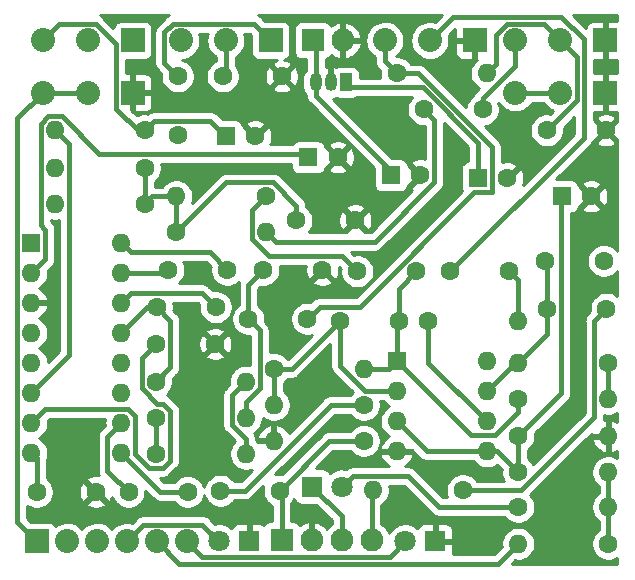
<source format=gtl>
G04 #@! TF.GenerationSoftware,KiCad,Pcbnew,(5.99.0-1153-ge46e2e4e7)*
G04 #@! TF.CreationDate,2020-03-27T11:22:05+02:00*
G04 #@! TF.ProjectId,triton-delay,74726974-6f6e-42d6-9465-6c61792e6b69,rev?*
G04 #@! TF.SameCoordinates,Original*
G04 #@! TF.FileFunction,Copper,L1,Top*
G04 #@! TF.FilePolarity,Positive*
%FSLAX46Y46*%
G04 Gerber Fmt 4.6, Leading zero omitted, Abs format (unit mm)*
G04 Created by KiCad (PCBNEW (5.99.0-1153-ge46e2e4e7)) date 2020-03-27 11:22:05*
%MOMM*%
%LPD*%
G01*
G04 APERTURE LIST*
G04 #@! TA.AperFunction,ComponentPad*
%ADD10O,1.600000X1.600000*%
G04 #@! TD*
G04 #@! TA.AperFunction,ComponentPad*
%ADD11C,1.600000*%
G04 #@! TD*
G04 #@! TA.AperFunction,ComponentPad*
%ADD12O,2.032000X2.032000*%
G04 #@! TD*
G04 #@! TA.AperFunction,ComponentPad*
%ADD13R,2.032000X2.032000*%
G04 #@! TD*
G04 #@! TA.AperFunction,ComponentPad*
%ADD14O,1.930400X1.930400*%
G04 #@! TD*
G04 #@! TA.AperFunction,ComponentPad*
%ADD15R,1.930400X1.930400*%
G04 #@! TD*
G04 #@! TA.AperFunction,ComponentPad*
%ADD16R,1.050000X1.500000*%
G04 #@! TD*
G04 #@! TA.AperFunction,ComponentPad*
%ADD17O,1.050000X1.500000*%
G04 #@! TD*
G04 #@! TA.AperFunction,ComponentPad*
%ADD18R,1.600000X1.600000*%
G04 #@! TD*
G04 #@! TA.AperFunction,ComponentPad*
%ADD19C,1.800000*%
G04 #@! TD*
G04 #@! TA.AperFunction,ComponentPad*
%ADD20R,1.800000X1.800000*%
G04 #@! TD*
G04 #@! TA.AperFunction,Conductor*
%ADD21C,0.381000*%
G04 #@! TD*
G04 #@! TA.AperFunction,Conductor*
%ADD22C,0.254000*%
G04 #@! TD*
G04 APERTURE END LIST*
D10*
X108458000Y-75819000D03*
D11*
X116078000Y-75819000D03*
D12*
X88900000Y-46355000D03*
X92710000Y-46355000D03*
D13*
X96520000Y-46355000D03*
D12*
X128905000Y-46355000D03*
X132715000Y-46355000D03*
D13*
X136525000Y-46355000D03*
D11*
X111299000Y-65481200D03*
X106299000Y-65481200D03*
X123397000Y-61468000D03*
X128397000Y-61468000D03*
X136622800Y-64617600D03*
X131622800Y-64617600D03*
X115523000Y-61468000D03*
X120523000Y-61468000D03*
D12*
X101092000Y-84328000D03*
X98552000Y-84328000D03*
X96012000Y-84328000D03*
X93472000Y-84328000D03*
X90932000Y-84328000D03*
D13*
X88392000Y-84328000D03*
D14*
X114300000Y-41910000D03*
D15*
X111760000Y-41910000D03*
D10*
X136779000Y-81407000D03*
D11*
X129159000Y-81407000D03*
D10*
X136779000Y-78473300D03*
D11*
X129159000Y-78473300D03*
D10*
X136779000Y-75425300D03*
D11*
X129159000Y-75425300D03*
D10*
X129159000Y-84518500D03*
D11*
X136779000Y-84518500D03*
D10*
X89916000Y-49530000D03*
D11*
X97536000Y-49530000D03*
D10*
X126492000Y-44704000D03*
D11*
X118872000Y-44704000D03*
D10*
X106106600Y-73863200D03*
D11*
X98486600Y-73863200D03*
D10*
X106095800Y-70789800D03*
D11*
X98475800Y-70789800D03*
D10*
X106106600Y-76911200D03*
D11*
X98486600Y-76911200D03*
D10*
X89916000Y-52705000D03*
D11*
X97536000Y-52705000D03*
D10*
X89916000Y-55753000D03*
D11*
X97536000Y-55753000D03*
D10*
X107823000Y-58166000D03*
D11*
X100203000Y-58166000D03*
D10*
X100203000Y-55118000D03*
D11*
X107823000Y-55118000D03*
D10*
X129159000Y-65633600D03*
D11*
X121539000Y-65633600D03*
D10*
X116840000Y-80010000D03*
D11*
X124460000Y-80010000D03*
D10*
X129159000Y-69215000D03*
D11*
X136779000Y-69215000D03*
D10*
X136779000Y-72263000D03*
D11*
X129159000Y-72263000D03*
D10*
X116078000Y-69723000D03*
D11*
X108458000Y-69723000D03*
D10*
X108458000Y-72771000D03*
D11*
X116078000Y-72771000D03*
D12*
X128905000Y-41910000D03*
X132715000Y-41910000D03*
D13*
X136525000Y-41910000D03*
D12*
X117856000Y-41910000D03*
X121666000Y-41910000D03*
D13*
X125476000Y-41910000D03*
D12*
X100584000Y-41910000D03*
X104394000Y-41910000D03*
D13*
X108204000Y-41910000D03*
D12*
X88900000Y-41910000D03*
X92710000Y-41910000D03*
D13*
X96520000Y-41910000D03*
D16*
X114554000Y-45466000D03*
D17*
X112014000Y-45466000D03*
X113284000Y-45466000D03*
D14*
X116738400Y-84226400D03*
X114198400Y-84226400D03*
X111658400Y-84226400D03*
D15*
X109118400Y-84226400D03*
D10*
X126492000Y-69088000D03*
X118872000Y-76708000D03*
X126492000Y-71628000D03*
X118872000Y-74168000D03*
X126492000Y-74168000D03*
X118872000Y-71628000D03*
X126492000Y-76708000D03*
D18*
X118872000Y-69088000D03*
D10*
X95554800Y-59055000D03*
X87934800Y-76835000D03*
X95554800Y-61595000D03*
X87934800Y-74295000D03*
X95554800Y-64135000D03*
X87934800Y-71755000D03*
X95554800Y-66675000D03*
X87934800Y-69215000D03*
X95554800Y-69215000D03*
X87934800Y-66675000D03*
X95554800Y-71755000D03*
X87934800Y-64135000D03*
X95554800Y-74295000D03*
X87934800Y-61595000D03*
X95554800Y-76835000D03*
D18*
X87934800Y-59055000D03*
D19*
X114236500Y-79692500D03*
D20*
X111696500Y-79692500D03*
D19*
X103822500Y-84328000D03*
D20*
X106362500Y-84328000D03*
D19*
X119570500Y-84328000D03*
D20*
X122110500Y-84328000D03*
D11*
X128230000Y-53594000D03*
D18*
X125730000Y-53594000D03*
D11*
X120864000Y-53340000D03*
D18*
X118364000Y-53340000D03*
D11*
X135342000Y-55118000D03*
D18*
X132842000Y-55118000D03*
D11*
X106894000Y-50038000D03*
D18*
X104394000Y-50038000D03*
D11*
X113879000Y-51816000D03*
D18*
X111379000Y-51816000D03*
D11*
X103501200Y-67614800D03*
X98501200Y-67614800D03*
X93392000Y-80137000D03*
X88392000Y-80137000D03*
X96155500Y-80137000D03*
X101155500Y-80137000D03*
X100330000Y-49958000D03*
X100330000Y-44958000D03*
X109140000Y-44958000D03*
X104140000Y-44958000D03*
X126158000Y-47752000D03*
X121158000Y-47752000D03*
X136572000Y-49530000D03*
X131572000Y-49530000D03*
X112569000Y-61341000D03*
X107569000Y-61341000D03*
X98530400Y-64490600D03*
X103530400Y-64490600D03*
X99521000Y-61341000D03*
X104521000Y-61341000D03*
X115363000Y-57150000D03*
X110363000Y-57150000D03*
X131398000Y-60579000D03*
X136398000Y-60579000D03*
X119071400Y-65633600D03*
X114071400Y-65633600D03*
X103940600Y-80035400D03*
X108940600Y-80035400D03*
D21*
X89916000Y-49530000D02*
X91106501Y-50720501D01*
X91106501Y-50720501D02*
X91106501Y-68583299D01*
X91106501Y-68583299D02*
X87934800Y-71755000D01*
X111379000Y-51816000D02*
X111077499Y-51514499D01*
X93662441Y-51514499D02*
X90487441Y-48339499D01*
X111077499Y-51514499D02*
X93662441Y-51514499D01*
X89125301Y-60404499D02*
X87934800Y-61595000D01*
X90487441Y-48339499D02*
X89344559Y-48339499D01*
X89344559Y-48339499D02*
X88725499Y-48958559D01*
X88725499Y-48958559D02*
X88725499Y-57542797D01*
X88725499Y-57542797D02*
X89125301Y-57942599D01*
X89125301Y-57942599D02*
X89125301Y-60404499D01*
X136779000Y-72263000D02*
X136779000Y-69215000D01*
X126492000Y-76708000D02*
X127393700Y-76708000D01*
X127393700Y-76708000D02*
X129159000Y-78473300D01*
X88900000Y-46355000D02*
X86744299Y-48510701D01*
X86744299Y-48510701D02*
X86744299Y-82680299D01*
X86744299Y-82680299D02*
X88392000Y-84328000D01*
X123397000Y-61468000D02*
X134702510Y-50162490D01*
X132809111Y-39922489D02*
X123653511Y-39922489D01*
X123653511Y-39922489D02*
X121666000Y-41910000D01*
X134702510Y-50162490D02*
X134702510Y-41815888D01*
X134702510Y-41815888D02*
X132809111Y-39922489D01*
X129159000Y-75425300D02*
X132813301Y-71770999D01*
X132813301Y-71770999D02*
X132813301Y-55146699D01*
X132813301Y-55146699D02*
X132842000Y-55118000D01*
X98501200Y-67614800D02*
X97285299Y-68830701D01*
X97285299Y-68830701D02*
X97285299Y-71361241D01*
X99058041Y-78101701D02*
X97915159Y-78101701D01*
X97285299Y-71361241D02*
X98596757Y-72672699D01*
X96745301Y-76931843D02*
X96745301Y-73723559D01*
X98596757Y-72672699D02*
X99058041Y-72672699D01*
X97915159Y-78101701D02*
X96745301Y-76931843D01*
X96126241Y-73104499D02*
X89125301Y-73104499D01*
X99058041Y-72672699D02*
X99677101Y-73291759D01*
X99677101Y-73291759D02*
X99677101Y-77482641D01*
X99677101Y-77482641D02*
X99058041Y-78101701D01*
X96745301Y-73723559D02*
X96126241Y-73104499D01*
X89125301Y-73104499D02*
X87934800Y-74295000D01*
X98475800Y-70789800D02*
X99691701Y-69573899D01*
X99691701Y-69573899D02*
X99691701Y-65651901D01*
X99691701Y-65651901D02*
X98530400Y-64490600D01*
X103530400Y-64490600D02*
X102339899Y-63300099D01*
X102339899Y-63300099D02*
X96389701Y-63300099D01*
X96389701Y-63300099D02*
X95554800Y-64135000D01*
X95554800Y-66675000D02*
X97739200Y-64490600D01*
X97739200Y-64490600D02*
X98530400Y-64490600D01*
X95554800Y-61595000D02*
X99267000Y-61595000D01*
X99267000Y-61595000D02*
X99521000Y-61341000D01*
X95554800Y-59055000D02*
X96354799Y-59854999D01*
X96354799Y-59854999D02*
X103034999Y-59854999D01*
X103034999Y-59854999D02*
X104521000Y-61341000D01*
X97536000Y-55753000D02*
X97536000Y-52705000D01*
X100203000Y-55118000D02*
X98171000Y-55118000D01*
X98171000Y-55118000D02*
X97536000Y-55753000D01*
X100203000Y-58166000D02*
X100203000Y-55118000D01*
X110363000Y-57150000D02*
X110363000Y-55896058D01*
X108394441Y-53927499D02*
X104441501Y-53927499D01*
X110363000Y-55896058D02*
X108394441Y-53927499D01*
X104441501Y-53927499D02*
X100203000Y-58166000D01*
X107823000Y-58166000D02*
X108622999Y-58965999D01*
X122054501Y-48648501D02*
X121158000Y-47752000D01*
X108622999Y-58965999D02*
X116999943Y-58965999D01*
X116999943Y-58965999D02*
X122054501Y-53911441D01*
X122054501Y-53911441D02*
X122054501Y-48648501D01*
X111299000Y-65481200D02*
X112337101Y-64443099D01*
X125444557Y-54784501D02*
X126842401Y-54784501D01*
X112337101Y-64443099D02*
X115785959Y-64443099D01*
X115785959Y-64443099D02*
X125444557Y-54784501D01*
X126842401Y-54784501D02*
X126920501Y-54706401D01*
X126920501Y-50930887D02*
X120693614Y-44704000D01*
X126920501Y-54706401D02*
X126920501Y-50930887D01*
X120693614Y-44704000D02*
X118872000Y-44704000D01*
X107823000Y-55118000D02*
X106632499Y-56308501D01*
X106632499Y-58737441D02*
X108045557Y-60150499D01*
X114205499Y-60150499D02*
X115523000Y-61468000D01*
X106632499Y-56308501D02*
X106632499Y-58737441D01*
X108045557Y-60150499D02*
X114205499Y-60150499D01*
X106299000Y-65481200D02*
X106299000Y-62611000D01*
X106299000Y-62611000D02*
X107569000Y-61341000D01*
X97536000Y-49530000D02*
X98335999Y-48730001D01*
X98335999Y-48730001D02*
X103086001Y-48730001D01*
X103086001Y-48730001D02*
X104394000Y-50038000D01*
X88900000Y-41910000D02*
X90306501Y-40503499D01*
X90306501Y-40503499D02*
X93385121Y-40503499D01*
X95113499Y-47683401D02*
X96960098Y-49530000D01*
X93385121Y-40503499D02*
X95113499Y-42231877D01*
X95113499Y-42231877D02*
X95113499Y-47683401D01*
X96960098Y-49530000D02*
X97536000Y-49530000D01*
X88900000Y-46355000D02*
X92710000Y-46355000D01*
X100330000Y-44958000D02*
X99177499Y-43805499D01*
X106797499Y-40503499D02*
X108204000Y-41910000D01*
X99177499Y-43805499D02*
X99177499Y-41234879D01*
X99177499Y-41234879D02*
X99908879Y-40503499D01*
X99908879Y-40503499D02*
X106797499Y-40503499D01*
X112014000Y-45466000D02*
X112014000Y-46597000D01*
X112014000Y-46597000D02*
X118364000Y-52947000D01*
X118364000Y-52947000D02*
X118364000Y-53340000D01*
X112014000Y-45466000D02*
X112014000Y-42164000D01*
X112014000Y-42164000D02*
X111760000Y-41910000D01*
X114554000Y-45466000D02*
X114982501Y-45894501D01*
X114982501Y-45894501D02*
X121062443Y-45894501D01*
X121062443Y-45894501D02*
X125730000Y-50562058D01*
X125730000Y-50562058D02*
X125730000Y-53594000D01*
X131572000Y-49530000D02*
X134121501Y-46980499D01*
X134121501Y-46980499D02*
X134121501Y-43316501D01*
X134121501Y-43316501D02*
X132715000Y-41910000D01*
X126492000Y-74168000D02*
X121539000Y-69215000D01*
X121539000Y-69215000D02*
X121539000Y-65633600D01*
X118872000Y-74168000D02*
X121412000Y-76708000D01*
X121412000Y-76708000D02*
X126492000Y-76708000D01*
X129159000Y-72263000D02*
X129159000Y-73394370D01*
X127194869Y-75358501D02*
X125142501Y-75358501D01*
X129159000Y-73394370D02*
X127194869Y-75358501D01*
X125142501Y-75358501D02*
X118872000Y-69088000D01*
X129159000Y-69215000D02*
X128905000Y-69215000D01*
X128905000Y-69215000D02*
X126492000Y-71628000D01*
X129159000Y-69215000D02*
X131622800Y-66751200D01*
X131622800Y-66751200D02*
X131622800Y-64617600D01*
X131622800Y-64617600D02*
X131622800Y-60803800D01*
X131622800Y-60803800D02*
X131398000Y-60579000D01*
X129159000Y-65633600D02*
X129159000Y-62230000D01*
X129159000Y-62230000D02*
X128397000Y-61468000D01*
X124460000Y-80010000D02*
X129384242Y-80010000D01*
X129384242Y-80010000D02*
X135588499Y-73805743D01*
X135588499Y-73805743D02*
X135588499Y-65651901D01*
X135588499Y-65651901D02*
X136622800Y-64617600D01*
X124460000Y-80010000D02*
X124333000Y-79883000D01*
X136779000Y-81407000D02*
X136779000Y-78473300D01*
X136779000Y-84518500D02*
X136779000Y-81407000D01*
X129159000Y-75425300D02*
X129159000Y-78473300D01*
X119071400Y-65633600D02*
X119071400Y-62919600D01*
X119071400Y-62919600D02*
X120523000Y-61468000D01*
X118872000Y-69088000D02*
X118872000Y-65833000D01*
X118872000Y-65833000D02*
X119071400Y-65633600D01*
X116078000Y-69723000D02*
X118237000Y-69723000D01*
X118237000Y-69723000D02*
X118872000Y-69088000D01*
X114071400Y-65633600D02*
X114071400Y-69478342D01*
X114071400Y-69478342D02*
X116173557Y-71580499D01*
X116173557Y-71580499D02*
X118824499Y-71580499D01*
X118824499Y-71580499D02*
X118872000Y-71628000D01*
X108458000Y-69723000D02*
X109982000Y-69723000D01*
X109982000Y-69723000D02*
X114071400Y-65633600D01*
X108458000Y-72771000D02*
X108458000Y-69723000D01*
X103940600Y-80035400D02*
X106003542Y-80035400D01*
X113267942Y-72771000D02*
X116078000Y-72771000D01*
X106003542Y-80035400D02*
X113267942Y-72771000D01*
X98552000Y-84328000D02*
X100423511Y-86199511D01*
X100423511Y-86199511D02*
X127477989Y-86199511D01*
X127477989Y-86199511D02*
X129159000Y-84518500D01*
X96012000Y-84328000D02*
X97418501Y-82921499D01*
X97418501Y-82921499D02*
X102415999Y-82921499D01*
X102415999Y-82921499D02*
X103822500Y-84328000D01*
X119570500Y-84328000D02*
X118279999Y-85618501D01*
X118279999Y-85618501D02*
X102382501Y-85618501D01*
X102382501Y-85618501D02*
X101092000Y-84328000D01*
X114236500Y-79692500D02*
X115136499Y-78792501D01*
X115136499Y-78792501D02*
X119813501Y-78792501D01*
X122428000Y-81407000D02*
X129159000Y-81407000D01*
X119813501Y-78792501D02*
X122428000Y-81407000D01*
X108940600Y-80035400D02*
X113157000Y-75819000D01*
X113157000Y-75819000D02*
X116078000Y-75819000D01*
X109118400Y-84226400D02*
X109118400Y-80213200D01*
X109118400Y-80213200D02*
X108940600Y-80035400D01*
X114198400Y-84226400D02*
X114198400Y-82194400D01*
X114198400Y-82194400D02*
X111696500Y-79692500D01*
X116738400Y-84226400D02*
X116738400Y-80111600D01*
X116738400Y-80111600D02*
X116840000Y-80010000D01*
X106106600Y-73863200D02*
X106106600Y-72540942D01*
X106106600Y-72540942D02*
X107286301Y-71361241D01*
X107286301Y-71361241D02*
X107286301Y-70313243D01*
X107286301Y-70313243D02*
X107267499Y-70294441D01*
X107267499Y-66449699D02*
X106299000Y-65481200D01*
X107267499Y-70294441D02*
X107267499Y-66449699D01*
X106106600Y-76911200D02*
X106106600Y-75625142D01*
X104916099Y-71969501D02*
X106095800Y-70789800D01*
X106106600Y-75625142D02*
X104916099Y-74434641D01*
X104916099Y-74434641D02*
X104916099Y-71969501D01*
X98486600Y-76911200D02*
X98486600Y-73863200D01*
X96155500Y-80137000D02*
X94364299Y-78345799D01*
X94364299Y-75485501D02*
X95554800Y-74295000D01*
X94364299Y-78345799D02*
X94364299Y-75485501D01*
X101155500Y-80137000D02*
X98856800Y-80137000D01*
X98856800Y-80137000D02*
X95554800Y-76835000D01*
X88392000Y-80137000D02*
X88392000Y-77292200D01*
X88392000Y-77292200D02*
X87934800Y-76835000D01*
X126158000Y-47752000D02*
X126158000Y-46799942D01*
X126158000Y-46799942D02*
X128905000Y-44052942D01*
X128905000Y-44052942D02*
X128905000Y-41910000D01*
X126492000Y-44704000D02*
X127291999Y-43904001D01*
X127291999Y-43904001D02*
X127291999Y-41441379D01*
X127291999Y-41441379D02*
X128229879Y-40503499D01*
X128229879Y-40503499D02*
X131308499Y-40503499D01*
X131308499Y-40503499D02*
X132715000Y-41910000D01*
X117856000Y-41910000D02*
X117856000Y-43688000D01*
X117856000Y-43688000D02*
X118872000Y-44704000D01*
X128905000Y-46355000D02*
X132715000Y-46355000D01*
X128905000Y-42211000D02*
X128905000Y-41910000D01*
X104394000Y-41910000D02*
X104394000Y-44704000D01*
X104394000Y-44704000D02*
X104140000Y-44958000D01*
G36*
X137542001Y-74209979D02*
G01*
X137392132Y-74123452D01*
X137382160Y-74118802D01*
X137156753Y-74036760D01*
X137146126Y-74033913D01*
X136997018Y-74007620D01*
X136907000Y-74083154D01*
X136907000Y-76767446D01*
X136997018Y-76842980D01*
X137146126Y-76816687D01*
X137156753Y-76813840D01*
X137382160Y-76731798D01*
X137392132Y-76727148D01*
X137542001Y-76640621D01*
X137542001Y-77257979D01*
X137392132Y-77171452D01*
X137382160Y-77166802D01*
X137156753Y-77084760D01*
X137146126Y-77081913D01*
X136909897Y-77040259D01*
X136898936Y-77039300D01*
X136659064Y-77039300D01*
X136648103Y-77040259D01*
X136411874Y-77081913D01*
X136401247Y-77084760D01*
X136175840Y-77166802D01*
X136165868Y-77171452D01*
X135958132Y-77291388D01*
X135949119Y-77297699D01*
X135765366Y-77451887D01*
X135757587Y-77459666D01*
X135603399Y-77643419D01*
X135597088Y-77652432D01*
X135477152Y-77860168D01*
X135472502Y-77870140D01*
X135390460Y-78095547D01*
X135387613Y-78106174D01*
X135345959Y-78342403D01*
X135345000Y-78353364D01*
X135345000Y-78593236D01*
X135345959Y-78604197D01*
X135387613Y-78840426D01*
X135390460Y-78851053D01*
X135472502Y-79076460D01*
X135477152Y-79086432D01*
X135597088Y-79294168D01*
X135603399Y-79303181D01*
X135757587Y-79486934D01*
X135765366Y-79494713D01*
X135949119Y-79648901D01*
X135952501Y-79651269D01*
X135952500Y-80229032D01*
X135949119Y-80231399D01*
X135765366Y-80385587D01*
X135757587Y-80393366D01*
X135603399Y-80577119D01*
X135597088Y-80586132D01*
X135477152Y-80793868D01*
X135472502Y-80803840D01*
X135390460Y-81029247D01*
X135387613Y-81039874D01*
X135345959Y-81276103D01*
X135345000Y-81287064D01*
X135345000Y-81526936D01*
X135345959Y-81537897D01*
X135387613Y-81774126D01*
X135390460Y-81784753D01*
X135472502Y-82010160D01*
X135477152Y-82020132D01*
X135597088Y-82227868D01*
X135603399Y-82236881D01*
X135757587Y-82420634D01*
X135765366Y-82428413D01*
X135949119Y-82582601D01*
X135952501Y-82584969D01*
X135952500Y-83340532D01*
X135949119Y-83342899D01*
X135765366Y-83497087D01*
X135757587Y-83504866D01*
X135603399Y-83688619D01*
X135597088Y-83697632D01*
X135477152Y-83905368D01*
X135472502Y-83915340D01*
X135390460Y-84140747D01*
X135387613Y-84151374D01*
X135345959Y-84387603D01*
X135345000Y-84398564D01*
X135345000Y-84638436D01*
X135345959Y-84649397D01*
X135387613Y-84885626D01*
X135390460Y-84896253D01*
X135472502Y-85121660D01*
X135477152Y-85131632D01*
X135597088Y-85339368D01*
X135603399Y-85348381D01*
X135757587Y-85532134D01*
X135765366Y-85539913D01*
X135949119Y-85694101D01*
X135958132Y-85700412D01*
X136165868Y-85820348D01*
X136175840Y-85824998D01*
X136401247Y-85907040D01*
X136411874Y-85909887D01*
X136648103Y-85951541D01*
X136659064Y-85952500D01*
X136898936Y-85952500D01*
X136909897Y-85951541D01*
X137146126Y-85909887D01*
X137156753Y-85907040D01*
X137382160Y-85824998D01*
X137392132Y-85820348D01*
X137542001Y-85733821D01*
X137542001Y-86234000D01*
X128612346Y-86234000D01*
X128914786Y-85931561D01*
X129028103Y-85951541D01*
X129039064Y-85952500D01*
X129278936Y-85952500D01*
X129289897Y-85951541D01*
X129526126Y-85909887D01*
X129536753Y-85907040D01*
X129762160Y-85824998D01*
X129772132Y-85820348D01*
X129979868Y-85700412D01*
X129988881Y-85694101D01*
X130172634Y-85539913D01*
X130180413Y-85532134D01*
X130334601Y-85348381D01*
X130340912Y-85339368D01*
X130460848Y-85131632D01*
X130465498Y-85121660D01*
X130547540Y-84896253D01*
X130550387Y-84885626D01*
X130592041Y-84649397D01*
X130593000Y-84638436D01*
X130593000Y-84398564D01*
X130592041Y-84387603D01*
X130550387Y-84151374D01*
X130547540Y-84140747D01*
X130465498Y-83915340D01*
X130460848Y-83905368D01*
X130340912Y-83697632D01*
X130334601Y-83688619D01*
X130180413Y-83504866D01*
X130172634Y-83497087D01*
X129988881Y-83342899D01*
X129979868Y-83336588D01*
X129772132Y-83216652D01*
X129762160Y-83212002D01*
X129536753Y-83129960D01*
X129526126Y-83127113D01*
X129289897Y-83085459D01*
X129278936Y-83084500D01*
X129039064Y-83084500D01*
X129028103Y-83085459D01*
X128791874Y-83127113D01*
X128781247Y-83129960D01*
X128555840Y-83212002D01*
X128545868Y-83216652D01*
X128338132Y-83336588D01*
X128329119Y-83342899D01*
X128145366Y-83497087D01*
X128137587Y-83504866D01*
X127983399Y-83688619D01*
X127977088Y-83697632D01*
X127857152Y-83905368D01*
X127852502Y-83915340D01*
X127770460Y-84140747D01*
X127767613Y-84151374D01*
X127725959Y-84387603D01*
X127725000Y-84398564D01*
X127725000Y-84638436D01*
X127725959Y-84649397D01*
X127745939Y-84762714D01*
X127135643Y-85373011D01*
X123628712Y-85373011D01*
X123651378Y-85244462D01*
X123652337Y-85233501D01*
X123652337Y-84529809D01*
X123578528Y-84456000D01*
X122312308Y-84455999D01*
X122312307Y-84456000D01*
X121982500Y-84455999D01*
X121982500Y-84126191D01*
X122238499Y-84126191D01*
X122312308Y-84200000D01*
X123578528Y-84200001D01*
X123652337Y-84126192D01*
X123652337Y-83419742D01*
X123650181Y-83403366D01*
X123575363Y-83124142D01*
X123562620Y-83099662D01*
X123431510Y-82943410D01*
X123414621Y-82929239D01*
X123240380Y-82828641D01*
X123219663Y-82821100D01*
X123026962Y-82787122D01*
X123016001Y-82786163D01*
X122312309Y-82786163D01*
X122238500Y-82859972D01*
X122238499Y-84126191D01*
X121982500Y-84126191D01*
X121982501Y-82859972D01*
X121908692Y-82786163D01*
X121202242Y-82786163D01*
X121185866Y-82788319D01*
X120906642Y-82863137D01*
X120882162Y-82875880D01*
X120725910Y-83006990D01*
X120711739Y-83023879D01*
X120611141Y-83198120D01*
X120610498Y-83199886D01*
X120493503Y-83096378D01*
X120484940Y-83090007D01*
X120272791Y-82958470D01*
X120263278Y-82953633D01*
X120032000Y-82859721D01*
X120021808Y-82856556D01*
X119778013Y-82802954D01*
X119767434Y-82801552D01*
X119518092Y-82789794D01*
X119507428Y-82790194D01*
X119259670Y-82820614D01*
X119249225Y-82822806D01*
X119010135Y-82894537D01*
X119000209Y-82898457D01*
X118776623Y-83009446D01*
X118767500Y-83014982D01*
X118565811Y-83162056D01*
X118557750Y-83169051D01*
X118383725Y-83348005D01*
X118376959Y-83356257D01*
X118235573Y-83561974D01*
X118230293Y-83571249D01*
X118215601Y-83603046D01*
X118211653Y-83591450D01*
X118207530Y-83581966D01*
X118088167Y-83359355D01*
X118082549Y-83350671D01*
X117928431Y-83150546D01*
X117921472Y-83142897D01*
X117736737Y-82970629D01*
X117728621Y-82964219D01*
X117564900Y-82855443D01*
X117564900Y-81247318D01*
X117660868Y-81191912D01*
X117669881Y-81185601D01*
X117853634Y-81031413D01*
X117861413Y-81023634D01*
X118015601Y-80839881D01*
X118021912Y-80830868D01*
X118141848Y-80623132D01*
X118146498Y-80613160D01*
X118228540Y-80387753D01*
X118231387Y-80377126D01*
X118273041Y-80140897D01*
X118274000Y-80129936D01*
X118274000Y-79890064D01*
X118273041Y-79879103D01*
X118231387Y-79642874D01*
X118228540Y-79632246D01*
X118223719Y-79619001D01*
X119471156Y-79619001D01*
X121778102Y-81925948D01*
X121787286Y-81940504D01*
X121798921Y-81954175D01*
X121862328Y-82010174D01*
X121882311Y-82030158D01*
X121889085Y-82036031D01*
X121905733Y-82048508D01*
X121962775Y-82098886D01*
X121977780Y-82108743D01*
X122000064Y-82119205D01*
X122019762Y-82133968D01*
X122035509Y-82142590D01*
X122106773Y-82169305D01*
X122175840Y-82201732D01*
X122193395Y-82207041D01*
X122216739Y-82210529D01*
X122240207Y-82219327D01*
X122257741Y-82223182D01*
X122344586Y-82229636D01*
X122365805Y-82232807D01*
X122375128Y-82233500D01*
X122396588Y-82233500D01*
X122475748Y-82239382D01*
X122493659Y-82238161D01*
X122515494Y-82233500D01*
X127981032Y-82233500D01*
X127983399Y-82236881D01*
X128137587Y-82420634D01*
X128145366Y-82428413D01*
X128329119Y-82582601D01*
X128338132Y-82588912D01*
X128545868Y-82708848D01*
X128555840Y-82713498D01*
X128781247Y-82795540D01*
X128791874Y-82798387D01*
X129028103Y-82840041D01*
X129039064Y-82841000D01*
X129278936Y-82841000D01*
X129289897Y-82840041D01*
X129526126Y-82798387D01*
X129536753Y-82795540D01*
X129762160Y-82713498D01*
X129772132Y-82708848D01*
X129979868Y-82588912D01*
X129988881Y-82582601D01*
X130172634Y-82428413D01*
X130180413Y-82420634D01*
X130334601Y-82236881D01*
X130340912Y-82227868D01*
X130460848Y-82020132D01*
X130465498Y-82010160D01*
X130547540Y-81784753D01*
X130550387Y-81774126D01*
X130592041Y-81537897D01*
X130593000Y-81526936D01*
X130593000Y-81287064D01*
X130592041Y-81276103D01*
X130550387Y-81039874D01*
X130547540Y-81029247D01*
X130465498Y-80803840D01*
X130460848Y-80793868D01*
X130340912Y-80586132D01*
X130334601Y-80577119D01*
X130180413Y-80393366D01*
X130175067Y-80388020D01*
X134919769Y-75643318D01*
X135361320Y-75643318D01*
X135387613Y-75792426D01*
X135390460Y-75803053D01*
X135472502Y-76028460D01*
X135477152Y-76038432D01*
X135597088Y-76246168D01*
X135603399Y-76255181D01*
X135757587Y-76438934D01*
X135765366Y-76446713D01*
X135949119Y-76600901D01*
X135958132Y-76607212D01*
X136165868Y-76727148D01*
X136175840Y-76731798D01*
X136401247Y-76813840D01*
X136411874Y-76816687D01*
X136560982Y-76842980D01*
X136651000Y-76767446D01*
X136651000Y-75627109D01*
X136577191Y-75553300D01*
X135436854Y-75553300D01*
X135361320Y-75643318D01*
X134919769Y-75643318D01*
X135362500Y-75200587D01*
X135361320Y-75207282D01*
X135436854Y-75297300D01*
X136577191Y-75297300D01*
X136651000Y-75223491D01*
X136651000Y-74083154D01*
X136560982Y-74007620D01*
X136411874Y-74033913D01*
X136401247Y-74036760D01*
X136388187Y-74041514D01*
X136388539Y-74040349D01*
X136392029Y-74017001D01*
X136400825Y-73993535D01*
X136404680Y-73976002D01*
X136411133Y-73889174D01*
X136414306Y-73867938D01*
X136414999Y-73858615D01*
X136414999Y-73837151D01*
X136420881Y-73757995D01*
X136419660Y-73740083D01*
X136414999Y-73718249D01*
X136414999Y-73654938D01*
X136648103Y-73696041D01*
X136659064Y-73697000D01*
X136898936Y-73697000D01*
X136909897Y-73696041D01*
X137146126Y-73654387D01*
X137156753Y-73651540D01*
X137382160Y-73569498D01*
X137392132Y-73564848D01*
X137542001Y-73478321D01*
X137542001Y-74209979D01*
G37*
D22*
X137542001Y-74209979D02*
X137392132Y-74123452D01*
X137382160Y-74118802D01*
X137156753Y-74036760D01*
X137146126Y-74033913D01*
X136997018Y-74007620D01*
X136907000Y-74083154D01*
X136907000Y-76767446D01*
X136997018Y-76842980D01*
X137146126Y-76816687D01*
X137156753Y-76813840D01*
X137382160Y-76731798D01*
X137392132Y-76727148D01*
X137542001Y-76640621D01*
X137542001Y-77257979D01*
X137392132Y-77171452D01*
X137382160Y-77166802D01*
X137156753Y-77084760D01*
X137146126Y-77081913D01*
X136909897Y-77040259D01*
X136898936Y-77039300D01*
X136659064Y-77039300D01*
X136648103Y-77040259D01*
X136411874Y-77081913D01*
X136401247Y-77084760D01*
X136175840Y-77166802D01*
X136165868Y-77171452D01*
X135958132Y-77291388D01*
X135949119Y-77297699D01*
X135765366Y-77451887D01*
X135757587Y-77459666D01*
X135603399Y-77643419D01*
X135597088Y-77652432D01*
X135477152Y-77860168D01*
X135472502Y-77870140D01*
X135390460Y-78095547D01*
X135387613Y-78106174D01*
X135345959Y-78342403D01*
X135345000Y-78353364D01*
X135345000Y-78593236D01*
X135345959Y-78604197D01*
X135387613Y-78840426D01*
X135390460Y-78851053D01*
X135472502Y-79076460D01*
X135477152Y-79086432D01*
X135597088Y-79294168D01*
X135603399Y-79303181D01*
X135757587Y-79486934D01*
X135765366Y-79494713D01*
X135949119Y-79648901D01*
X135952501Y-79651269D01*
X135952500Y-80229032D01*
X135949119Y-80231399D01*
X135765366Y-80385587D01*
X135757587Y-80393366D01*
X135603399Y-80577119D01*
X135597088Y-80586132D01*
X135477152Y-80793868D01*
X135472502Y-80803840D01*
X135390460Y-81029247D01*
X135387613Y-81039874D01*
X135345959Y-81276103D01*
X135345000Y-81287064D01*
X135345000Y-81526936D01*
X135345959Y-81537897D01*
X135387613Y-81774126D01*
X135390460Y-81784753D01*
X135472502Y-82010160D01*
X135477152Y-82020132D01*
X135597088Y-82227868D01*
X135603399Y-82236881D01*
X135757587Y-82420634D01*
X135765366Y-82428413D01*
X135949119Y-82582601D01*
X135952501Y-82584969D01*
X135952500Y-83340532D01*
X135949119Y-83342899D01*
X135765366Y-83497087D01*
X135757587Y-83504866D01*
X135603399Y-83688619D01*
X135597088Y-83697632D01*
X135477152Y-83905368D01*
X135472502Y-83915340D01*
X135390460Y-84140747D01*
X135387613Y-84151374D01*
X135345959Y-84387603D01*
X135345000Y-84398564D01*
X135345000Y-84638436D01*
X135345959Y-84649397D01*
X135387613Y-84885626D01*
X135390460Y-84896253D01*
X135472502Y-85121660D01*
X135477152Y-85131632D01*
X135597088Y-85339368D01*
X135603399Y-85348381D01*
X135757587Y-85532134D01*
X135765366Y-85539913D01*
X135949119Y-85694101D01*
X135958132Y-85700412D01*
X136165868Y-85820348D01*
X136175840Y-85824998D01*
X136401247Y-85907040D01*
X136411874Y-85909887D01*
X136648103Y-85951541D01*
X136659064Y-85952500D01*
X136898936Y-85952500D01*
X136909897Y-85951541D01*
X137146126Y-85909887D01*
X137156753Y-85907040D01*
X137382160Y-85824998D01*
X137392132Y-85820348D01*
X137542001Y-85733821D01*
X137542001Y-86234000D01*
X128612346Y-86234000D01*
X128914786Y-85931561D01*
X129028103Y-85951541D01*
X129039064Y-85952500D01*
X129278936Y-85952500D01*
X129289897Y-85951541D01*
X129526126Y-85909887D01*
X129536753Y-85907040D01*
X129762160Y-85824998D01*
X129772132Y-85820348D01*
X129979868Y-85700412D01*
X129988881Y-85694101D01*
X130172634Y-85539913D01*
X130180413Y-85532134D01*
X130334601Y-85348381D01*
X130340912Y-85339368D01*
X130460848Y-85131632D01*
X130465498Y-85121660D01*
X130547540Y-84896253D01*
X130550387Y-84885626D01*
X130592041Y-84649397D01*
X130593000Y-84638436D01*
X130593000Y-84398564D01*
X130592041Y-84387603D01*
X130550387Y-84151374D01*
X130547540Y-84140747D01*
X130465498Y-83915340D01*
X130460848Y-83905368D01*
X130340912Y-83697632D01*
X130334601Y-83688619D01*
X130180413Y-83504866D01*
X130172634Y-83497087D01*
X129988881Y-83342899D01*
X129979868Y-83336588D01*
X129772132Y-83216652D01*
X129762160Y-83212002D01*
X129536753Y-83129960D01*
X129526126Y-83127113D01*
X129289897Y-83085459D01*
X129278936Y-83084500D01*
X129039064Y-83084500D01*
X129028103Y-83085459D01*
X128791874Y-83127113D01*
X128781247Y-83129960D01*
X128555840Y-83212002D01*
X128545868Y-83216652D01*
X128338132Y-83336588D01*
X128329119Y-83342899D01*
X128145366Y-83497087D01*
X128137587Y-83504866D01*
X127983399Y-83688619D01*
X127977088Y-83697632D01*
X127857152Y-83905368D01*
X127852502Y-83915340D01*
X127770460Y-84140747D01*
X127767613Y-84151374D01*
X127725959Y-84387603D01*
X127725000Y-84398564D01*
X127725000Y-84638436D01*
X127725959Y-84649397D01*
X127745939Y-84762714D01*
X127135643Y-85373011D01*
X123628712Y-85373011D01*
X123651378Y-85244462D01*
X123652337Y-85233501D01*
X123652337Y-84529809D01*
X123578528Y-84456000D01*
X122312308Y-84455999D01*
X122312307Y-84456000D01*
X121982500Y-84455999D01*
X121982500Y-84126191D01*
X122238499Y-84126191D01*
X122312308Y-84200000D01*
X123578528Y-84200001D01*
X123652337Y-84126192D01*
X123652337Y-83419742D01*
X123650181Y-83403366D01*
X123575363Y-83124142D01*
X123562620Y-83099662D01*
X123431510Y-82943410D01*
X123414621Y-82929239D01*
X123240380Y-82828641D01*
X123219663Y-82821100D01*
X123026962Y-82787122D01*
X123016001Y-82786163D01*
X122312309Y-82786163D01*
X122238500Y-82859972D01*
X122238499Y-84126191D01*
X121982500Y-84126191D01*
X121982501Y-82859972D01*
X121908692Y-82786163D01*
X121202242Y-82786163D01*
X121185866Y-82788319D01*
X120906642Y-82863137D01*
X120882162Y-82875880D01*
X120725910Y-83006990D01*
X120711739Y-83023879D01*
X120611141Y-83198120D01*
X120610498Y-83199886D01*
X120493503Y-83096378D01*
X120484940Y-83090007D01*
X120272791Y-82958470D01*
X120263278Y-82953633D01*
X120032000Y-82859721D01*
X120021808Y-82856556D01*
X119778013Y-82802954D01*
X119767434Y-82801552D01*
X119518092Y-82789794D01*
X119507428Y-82790194D01*
X119259670Y-82820614D01*
X119249225Y-82822806D01*
X119010135Y-82894537D01*
X119000209Y-82898457D01*
X118776623Y-83009446D01*
X118767500Y-83014982D01*
X118565811Y-83162056D01*
X118557750Y-83169051D01*
X118383725Y-83348005D01*
X118376959Y-83356257D01*
X118235573Y-83561974D01*
X118230293Y-83571249D01*
X118215601Y-83603046D01*
X118211653Y-83591450D01*
X118207530Y-83581966D01*
X118088167Y-83359355D01*
X118082549Y-83350671D01*
X117928431Y-83150546D01*
X117921472Y-83142897D01*
X117736737Y-82970629D01*
X117728621Y-82964219D01*
X117564900Y-82855443D01*
X117564900Y-81247318D01*
X117660868Y-81191912D01*
X117669881Y-81185601D01*
X117853634Y-81031413D01*
X117861413Y-81023634D01*
X118015601Y-80839881D01*
X118021912Y-80830868D01*
X118141848Y-80623132D01*
X118146498Y-80613160D01*
X118228540Y-80387753D01*
X118231387Y-80377126D01*
X118273041Y-80140897D01*
X118274000Y-80129936D01*
X118274000Y-79890064D01*
X118273041Y-79879103D01*
X118231387Y-79642874D01*
X118228540Y-79632246D01*
X118223719Y-79619001D01*
X119471156Y-79619001D01*
X121778102Y-81925948D01*
X121787286Y-81940504D01*
X121798921Y-81954175D01*
X121862328Y-82010174D01*
X121882311Y-82030158D01*
X121889085Y-82036031D01*
X121905733Y-82048508D01*
X121962775Y-82098886D01*
X121977780Y-82108743D01*
X122000064Y-82119205D01*
X122019762Y-82133968D01*
X122035509Y-82142590D01*
X122106773Y-82169305D01*
X122175840Y-82201732D01*
X122193395Y-82207041D01*
X122216739Y-82210529D01*
X122240207Y-82219327D01*
X122257741Y-82223182D01*
X122344586Y-82229636D01*
X122365805Y-82232807D01*
X122375128Y-82233500D01*
X122396588Y-82233500D01*
X122475748Y-82239382D01*
X122493659Y-82238161D01*
X122515494Y-82233500D01*
X127981032Y-82233500D01*
X127983399Y-82236881D01*
X128137587Y-82420634D01*
X128145366Y-82428413D01*
X128329119Y-82582601D01*
X128338132Y-82588912D01*
X128545868Y-82708848D01*
X128555840Y-82713498D01*
X128781247Y-82795540D01*
X128791874Y-82798387D01*
X129028103Y-82840041D01*
X129039064Y-82841000D01*
X129278936Y-82841000D01*
X129289897Y-82840041D01*
X129526126Y-82798387D01*
X129536753Y-82795540D01*
X129762160Y-82713498D01*
X129772132Y-82708848D01*
X129979868Y-82588912D01*
X129988881Y-82582601D01*
X130172634Y-82428413D01*
X130180413Y-82420634D01*
X130334601Y-82236881D01*
X130340912Y-82227868D01*
X130460848Y-82020132D01*
X130465498Y-82010160D01*
X130547540Y-81784753D01*
X130550387Y-81774126D01*
X130592041Y-81537897D01*
X130593000Y-81526936D01*
X130593000Y-81287064D01*
X130592041Y-81276103D01*
X130550387Y-81039874D01*
X130547540Y-81029247D01*
X130465498Y-80803840D01*
X130460848Y-80793868D01*
X130340912Y-80586132D01*
X130334601Y-80577119D01*
X130180413Y-80393366D01*
X130175067Y-80388020D01*
X134919769Y-75643318D01*
X135361320Y-75643318D01*
X135387613Y-75792426D01*
X135390460Y-75803053D01*
X135472502Y-76028460D01*
X135477152Y-76038432D01*
X135597088Y-76246168D01*
X135603399Y-76255181D01*
X135757587Y-76438934D01*
X135765366Y-76446713D01*
X135949119Y-76600901D01*
X135958132Y-76607212D01*
X136165868Y-76727148D01*
X136175840Y-76731798D01*
X136401247Y-76813840D01*
X136411874Y-76816687D01*
X136560982Y-76842980D01*
X136651000Y-76767446D01*
X136651000Y-75627109D01*
X136577191Y-75553300D01*
X135436854Y-75553300D01*
X135361320Y-75643318D01*
X134919769Y-75643318D01*
X135362500Y-75200587D01*
X135361320Y-75207282D01*
X135436854Y-75297300D01*
X136577191Y-75297300D01*
X136651000Y-75223491D01*
X136651000Y-74083154D01*
X136560982Y-74007620D01*
X136411874Y-74033913D01*
X136401247Y-74036760D01*
X136388187Y-74041514D01*
X136388539Y-74040349D01*
X136392029Y-74017001D01*
X136400825Y-73993535D01*
X136404680Y-73976002D01*
X136411133Y-73889174D01*
X136414306Y-73867938D01*
X136414999Y-73858615D01*
X136414999Y-73837151D01*
X136420881Y-73757995D01*
X136419660Y-73740083D01*
X136414999Y-73718249D01*
X136414999Y-73654938D01*
X136648103Y-73696041D01*
X136659064Y-73697000D01*
X136898936Y-73697000D01*
X136909897Y-73696041D01*
X137146126Y-73654387D01*
X137156753Y-73651540D01*
X137382160Y-73569498D01*
X137392132Y-73564848D01*
X137542001Y-73478321D01*
X137542001Y-74209979D01*
G36*
X94121759Y-74164103D02*
G01*
X94120800Y-74175064D01*
X94120800Y-74414936D01*
X94121759Y-74425897D01*
X94141739Y-74539214D01*
X93845350Y-74835604D01*
X93830797Y-74844786D01*
X93817125Y-74856422D01*
X93761126Y-74919829D01*
X93741142Y-74939812D01*
X93735270Y-74946585D01*
X93722793Y-74963232D01*
X93672413Y-75020277D01*
X93662556Y-75035283D01*
X93652095Y-75057563D01*
X93637331Y-75077263D01*
X93628709Y-75093011D01*
X93601990Y-75164284D01*
X93569568Y-75233341D01*
X93564260Y-75250895D01*
X93560771Y-75274236D01*
X93551972Y-75297710D01*
X93548117Y-75315244D01*
X93541662Y-75402103D01*
X93538493Y-75423306D01*
X93537800Y-75432629D01*
X93537800Y-75454076D01*
X93531917Y-75533250D01*
X93533138Y-75551161D01*
X93537800Y-75573000D01*
X93537799Y-78253209D01*
X93534002Y-78269990D01*
X93532562Y-78287885D01*
X93537799Y-78372294D01*
X93537799Y-78400576D01*
X93538436Y-78409518D01*
X93541387Y-78430124D01*
X93546099Y-78506073D01*
X93549739Y-78523652D01*
X93558097Y-78546805D01*
X93561587Y-78571175D01*
X93566626Y-78588407D01*
X93598130Y-78657696D01*
X93621081Y-78721272D01*
X93522897Y-78703959D01*
X93511936Y-78703000D01*
X93272064Y-78703000D01*
X93261103Y-78703959D01*
X93024874Y-78745613D01*
X93014247Y-78748460D01*
X92788840Y-78830502D01*
X92778868Y-78835152D01*
X92545397Y-78969947D01*
X92529177Y-79093156D01*
X93302904Y-79866885D01*
X94435843Y-80999823D01*
X94559053Y-80983603D01*
X94693848Y-80750132D01*
X94698498Y-80740160D01*
X94773750Y-80533408D01*
X94849002Y-80740160D01*
X94853652Y-80750132D01*
X94973588Y-80957868D01*
X94979899Y-80966881D01*
X95134087Y-81150634D01*
X95141866Y-81158413D01*
X95325619Y-81312601D01*
X95334632Y-81318912D01*
X95542368Y-81438848D01*
X95552340Y-81443498D01*
X95777747Y-81525540D01*
X95788374Y-81528387D01*
X96024603Y-81570041D01*
X96035564Y-81571000D01*
X96275436Y-81571000D01*
X96286397Y-81570041D01*
X96522626Y-81528387D01*
X96533253Y-81525540D01*
X96758660Y-81443498D01*
X96768632Y-81438848D01*
X96976368Y-81318912D01*
X96985381Y-81312601D01*
X97169134Y-81158413D01*
X97176913Y-81150634D01*
X97331101Y-80966881D01*
X97337412Y-80957868D01*
X97457348Y-80750132D01*
X97461998Y-80740160D01*
X97544040Y-80514753D01*
X97546887Y-80504126D01*
X97588541Y-80267897D01*
X97589500Y-80256936D01*
X97589500Y-80038546D01*
X98206902Y-80655948D01*
X98216086Y-80670504D01*
X98227721Y-80684175D01*
X98291128Y-80740174D01*
X98311111Y-80760158D01*
X98317885Y-80766031D01*
X98334533Y-80778508D01*
X98391575Y-80828886D01*
X98406580Y-80838743D01*
X98428863Y-80849205D01*
X98448562Y-80863969D01*
X98464310Y-80872590D01*
X98535568Y-80899303D01*
X98604639Y-80931732D01*
X98622193Y-80937040D01*
X98645543Y-80940530D01*
X98669009Y-80949327D01*
X98686542Y-80953181D01*
X98773369Y-80959634D01*
X98794605Y-80962807D01*
X98803928Y-80963500D01*
X98825392Y-80963500D01*
X98904548Y-80969382D01*
X98922460Y-80968161D01*
X98944294Y-80963500D01*
X99977532Y-80963500D01*
X99979899Y-80966881D01*
X100134087Y-81150634D01*
X100141866Y-81158413D01*
X100325619Y-81312601D01*
X100334632Y-81318912D01*
X100542368Y-81438848D01*
X100552340Y-81443498D01*
X100777747Y-81525540D01*
X100788374Y-81528387D01*
X101024603Y-81570041D01*
X101035564Y-81571000D01*
X101275436Y-81571000D01*
X101286397Y-81570041D01*
X101522626Y-81528387D01*
X101533253Y-81525540D01*
X101758660Y-81443498D01*
X101768632Y-81438848D01*
X101976368Y-81318912D01*
X101985381Y-81312601D01*
X102169134Y-81158413D01*
X102176913Y-81150634D01*
X102331101Y-80966881D01*
X102337412Y-80957868D01*
X102457348Y-80750132D01*
X102461998Y-80740160D01*
X102544040Y-80514753D01*
X102546887Y-80504126D01*
X102559381Y-80433268D01*
X102634102Y-80638560D01*
X102638752Y-80648532D01*
X102758688Y-80856268D01*
X102764999Y-80865281D01*
X102919187Y-81049034D01*
X102926966Y-81056813D01*
X103110719Y-81211001D01*
X103119732Y-81217312D01*
X103327468Y-81337248D01*
X103337440Y-81341898D01*
X103562847Y-81423940D01*
X103573474Y-81426787D01*
X103809703Y-81468441D01*
X103820664Y-81469400D01*
X104060536Y-81469400D01*
X104071497Y-81468441D01*
X104307726Y-81426787D01*
X104318353Y-81423940D01*
X104543760Y-81341898D01*
X104553732Y-81337248D01*
X104761468Y-81217312D01*
X104770481Y-81211001D01*
X104954234Y-81056813D01*
X104962013Y-81049034D01*
X105116201Y-80865281D01*
X105118568Y-80861900D01*
X105910951Y-80861900D01*
X105927732Y-80865697D01*
X105945628Y-80867137D01*
X106030037Y-80861900D01*
X106058320Y-80861900D01*
X106067261Y-80861263D01*
X106087867Y-80858313D01*
X106163816Y-80853600D01*
X106181396Y-80849959D01*
X106204543Y-80841603D01*
X106228918Y-80838112D01*
X106246151Y-80833073D01*
X106315438Y-80801569D01*
X106387197Y-80775664D01*
X106403365Y-80767004D01*
X106422334Y-80752967D01*
X106445154Y-80742592D01*
X106460279Y-80732919D01*
X106526259Y-80676067D01*
X106543496Y-80663312D01*
X106550579Y-80657209D01*
X106565736Y-80642051D01*
X106625889Y-80590220D01*
X106637691Y-80576691D01*
X106649841Y-80557946D01*
X107553159Y-79654628D01*
X107552060Y-79657647D01*
X107549213Y-79668274D01*
X107507559Y-79904503D01*
X107506600Y-79915464D01*
X107506600Y-80155336D01*
X107507559Y-80166297D01*
X107549213Y-80402526D01*
X107552060Y-80413153D01*
X107634102Y-80638560D01*
X107638752Y-80648532D01*
X107758688Y-80856268D01*
X107764999Y-80865281D01*
X107919187Y-81049034D01*
X107926966Y-81056813D01*
X108110719Y-81211001D01*
X108119732Y-81217312D01*
X108291901Y-81316713D01*
X108291900Y-82619363D01*
X108144942Y-82619363D01*
X108128566Y-82621519D01*
X107849342Y-82696337D01*
X107824862Y-82709080D01*
X107668610Y-82840190D01*
X107654439Y-82857079D01*
X107626238Y-82905924D01*
X107492380Y-82828641D01*
X107471663Y-82821100D01*
X107278962Y-82787122D01*
X107268001Y-82786163D01*
X106564309Y-82786163D01*
X106490500Y-82859972D01*
X106490499Y-84456000D01*
X106234500Y-84455999D01*
X106234501Y-82859972D01*
X106160692Y-82786163D01*
X105454242Y-82786163D01*
X105437866Y-82788319D01*
X105158642Y-82863137D01*
X105134162Y-82875880D01*
X104977910Y-83006990D01*
X104963739Y-83023879D01*
X104863141Y-83198120D01*
X104862498Y-83199886D01*
X104745503Y-83096378D01*
X104736940Y-83090007D01*
X104524791Y-82958470D01*
X104515278Y-82953633D01*
X104284000Y-82859721D01*
X104273808Y-82856556D01*
X104030013Y-82802954D01*
X104019434Y-82801552D01*
X103770092Y-82789794D01*
X103759428Y-82790194D01*
X103511670Y-82820614D01*
X103501226Y-82822806D01*
X103489630Y-82826285D01*
X103065900Y-82402555D01*
X103056714Y-82387996D01*
X103045078Y-82374324D01*
X102981662Y-82318317D01*
X102961688Y-82298342D01*
X102954913Y-82292469D01*
X102938275Y-82279999D01*
X102881224Y-82229613D01*
X102866219Y-82219756D01*
X102843933Y-82209292D01*
X102824236Y-82194530D01*
X102808488Y-82185909D01*
X102737230Y-82159196D01*
X102668159Y-82126767D01*
X102650603Y-82121458D01*
X102627259Y-82117970D01*
X102603791Y-82109172D01*
X102586257Y-82105317D01*
X102499412Y-82098863D01*
X102478194Y-82095692D01*
X102468871Y-82094999D01*
X102447411Y-82094999D01*
X102368251Y-82089117D01*
X102350340Y-82090338D01*
X102328505Y-82094999D01*
X97511091Y-82094999D01*
X97494310Y-82091202D01*
X97476415Y-82089762D01*
X97392006Y-82094999D01*
X97363723Y-82094999D01*
X97354781Y-82095636D01*
X97334175Y-82098587D01*
X97258226Y-82103299D01*
X97240647Y-82106939D01*
X97217494Y-82115297D01*
X97193124Y-82118787D01*
X97175892Y-82123826D01*
X97106603Y-82155330D01*
X97034844Y-82181235D01*
X97018677Y-82189895D01*
X96999705Y-82203934D01*
X96976889Y-82214307D01*
X96961764Y-82223980D01*
X96895792Y-82280825D01*
X96878547Y-82293586D01*
X96871463Y-82299690D01*
X96856299Y-82314855D01*
X96796154Y-82366679D01*
X96784352Y-82380208D01*
X96772204Y-82398950D01*
X96437836Y-82733318D01*
X96355386Y-82709052D01*
X96345479Y-82706982D01*
X96092129Y-82674976D01*
X96082018Y-82674517D01*
X95826811Y-82683429D01*
X95816757Y-82684593D01*
X95566257Y-82734193D01*
X95556518Y-82736948D01*
X95317172Y-82825960D01*
X95307999Y-82830238D01*
X95085962Y-82956372D01*
X95077591Y-82962062D01*
X94878577Y-83122074D01*
X94871223Y-83129028D01*
X94742587Y-83271892D01*
X94716749Y-83237354D01*
X94710055Y-83229762D01*
X94526363Y-83052372D01*
X94518542Y-83045947D01*
X94308850Y-82900208D01*
X94300103Y-82895117D01*
X94069808Y-82784778D01*
X94060359Y-82781151D01*
X93815386Y-82709052D01*
X93805479Y-82706982D01*
X93552129Y-82674976D01*
X93542018Y-82674517D01*
X93286811Y-82683429D01*
X93276757Y-82684593D01*
X93026257Y-82734193D01*
X93016518Y-82736948D01*
X92777172Y-82825960D01*
X92767999Y-82830238D01*
X92545962Y-82956372D01*
X92537591Y-82962062D01*
X92338577Y-83122074D01*
X92331223Y-83129028D01*
X92202587Y-83271892D01*
X92176749Y-83237354D01*
X92170055Y-83229762D01*
X91986363Y-83052372D01*
X91978542Y-83045947D01*
X91768850Y-82900208D01*
X91760103Y-82895117D01*
X91529808Y-82784778D01*
X91520359Y-82781151D01*
X91275386Y-82709052D01*
X91265479Y-82706982D01*
X91012129Y-82674976D01*
X91002018Y-82674517D01*
X90746811Y-82683429D01*
X90736757Y-82684593D01*
X90486257Y-82734193D01*
X90476518Y-82736948D01*
X90237172Y-82825960D01*
X90227999Y-82830238D01*
X90005962Y-82956372D01*
X89997591Y-82962062D01*
X89963249Y-82989674D01*
X89960120Y-82983662D01*
X89829010Y-82827410D01*
X89812121Y-82813239D01*
X89637880Y-82712641D01*
X89617163Y-82705100D01*
X89424462Y-82671122D01*
X89413501Y-82670163D01*
X87903008Y-82670163D01*
X87570799Y-82337954D01*
X87570799Y-81318679D01*
X87571132Y-81318912D01*
X87778868Y-81438848D01*
X87788840Y-81443498D01*
X88014247Y-81525540D01*
X88024874Y-81528387D01*
X88261103Y-81570041D01*
X88272064Y-81571000D01*
X88511936Y-81571000D01*
X88522897Y-81570041D01*
X88759126Y-81528387D01*
X88769753Y-81525540D01*
X88995160Y-81443498D01*
X89005132Y-81438848D01*
X89212868Y-81318912D01*
X89221881Y-81312601D01*
X89378901Y-81180844D01*
X92529177Y-81180844D01*
X92545397Y-81304053D01*
X92778868Y-81438848D01*
X92788840Y-81443498D01*
X93014247Y-81525540D01*
X93024874Y-81528387D01*
X93261103Y-81570041D01*
X93272064Y-81571000D01*
X93511936Y-81571000D01*
X93522897Y-81570041D01*
X93759126Y-81528387D01*
X93769753Y-81525540D01*
X93995160Y-81443498D01*
X94005132Y-81438848D01*
X94238603Y-81304053D01*
X94254823Y-81180844D01*
X93444191Y-80370210D01*
X93339809Y-80370210D01*
X92529177Y-81180844D01*
X89378901Y-81180844D01*
X89405634Y-81158413D01*
X89413413Y-81150634D01*
X89567601Y-80966881D01*
X89573912Y-80957868D01*
X89693848Y-80750132D01*
X89698498Y-80740160D01*
X89780540Y-80514753D01*
X89783387Y-80504126D01*
X89825041Y-80267897D01*
X89826000Y-80256936D01*
X89826000Y-80017064D01*
X91958000Y-80017064D01*
X91958000Y-80256936D01*
X91958959Y-80267897D01*
X92000613Y-80504126D01*
X92003460Y-80514753D01*
X92085502Y-80740160D01*
X92090152Y-80750132D01*
X92224947Y-80983603D01*
X92348156Y-80999823D01*
X93158790Y-80189191D01*
X93158790Y-80084809D01*
X92348156Y-79274177D01*
X92224947Y-79290397D01*
X92090152Y-79523868D01*
X92085502Y-79533840D01*
X92003460Y-79759247D01*
X92000613Y-79769874D01*
X91958959Y-80006103D01*
X91958000Y-80017064D01*
X89826000Y-80017064D01*
X89825041Y-80006103D01*
X89783387Y-79769874D01*
X89780540Y-79759247D01*
X89698498Y-79533840D01*
X89693848Y-79523868D01*
X89573912Y-79316132D01*
X89567601Y-79307119D01*
X89413413Y-79123366D01*
X89405634Y-79115587D01*
X89221881Y-78961399D01*
X89218500Y-78959032D01*
X89218500Y-77479565D01*
X89236648Y-77448132D01*
X89241298Y-77438160D01*
X89323340Y-77212753D01*
X89326187Y-77202126D01*
X89367841Y-76965897D01*
X89368800Y-76954936D01*
X89368800Y-76715064D01*
X89367841Y-76704103D01*
X89326187Y-76467874D01*
X89323340Y-76457247D01*
X89241298Y-76231840D01*
X89236648Y-76221868D01*
X89116712Y-76014132D01*
X89110401Y-76005119D01*
X88956213Y-75821366D01*
X88948434Y-75813587D01*
X88764681Y-75659399D01*
X88755668Y-75653088D01*
X88603095Y-75565000D01*
X88755668Y-75476912D01*
X88764681Y-75470601D01*
X88948434Y-75316413D01*
X88956213Y-75308634D01*
X89110401Y-75124881D01*
X89116712Y-75115868D01*
X89236648Y-74908132D01*
X89241298Y-74898160D01*
X89323340Y-74672753D01*
X89326187Y-74662126D01*
X89367841Y-74425897D01*
X89368800Y-74414936D01*
X89368800Y-74175064D01*
X89367841Y-74164103D01*
X89347861Y-74050786D01*
X89467648Y-73930999D01*
X94162862Y-73930999D01*
X94121759Y-74164103D01*
G37*
X94121759Y-74164103D02*
X94120800Y-74175064D01*
X94120800Y-74414936D01*
X94121759Y-74425897D01*
X94141739Y-74539214D01*
X93845350Y-74835604D01*
X93830797Y-74844786D01*
X93817125Y-74856422D01*
X93761126Y-74919829D01*
X93741142Y-74939812D01*
X93735270Y-74946585D01*
X93722793Y-74963232D01*
X93672413Y-75020277D01*
X93662556Y-75035283D01*
X93652095Y-75057563D01*
X93637331Y-75077263D01*
X93628709Y-75093011D01*
X93601990Y-75164284D01*
X93569568Y-75233341D01*
X93564260Y-75250895D01*
X93560771Y-75274236D01*
X93551972Y-75297710D01*
X93548117Y-75315244D01*
X93541662Y-75402103D01*
X93538493Y-75423306D01*
X93537800Y-75432629D01*
X93537800Y-75454076D01*
X93531917Y-75533250D01*
X93533138Y-75551161D01*
X93537800Y-75573000D01*
X93537799Y-78253209D01*
X93534002Y-78269990D01*
X93532562Y-78287885D01*
X93537799Y-78372294D01*
X93537799Y-78400576D01*
X93538436Y-78409518D01*
X93541387Y-78430124D01*
X93546099Y-78506073D01*
X93549739Y-78523652D01*
X93558097Y-78546805D01*
X93561587Y-78571175D01*
X93566626Y-78588407D01*
X93598130Y-78657696D01*
X93621081Y-78721272D01*
X93522897Y-78703959D01*
X93511936Y-78703000D01*
X93272064Y-78703000D01*
X93261103Y-78703959D01*
X93024874Y-78745613D01*
X93014247Y-78748460D01*
X92788840Y-78830502D01*
X92778868Y-78835152D01*
X92545397Y-78969947D01*
X92529177Y-79093156D01*
X93302904Y-79866885D01*
X94435843Y-80999823D01*
X94559053Y-80983603D01*
X94693848Y-80750132D01*
X94698498Y-80740160D01*
X94773750Y-80533408D01*
X94849002Y-80740160D01*
X94853652Y-80750132D01*
X94973588Y-80957868D01*
X94979899Y-80966881D01*
X95134087Y-81150634D01*
X95141866Y-81158413D01*
X95325619Y-81312601D01*
X95334632Y-81318912D01*
X95542368Y-81438848D01*
X95552340Y-81443498D01*
X95777747Y-81525540D01*
X95788374Y-81528387D01*
X96024603Y-81570041D01*
X96035564Y-81571000D01*
X96275436Y-81571000D01*
X96286397Y-81570041D01*
X96522626Y-81528387D01*
X96533253Y-81525540D01*
X96758660Y-81443498D01*
X96768632Y-81438848D01*
X96976368Y-81318912D01*
X96985381Y-81312601D01*
X97169134Y-81158413D01*
X97176913Y-81150634D01*
X97331101Y-80966881D01*
X97337412Y-80957868D01*
X97457348Y-80750132D01*
X97461998Y-80740160D01*
X97544040Y-80514753D01*
X97546887Y-80504126D01*
X97588541Y-80267897D01*
X97589500Y-80256936D01*
X97589500Y-80038546D01*
X98206902Y-80655948D01*
X98216086Y-80670504D01*
X98227721Y-80684175D01*
X98291128Y-80740174D01*
X98311111Y-80760158D01*
X98317885Y-80766031D01*
X98334533Y-80778508D01*
X98391575Y-80828886D01*
X98406580Y-80838743D01*
X98428863Y-80849205D01*
X98448562Y-80863969D01*
X98464310Y-80872590D01*
X98535568Y-80899303D01*
X98604639Y-80931732D01*
X98622193Y-80937040D01*
X98645543Y-80940530D01*
X98669009Y-80949327D01*
X98686542Y-80953181D01*
X98773369Y-80959634D01*
X98794605Y-80962807D01*
X98803928Y-80963500D01*
X98825392Y-80963500D01*
X98904548Y-80969382D01*
X98922460Y-80968161D01*
X98944294Y-80963500D01*
X99977532Y-80963500D01*
X99979899Y-80966881D01*
X100134087Y-81150634D01*
X100141866Y-81158413D01*
X100325619Y-81312601D01*
X100334632Y-81318912D01*
X100542368Y-81438848D01*
X100552340Y-81443498D01*
X100777747Y-81525540D01*
X100788374Y-81528387D01*
X101024603Y-81570041D01*
X101035564Y-81571000D01*
X101275436Y-81571000D01*
X101286397Y-81570041D01*
X101522626Y-81528387D01*
X101533253Y-81525540D01*
X101758660Y-81443498D01*
X101768632Y-81438848D01*
X101976368Y-81318912D01*
X101985381Y-81312601D01*
X102169134Y-81158413D01*
X102176913Y-81150634D01*
X102331101Y-80966881D01*
X102337412Y-80957868D01*
X102457348Y-80750132D01*
X102461998Y-80740160D01*
X102544040Y-80514753D01*
X102546887Y-80504126D01*
X102559381Y-80433268D01*
X102634102Y-80638560D01*
X102638752Y-80648532D01*
X102758688Y-80856268D01*
X102764999Y-80865281D01*
X102919187Y-81049034D01*
X102926966Y-81056813D01*
X103110719Y-81211001D01*
X103119732Y-81217312D01*
X103327468Y-81337248D01*
X103337440Y-81341898D01*
X103562847Y-81423940D01*
X103573474Y-81426787D01*
X103809703Y-81468441D01*
X103820664Y-81469400D01*
X104060536Y-81469400D01*
X104071497Y-81468441D01*
X104307726Y-81426787D01*
X104318353Y-81423940D01*
X104543760Y-81341898D01*
X104553732Y-81337248D01*
X104761468Y-81217312D01*
X104770481Y-81211001D01*
X104954234Y-81056813D01*
X104962013Y-81049034D01*
X105116201Y-80865281D01*
X105118568Y-80861900D01*
X105910951Y-80861900D01*
X105927732Y-80865697D01*
X105945628Y-80867137D01*
X106030037Y-80861900D01*
X106058320Y-80861900D01*
X106067261Y-80861263D01*
X106087867Y-80858313D01*
X106163816Y-80853600D01*
X106181396Y-80849959D01*
X106204543Y-80841603D01*
X106228918Y-80838112D01*
X106246151Y-80833073D01*
X106315438Y-80801569D01*
X106387197Y-80775664D01*
X106403365Y-80767004D01*
X106422334Y-80752967D01*
X106445154Y-80742592D01*
X106460279Y-80732919D01*
X106526259Y-80676067D01*
X106543496Y-80663312D01*
X106550579Y-80657209D01*
X106565736Y-80642051D01*
X106625889Y-80590220D01*
X106637691Y-80576691D01*
X106649841Y-80557946D01*
X107553159Y-79654628D01*
X107552060Y-79657647D01*
X107549213Y-79668274D01*
X107507559Y-79904503D01*
X107506600Y-79915464D01*
X107506600Y-80155336D01*
X107507559Y-80166297D01*
X107549213Y-80402526D01*
X107552060Y-80413153D01*
X107634102Y-80638560D01*
X107638752Y-80648532D01*
X107758688Y-80856268D01*
X107764999Y-80865281D01*
X107919187Y-81049034D01*
X107926966Y-81056813D01*
X108110719Y-81211001D01*
X108119732Y-81217312D01*
X108291901Y-81316713D01*
X108291900Y-82619363D01*
X108144942Y-82619363D01*
X108128566Y-82621519D01*
X107849342Y-82696337D01*
X107824862Y-82709080D01*
X107668610Y-82840190D01*
X107654439Y-82857079D01*
X107626238Y-82905924D01*
X107492380Y-82828641D01*
X107471663Y-82821100D01*
X107278962Y-82787122D01*
X107268001Y-82786163D01*
X106564309Y-82786163D01*
X106490500Y-82859972D01*
X106490499Y-84456000D01*
X106234500Y-84455999D01*
X106234501Y-82859972D01*
X106160692Y-82786163D01*
X105454242Y-82786163D01*
X105437866Y-82788319D01*
X105158642Y-82863137D01*
X105134162Y-82875880D01*
X104977910Y-83006990D01*
X104963739Y-83023879D01*
X104863141Y-83198120D01*
X104862498Y-83199886D01*
X104745503Y-83096378D01*
X104736940Y-83090007D01*
X104524791Y-82958470D01*
X104515278Y-82953633D01*
X104284000Y-82859721D01*
X104273808Y-82856556D01*
X104030013Y-82802954D01*
X104019434Y-82801552D01*
X103770092Y-82789794D01*
X103759428Y-82790194D01*
X103511670Y-82820614D01*
X103501226Y-82822806D01*
X103489630Y-82826285D01*
X103065900Y-82402555D01*
X103056714Y-82387996D01*
X103045078Y-82374324D01*
X102981662Y-82318317D01*
X102961688Y-82298342D01*
X102954913Y-82292469D01*
X102938275Y-82279999D01*
X102881224Y-82229613D01*
X102866219Y-82219756D01*
X102843933Y-82209292D01*
X102824236Y-82194530D01*
X102808488Y-82185909D01*
X102737230Y-82159196D01*
X102668159Y-82126767D01*
X102650603Y-82121458D01*
X102627259Y-82117970D01*
X102603791Y-82109172D01*
X102586257Y-82105317D01*
X102499412Y-82098863D01*
X102478194Y-82095692D01*
X102468871Y-82094999D01*
X102447411Y-82094999D01*
X102368251Y-82089117D01*
X102350340Y-82090338D01*
X102328505Y-82094999D01*
X97511091Y-82094999D01*
X97494310Y-82091202D01*
X97476415Y-82089762D01*
X97392006Y-82094999D01*
X97363723Y-82094999D01*
X97354781Y-82095636D01*
X97334175Y-82098587D01*
X97258226Y-82103299D01*
X97240647Y-82106939D01*
X97217494Y-82115297D01*
X97193124Y-82118787D01*
X97175892Y-82123826D01*
X97106603Y-82155330D01*
X97034844Y-82181235D01*
X97018677Y-82189895D01*
X96999705Y-82203934D01*
X96976889Y-82214307D01*
X96961764Y-82223980D01*
X96895792Y-82280825D01*
X96878547Y-82293586D01*
X96871463Y-82299690D01*
X96856299Y-82314855D01*
X96796154Y-82366679D01*
X96784352Y-82380208D01*
X96772204Y-82398950D01*
X96437836Y-82733318D01*
X96355386Y-82709052D01*
X96345479Y-82706982D01*
X96092129Y-82674976D01*
X96082018Y-82674517D01*
X95826811Y-82683429D01*
X95816757Y-82684593D01*
X95566257Y-82734193D01*
X95556518Y-82736948D01*
X95317172Y-82825960D01*
X95307999Y-82830238D01*
X95085962Y-82956372D01*
X95077591Y-82962062D01*
X94878577Y-83122074D01*
X94871223Y-83129028D01*
X94742587Y-83271892D01*
X94716749Y-83237354D01*
X94710055Y-83229762D01*
X94526363Y-83052372D01*
X94518542Y-83045947D01*
X94308850Y-82900208D01*
X94300103Y-82895117D01*
X94069808Y-82784778D01*
X94060359Y-82781151D01*
X93815386Y-82709052D01*
X93805479Y-82706982D01*
X93552129Y-82674976D01*
X93542018Y-82674517D01*
X93286811Y-82683429D01*
X93276757Y-82684593D01*
X93026257Y-82734193D01*
X93016518Y-82736948D01*
X92777172Y-82825960D01*
X92767999Y-82830238D01*
X92545962Y-82956372D01*
X92537591Y-82962062D01*
X92338577Y-83122074D01*
X92331223Y-83129028D01*
X92202587Y-83271892D01*
X92176749Y-83237354D01*
X92170055Y-83229762D01*
X91986363Y-83052372D01*
X91978542Y-83045947D01*
X91768850Y-82900208D01*
X91760103Y-82895117D01*
X91529808Y-82784778D01*
X91520359Y-82781151D01*
X91275386Y-82709052D01*
X91265479Y-82706982D01*
X91012129Y-82674976D01*
X91002018Y-82674517D01*
X90746811Y-82683429D01*
X90736757Y-82684593D01*
X90486257Y-82734193D01*
X90476518Y-82736948D01*
X90237172Y-82825960D01*
X90227999Y-82830238D01*
X90005962Y-82956372D01*
X89997591Y-82962062D01*
X89963249Y-82989674D01*
X89960120Y-82983662D01*
X89829010Y-82827410D01*
X89812121Y-82813239D01*
X89637880Y-82712641D01*
X89617163Y-82705100D01*
X89424462Y-82671122D01*
X89413501Y-82670163D01*
X87903008Y-82670163D01*
X87570799Y-82337954D01*
X87570799Y-81318679D01*
X87571132Y-81318912D01*
X87778868Y-81438848D01*
X87788840Y-81443498D01*
X88014247Y-81525540D01*
X88024874Y-81528387D01*
X88261103Y-81570041D01*
X88272064Y-81571000D01*
X88511936Y-81571000D01*
X88522897Y-81570041D01*
X88759126Y-81528387D01*
X88769753Y-81525540D01*
X88995160Y-81443498D01*
X89005132Y-81438848D01*
X89212868Y-81318912D01*
X89221881Y-81312601D01*
X89378901Y-81180844D01*
X92529177Y-81180844D01*
X92545397Y-81304053D01*
X92778868Y-81438848D01*
X92788840Y-81443498D01*
X93014247Y-81525540D01*
X93024874Y-81528387D01*
X93261103Y-81570041D01*
X93272064Y-81571000D01*
X93511936Y-81571000D01*
X93522897Y-81570041D01*
X93759126Y-81528387D01*
X93769753Y-81525540D01*
X93995160Y-81443498D01*
X94005132Y-81438848D01*
X94238603Y-81304053D01*
X94254823Y-81180844D01*
X93444191Y-80370210D01*
X93339809Y-80370210D01*
X92529177Y-81180844D01*
X89378901Y-81180844D01*
X89405634Y-81158413D01*
X89413413Y-81150634D01*
X89567601Y-80966881D01*
X89573912Y-80957868D01*
X89693848Y-80750132D01*
X89698498Y-80740160D01*
X89780540Y-80514753D01*
X89783387Y-80504126D01*
X89825041Y-80267897D01*
X89826000Y-80256936D01*
X89826000Y-80017064D01*
X91958000Y-80017064D01*
X91958000Y-80256936D01*
X91958959Y-80267897D01*
X92000613Y-80504126D01*
X92003460Y-80514753D01*
X92085502Y-80740160D01*
X92090152Y-80750132D01*
X92224947Y-80983603D01*
X92348156Y-80999823D01*
X93158790Y-80189191D01*
X93158790Y-80084809D01*
X92348156Y-79274177D01*
X92224947Y-79290397D01*
X92090152Y-79523868D01*
X92085502Y-79533840D01*
X92003460Y-79759247D01*
X92000613Y-79769874D01*
X91958959Y-80006103D01*
X91958000Y-80017064D01*
X89826000Y-80017064D01*
X89825041Y-80006103D01*
X89783387Y-79769874D01*
X89780540Y-79759247D01*
X89698498Y-79533840D01*
X89693848Y-79523868D01*
X89573912Y-79316132D01*
X89567601Y-79307119D01*
X89413413Y-79123366D01*
X89405634Y-79115587D01*
X89221881Y-78961399D01*
X89218500Y-78959032D01*
X89218500Y-77479565D01*
X89236648Y-77448132D01*
X89241298Y-77438160D01*
X89323340Y-77212753D01*
X89326187Y-77202126D01*
X89367841Y-76965897D01*
X89368800Y-76954936D01*
X89368800Y-76715064D01*
X89367841Y-76704103D01*
X89326187Y-76467874D01*
X89323340Y-76457247D01*
X89241298Y-76231840D01*
X89236648Y-76221868D01*
X89116712Y-76014132D01*
X89110401Y-76005119D01*
X88956213Y-75821366D01*
X88948434Y-75813587D01*
X88764681Y-75659399D01*
X88755668Y-75653088D01*
X88603095Y-75565000D01*
X88755668Y-75476912D01*
X88764681Y-75470601D01*
X88948434Y-75316413D01*
X88956213Y-75308634D01*
X89110401Y-75124881D01*
X89116712Y-75115868D01*
X89236648Y-74908132D01*
X89241298Y-74898160D01*
X89323340Y-74672753D01*
X89326187Y-74662126D01*
X89367841Y-74425897D01*
X89368800Y-74414936D01*
X89368800Y-74175064D01*
X89367841Y-74164103D01*
X89347861Y-74050786D01*
X89467648Y-73930999D01*
X94162862Y-73930999D01*
X94121759Y-74164103D01*
G36*
X110231637Y-80896359D02*
G01*
X110244380Y-80920839D01*
X110375490Y-81077090D01*
X110392379Y-81091261D01*
X110566620Y-81191859D01*
X110587337Y-81199400D01*
X110780038Y-81233378D01*
X110790999Y-81234337D01*
X112069491Y-81234337D01*
X113371901Y-82536748D01*
X113371901Y-82856908D01*
X113239312Y-82940403D01*
X113231042Y-82946612D01*
X113042154Y-83114314D01*
X113035009Y-83121791D01*
X112928027Y-83253903D01*
X112848431Y-83150546D01*
X112841472Y-83142897D01*
X112656737Y-82970629D01*
X112648621Y-82964219D01*
X112438232Y-82824436D01*
X112429178Y-82819438D01*
X112198783Y-82715895D01*
X112189034Y-82712443D01*
X111944823Y-82647919D01*
X111934642Y-82646106D01*
X111868802Y-82639882D01*
X111786400Y-82714861D01*
X111786400Y-84354400D01*
X111530400Y-84354400D01*
X111530400Y-82711357D01*
X111434584Y-82635686D01*
X111164913Y-82699931D01*
X111155083Y-82703143D01*
X110922227Y-82801027D01*
X110913054Y-82805802D01*
X110699312Y-82940403D01*
X110691042Y-82946612D01*
X110654323Y-82979212D01*
X110648463Y-82957342D01*
X110635720Y-82932862D01*
X110504610Y-82776610D01*
X110487721Y-82762439D01*
X110313480Y-82661841D01*
X110292763Y-82654300D01*
X110100062Y-82620322D01*
X110089101Y-82619363D01*
X109944900Y-82619363D01*
X109944900Y-81064645D01*
X109954234Y-81056813D01*
X109962013Y-81049033D01*
X110116201Y-80865281D01*
X110122512Y-80856268D01*
X110189709Y-80739880D01*
X110231637Y-80896359D01*
G37*
X110231637Y-80896359D02*
X110244380Y-80920839D01*
X110375490Y-81077090D01*
X110392379Y-81091261D01*
X110566620Y-81191859D01*
X110587337Y-81199400D01*
X110780038Y-81233378D01*
X110790999Y-81234337D01*
X112069491Y-81234337D01*
X113371901Y-82536748D01*
X113371901Y-82856908D01*
X113239312Y-82940403D01*
X113231042Y-82946612D01*
X113042154Y-83114314D01*
X113035009Y-83121791D01*
X112928027Y-83253903D01*
X112848431Y-83150546D01*
X112841472Y-83142897D01*
X112656737Y-82970629D01*
X112648621Y-82964219D01*
X112438232Y-82824436D01*
X112429178Y-82819438D01*
X112198783Y-82715895D01*
X112189034Y-82712443D01*
X111944823Y-82647919D01*
X111934642Y-82646106D01*
X111868802Y-82639882D01*
X111786400Y-82714861D01*
X111786400Y-84354400D01*
X111530400Y-84354400D01*
X111530400Y-82711357D01*
X111434584Y-82635686D01*
X111164913Y-82699931D01*
X111155083Y-82703143D01*
X110922227Y-82801027D01*
X110913054Y-82805802D01*
X110699312Y-82940403D01*
X110691042Y-82946612D01*
X110654323Y-82979212D01*
X110648463Y-82957342D01*
X110635720Y-82932862D01*
X110504610Y-82776610D01*
X110487721Y-82762439D01*
X110313480Y-82661841D01*
X110292763Y-82654300D01*
X110100062Y-82620322D01*
X110089101Y-82619363D01*
X109944900Y-82619363D01*
X109944900Y-81064645D01*
X109954234Y-81056813D01*
X109962013Y-81049033D01*
X110116201Y-80865281D01*
X110122512Y-80856268D01*
X110189709Y-80739880D01*
X110231637Y-80896359D01*
G36*
X117690088Y-72448868D02*
G01*
X117696399Y-72457881D01*
X117850587Y-72641634D01*
X117858366Y-72649413D01*
X118042119Y-72803601D01*
X118051132Y-72809912D01*
X118203705Y-72898000D01*
X118051132Y-72986088D01*
X118042119Y-72992399D01*
X117858366Y-73146587D01*
X117850587Y-73154366D01*
X117696399Y-73338119D01*
X117690088Y-73347132D01*
X117570152Y-73554868D01*
X117565502Y-73564840D01*
X117483460Y-73790247D01*
X117480613Y-73800874D01*
X117438959Y-74037103D01*
X117438000Y-74048064D01*
X117438000Y-74287936D01*
X117438959Y-74298897D01*
X117480613Y-74535126D01*
X117483460Y-74545753D01*
X117565502Y-74771160D01*
X117570152Y-74781132D01*
X117690088Y-74988868D01*
X117696399Y-74997881D01*
X117850587Y-75181634D01*
X117858366Y-75189413D01*
X118042119Y-75343601D01*
X118051132Y-75349912D01*
X118203705Y-75438000D01*
X118051132Y-75526088D01*
X118042119Y-75532399D01*
X117858366Y-75686587D01*
X117850587Y-75694366D01*
X117696399Y-75878119D01*
X117690088Y-75887132D01*
X117570152Y-76094868D01*
X117565502Y-76104840D01*
X117483460Y-76330247D01*
X117480613Y-76340874D01*
X117454320Y-76489982D01*
X117529854Y-76580000D01*
X120115154Y-76580000D01*
X120762102Y-77226948D01*
X120771286Y-77241504D01*
X120782921Y-77255175D01*
X120846328Y-77311174D01*
X120866311Y-77331158D01*
X120873086Y-77337032D01*
X120889728Y-77349503D01*
X120946775Y-77399886D01*
X120961781Y-77409743D01*
X120984065Y-77420205D01*
X121003761Y-77434967D01*
X121019509Y-77443589D01*
X121090765Y-77470302D01*
X121159840Y-77502732D01*
X121177394Y-77508040D01*
X121200742Y-77511530D01*
X121224208Y-77520326D01*
X121241741Y-77524181D01*
X121328569Y-77530634D01*
X121349805Y-77533807D01*
X121359128Y-77534500D01*
X121380592Y-77534500D01*
X121459748Y-77540382D01*
X121477660Y-77539161D01*
X121499494Y-77534500D01*
X125314032Y-77534500D01*
X125316399Y-77537881D01*
X125470587Y-77721634D01*
X125478366Y-77729413D01*
X125662119Y-77883601D01*
X125671132Y-77889912D01*
X125878868Y-78009848D01*
X125888840Y-78014498D01*
X126114247Y-78096540D01*
X126124874Y-78099387D01*
X126361103Y-78141041D01*
X126372064Y-78142000D01*
X126611936Y-78142000D01*
X126622897Y-78141041D01*
X126859126Y-78099387D01*
X126869753Y-78096540D01*
X127095160Y-78014498D01*
X127105132Y-78009848D01*
X127312868Y-77889912D01*
X127321881Y-77883600D01*
X127364604Y-77847751D01*
X127745939Y-78229086D01*
X127725959Y-78342403D01*
X127725000Y-78353364D01*
X127725000Y-78593236D01*
X127725959Y-78604197D01*
X127767613Y-78840426D01*
X127770460Y-78851053D01*
X127852502Y-79076460D01*
X127857152Y-79086432D01*
X127913194Y-79183500D01*
X125637968Y-79183500D01*
X125635601Y-79180119D01*
X125481413Y-78996366D01*
X125473634Y-78988587D01*
X125289881Y-78834399D01*
X125280868Y-78828088D01*
X125073132Y-78708152D01*
X125063160Y-78703502D01*
X124837753Y-78621460D01*
X124827126Y-78618613D01*
X124590897Y-78576959D01*
X124579936Y-78576000D01*
X124340064Y-78576000D01*
X124329103Y-78576959D01*
X124092874Y-78618613D01*
X124082247Y-78621460D01*
X123856840Y-78703502D01*
X123846868Y-78708152D01*
X123639132Y-78828088D01*
X123630119Y-78834399D01*
X123446366Y-78988587D01*
X123438587Y-78996366D01*
X123284399Y-79180119D01*
X123278088Y-79189132D01*
X123158152Y-79396868D01*
X123153502Y-79406840D01*
X123071460Y-79632247D01*
X123068613Y-79642874D01*
X123026959Y-79879103D01*
X123026000Y-79890064D01*
X123026000Y-80129936D01*
X123026959Y-80140897D01*
X123068613Y-80377126D01*
X123071460Y-80387753D01*
X123141615Y-80580500D01*
X122770346Y-80580500D01*
X120463402Y-78273557D01*
X120454216Y-78258998D01*
X120442580Y-78245326D01*
X120379164Y-78189319D01*
X120359190Y-78169344D01*
X120352415Y-78163471D01*
X120335777Y-78151001D01*
X120278726Y-78100615D01*
X120263721Y-78090758D01*
X120241435Y-78080294D01*
X120221738Y-78065532D01*
X120205990Y-78056911D01*
X120134732Y-78030198D01*
X120065661Y-77997769D01*
X120048105Y-77992460D01*
X120024761Y-77988972D01*
X120001293Y-77980174D01*
X119983759Y-77976319D01*
X119896914Y-77969865D01*
X119875696Y-77966694D01*
X119866373Y-77966001D01*
X119844913Y-77966001D01*
X119765753Y-77960119D01*
X119747842Y-77961340D01*
X119726007Y-77966001D01*
X119561078Y-77966001D01*
X119692868Y-77889912D01*
X119701881Y-77883601D01*
X119885634Y-77729413D01*
X119893413Y-77721634D01*
X120047601Y-77537881D01*
X120053912Y-77528868D01*
X120173848Y-77321132D01*
X120178498Y-77311160D01*
X120260540Y-77085753D01*
X120263387Y-77075126D01*
X120289680Y-76926018D01*
X120214146Y-76836000D01*
X117529854Y-76836000D01*
X117454320Y-76926018D01*
X117480613Y-77075126D01*
X117483460Y-77085753D01*
X117565502Y-77311160D01*
X117570152Y-77321132D01*
X117690088Y-77528868D01*
X117696399Y-77537881D01*
X117850587Y-77721634D01*
X117858366Y-77729413D01*
X118042119Y-77883601D01*
X118051132Y-77889912D01*
X118182922Y-77966001D01*
X115229089Y-77966001D01*
X115212308Y-77962204D01*
X115194413Y-77960764D01*
X115110004Y-77966001D01*
X115081721Y-77966001D01*
X115072779Y-77966638D01*
X115052173Y-77969589D01*
X114976224Y-77974301D01*
X114958645Y-77977941D01*
X114935492Y-77986299D01*
X114911122Y-77989789D01*
X114893890Y-77994828D01*
X114824601Y-78026332D01*
X114752842Y-78052237D01*
X114736675Y-78060897D01*
X114717703Y-78074936D01*
X114694887Y-78085309D01*
X114679762Y-78094982D01*
X114613790Y-78151827D01*
X114596544Y-78164589D01*
X114589459Y-78170694D01*
X114574292Y-78185862D01*
X114564828Y-78194017D01*
X114444013Y-78167454D01*
X114433434Y-78166052D01*
X114184092Y-78154294D01*
X114173428Y-78154694D01*
X113925670Y-78185114D01*
X113915225Y-78187306D01*
X113676135Y-78259037D01*
X113666209Y-78262957D01*
X113442623Y-78373946D01*
X113433500Y-78379482D01*
X113231811Y-78526556D01*
X113223750Y-78533551D01*
X113184274Y-78574145D01*
X113161363Y-78488642D01*
X113148620Y-78464162D01*
X113017510Y-78307910D01*
X113000621Y-78293739D01*
X112826380Y-78193141D01*
X112805663Y-78185600D01*
X112612962Y-78151622D01*
X112602001Y-78150663D01*
X111994183Y-78150663D01*
X113499346Y-76645500D01*
X114900032Y-76645500D01*
X114902399Y-76648881D01*
X115056587Y-76832634D01*
X115064366Y-76840413D01*
X115248119Y-76994601D01*
X115257132Y-77000912D01*
X115464868Y-77120848D01*
X115474840Y-77125498D01*
X115700247Y-77207540D01*
X115710874Y-77210387D01*
X115947103Y-77252041D01*
X115958064Y-77253000D01*
X116197936Y-77253000D01*
X116208897Y-77252041D01*
X116445126Y-77210387D01*
X116455753Y-77207540D01*
X116681160Y-77125498D01*
X116691132Y-77120848D01*
X116898868Y-77000912D01*
X116907881Y-76994601D01*
X117091634Y-76840413D01*
X117099413Y-76832634D01*
X117253601Y-76648881D01*
X117259912Y-76639868D01*
X117379848Y-76432132D01*
X117384498Y-76422160D01*
X117466540Y-76196753D01*
X117469387Y-76186126D01*
X117511041Y-75949897D01*
X117512000Y-75938936D01*
X117512000Y-75699064D01*
X117511041Y-75688103D01*
X117469387Y-75451874D01*
X117466540Y-75441247D01*
X117384498Y-75215840D01*
X117379848Y-75205868D01*
X117259912Y-74998132D01*
X117253601Y-74989119D01*
X117099413Y-74805366D01*
X117091634Y-74797587D01*
X116907881Y-74643399D01*
X116898868Y-74637088D01*
X116691132Y-74517152D01*
X116681160Y-74512502D01*
X116455753Y-74430460D01*
X116445126Y-74427613D01*
X116208897Y-74385959D01*
X116197936Y-74385000D01*
X115958064Y-74385000D01*
X115947103Y-74385959D01*
X115710874Y-74427613D01*
X115700247Y-74430460D01*
X115474840Y-74512502D01*
X115464868Y-74517152D01*
X115257132Y-74637088D01*
X115248119Y-74643399D01*
X115064366Y-74797587D01*
X115056587Y-74805366D01*
X114902399Y-74989119D01*
X114900032Y-74992500D01*
X113249591Y-74992500D01*
X113232810Y-74988703D01*
X113214914Y-74987263D01*
X113130505Y-74992500D01*
X113102222Y-74992500D01*
X113093280Y-74993137D01*
X113072674Y-74996088D01*
X112996724Y-75000800D01*
X112979145Y-75004440D01*
X112955993Y-75012798D01*
X112931622Y-75016288D01*
X112914391Y-75021327D01*
X112845104Y-75052830D01*
X112773343Y-75078736D01*
X112757175Y-75087396D01*
X112738203Y-75101435D01*
X112715388Y-75111808D01*
X112700263Y-75121481D01*
X112634291Y-75178326D01*
X112617046Y-75191087D01*
X112609962Y-75197191D01*
X112594798Y-75212356D01*
X112534653Y-75264180D01*
X112522851Y-75277709D01*
X112510703Y-75296451D01*
X109184815Y-78622340D01*
X109071497Y-78602359D01*
X109060536Y-78601400D01*
X108820664Y-78601400D01*
X108809703Y-78602359D01*
X108573474Y-78644013D01*
X108562847Y-78646860D01*
X108559829Y-78647959D01*
X113610288Y-73597500D01*
X114900032Y-73597500D01*
X114902399Y-73600881D01*
X115056587Y-73784634D01*
X115064366Y-73792413D01*
X115248119Y-73946601D01*
X115257132Y-73952912D01*
X115464868Y-74072848D01*
X115474840Y-74077498D01*
X115700247Y-74159540D01*
X115710874Y-74162387D01*
X115947103Y-74204041D01*
X115958064Y-74205000D01*
X116197936Y-74205000D01*
X116208897Y-74204041D01*
X116445126Y-74162387D01*
X116455753Y-74159540D01*
X116681160Y-74077498D01*
X116691132Y-74072848D01*
X116898868Y-73952912D01*
X116907881Y-73946601D01*
X117091634Y-73792413D01*
X117099413Y-73784634D01*
X117253601Y-73600881D01*
X117259912Y-73591868D01*
X117379848Y-73384132D01*
X117384498Y-73374160D01*
X117466540Y-73148753D01*
X117469387Y-73138126D01*
X117511041Y-72901897D01*
X117512000Y-72890936D01*
X117512000Y-72651064D01*
X117511041Y-72640103D01*
X117469938Y-72406999D01*
X117665915Y-72406999D01*
X117690088Y-72448868D01*
G37*
X117690088Y-72448868D02*
X117696399Y-72457881D01*
X117850587Y-72641634D01*
X117858366Y-72649413D01*
X118042119Y-72803601D01*
X118051132Y-72809912D01*
X118203705Y-72898000D01*
X118051132Y-72986088D01*
X118042119Y-72992399D01*
X117858366Y-73146587D01*
X117850587Y-73154366D01*
X117696399Y-73338119D01*
X117690088Y-73347132D01*
X117570152Y-73554868D01*
X117565502Y-73564840D01*
X117483460Y-73790247D01*
X117480613Y-73800874D01*
X117438959Y-74037103D01*
X117438000Y-74048064D01*
X117438000Y-74287936D01*
X117438959Y-74298897D01*
X117480613Y-74535126D01*
X117483460Y-74545753D01*
X117565502Y-74771160D01*
X117570152Y-74781132D01*
X117690088Y-74988868D01*
X117696399Y-74997881D01*
X117850587Y-75181634D01*
X117858366Y-75189413D01*
X118042119Y-75343601D01*
X118051132Y-75349912D01*
X118203705Y-75438000D01*
X118051132Y-75526088D01*
X118042119Y-75532399D01*
X117858366Y-75686587D01*
X117850587Y-75694366D01*
X117696399Y-75878119D01*
X117690088Y-75887132D01*
X117570152Y-76094868D01*
X117565502Y-76104840D01*
X117483460Y-76330247D01*
X117480613Y-76340874D01*
X117454320Y-76489982D01*
X117529854Y-76580000D01*
X120115154Y-76580000D01*
X120762102Y-77226948D01*
X120771286Y-77241504D01*
X120782921Y-77255175D01*
X120846328Y-77311174D01*
X120866311Y-77331158D01*
X120873086Y-77337032D01*
X120889728Y-77349503D01*
X120946775Y-77399886D01*
X120961781Y-77409743D01*
X120984065Y-77420205D01*
X121003761Y-77434967D01*
X121019509Y-77443589D01*
X121090765Y-77470302D01*
X121159840Y-77502732D01*
X121177394Y-77508040D01*
X121200742Y-77511530D01*
X121224208Y-77520326D01*
X121241741Y-77524181D01*
X121328569Y-77530634D01*
X121349805Y-77533807D01*
X121359128Y-77534500D01*
X121380592Y-77534500D01*
X121459748Y-77540382D01*
X121477660Y-77539161D01*
X121499494Y-77534500D01*
X125314032Y-77534500D01*
X125316399Y-77537881D01*
X125470587Y-77721634D01*
X125478366Y-77729413D01*
X125662119Y-77883601D01*
X125671132Y-77889912D01*
X125878868Y-78009848D01*
X125888840Y-78014498D01*
X126114247Y-78096540D01*
X126124874Y-78099387D01*
X126361103Y-78141041D01*
X126372064Y-78142000D01*
X126611936Y-78142000D01*
X126622897Y-78141041D01*
X126859126Y-78099387D01*
X126869753Y-78096540D01*
X127095160Y-78014498D01*
X127105132Y-78009848D01*
X127312868Y-77889912D01*
X127321881Y-77883600D01*
X127364604Y-77847751D01*
X127745939Y-78229086D01*
X127725959Y-78342403D01*
X127725000Y-78353364D01*
X127725000Y-78593236D01*
X127725959Y-78604197D01*
X127767613Y-78840426D01*
X127770460Y-78851053D01*
X127852502Y-79076460D01*
X127857152Y-79086432D01*
X127913194Y-79183500D01*
X125637968Y-79183500D01*
X125635601Y-79180119D01*
X125481413Y-78996366D01*
X125473634Y-78988587D01*
X125289881Y-78834399D01*
X125280868Y-78828088D01*
X125073132Y-78708152D01*
X125063160Y-78703502D01*
X124837753Y-78621460D01*
X124827126Y-78618613D01*
X124590897Y-78576959D01*
X124579936Y-78576000D01*
X124340064Y-78576000D01*
X124329103Y-78576959D01*
X124092874Y-78618613D01*
X124082247Y-78621460D01*
X123856840Y-78703502D01*
X123846868Y-78708152D01*
X123639132Y-78828088D01*
X123630119Y-78834399D01*
X123446366Y-78988587D01*
X123438587Y-78996366D01*
X123284399Y-79180119D01*
X123278088Y-79189132D01*
X123158152Y-79396868D01*
X123153502Y-79406840D01*
X123071460Y-79632247D01*
X123068613Y-79642874D01*
X123026959Y-79879103D01*
X123026000Y-79890064D01*
X123026000Y-80129936D01*
X123026959Y-80140897D01*
X123068613Y-80377126D01*
X123071460Y-80387753D01*
X123141615Y-80580500D01*
X122770346Y-80580500D01*
X120463402Y-78273557D01*
X120454216Y-78258998D01*
X120442580Y-78245326D01*
X120379164Y-78189319D01*
X120359190Y-78169344D01*
X120352415Y-78163471D01*
X120335777Y-78151001D01*
X120278726Y-78100615D01*
X120263721Y-78090758D01*
X120241435Y-78080294D01*
X120221738Y-78065532D01*
X120205990Y-78056911D01*
X120134732Y-78030198D01*
X120065661Y-77997769D01*
X120048105Y-77992460D01*
X120024761Y-77988972D01*
X120001293Y-77980174D01*
X119983759Y-77976319D01*
X119896914Y-77969865D01*
X119875696Y-77966694D01*
X119866373Y-77966001D01*
X119844913Y-77966001D01*
X119765753Y-77960119D01*
X119747842Y-77961340D01*
X119726007Y-77966001D01*
X119561078Y-77966001D01*
X119692868Y-77889912D01*
X119701881Y-77883601D01*
X119885634Y-77729413D01*
X119893413Y-77721634D01*
X120047601Y-77537881D01*
X120053912Y-77528868D01*
X120173848Y-77321132D01*
X120178498Y-77311160D01*
X120260540Y-77085753D01*
X120263387Y-77075126D01*
X120289680Y-76926018D01*
X120214146Y-76836000D01*
X117529854Y-76836000D01*
X117454320Y-76926018D01*
X117480613Y-77075126D01*
X117483460Y-77085753D01*
X117565502Y-77311160D01*
X117570152Y-77321132D01*
X117690088Y-77528868D01*
X117696399Y-77537881D01*
X117850587Y-77721634D01*
X117858366Y-77729413D01*
X118042119Y-77883601D01*
X118051132Y-77889912D01*
X118182922Y-77966001D01*
X115229089Y-77966001D01*
X115212308Y-77962204D01*
X115194413Y-77960764D01*
X115110004Y-77966001D01*
X115081721Y-77966001D01*
X115072779Y-77966638D01*
X115052173Y-77969589D01*
X114976224Y-77974301D01*
X114958645Y-77977941D01*
X114935492Y-77986299D01*
X114911122Y-77989789D01*
X114893890Y-77994828D01*
X114824601Y-78026332D01*
X114752842Y-78052237D01*
X114736675Y-78060897D01*
X114717703Y-78074936D01*
X114694887Y-78085309D01*
X114679762Y-78094982D01*
X114613790Y-78151827D01*
X114596544Y-78164589D01*
X114589459Y-78170694D01*
X114574292Y-78185862D01*
X114564828Y-78194017D01*
X114444013Y-78167454D01*
X114433434Y-78166052D01*
X114184092Y-78154294D01*
X114173428Y-78154694D01*
X113925670Y-78185114D01*
X113915225Y-78187306D01*
X113676135Y-78259037D01*
X113666209Y-78262957D01*
X113442623Y-78373946D01*
X113433500Y-78379482D01*
X113231811Y-78526556D01*
X113223750Y-78533551D01*
X113184274Y-78574145D01*
X113161363Y-78488642D01*
X113148620Y-78464162D01*
X113017510Y-78307910D01*
X113000621Y-78293739D01*
X112826380Y-78193141D01*
X112805663Y-78185600D01*
X112612962Y-78151622D01*
X112602001Y-78150663D01*
X111994183Y-78150663D01*
X113499346Y-76645500D01*
X114900032Y-76645500D01*
X114902399Y-76648881D01*
X115056587Y-76832634D01*
X115064366Y-76840413D01*
X115248119Y-76994601D01*
X115257132Y-77000912D01*
X115464868Y-77120848D01*
X115474840Y-77125498D01*
X115700247Y-77207540D01*
X115710874Y-77210387D01*
X115947103Y-77252041D01*
X115958064Y-77253000D01*
X116197936Y-77253000D01*
X116208897Y-77252041D01*
X116445126Y-77210387D01*
X116455753Y-77207540D01*
X116681160Y-77125498D01*
X116691132Y-77120848D01*
X116898868Y-77000912D01*
X116907881Y-76994601D01*
X117091634Y-76840413D01*
X117099413Y-76832634D01*
X117253601Y-76648881D01*
X117259912Y-76639868D01*
X117379848Y-76432132D01*
X117384498Y-76422160D01*
X117466540Y-76196753D01*
X117469387Y-76186126D01*
X117511041Y-75949897D01*
X117512000Y-75938936D01*
X117512000Y-75699064D01*
X117511041Y-75688103D01*
X117469387Y-75451874D01*
X117466540Y-75441247D01*
X117384498Y-75215840D01*
X117379848Y-75205868D01*
X117259912Y-74998132D01*
X117253601Y-74989119D01*
X117099413Y-74805366D01*
X117091634Y-74797587D01*
X116907881Y-74643399D01*
X116898868Y-74637088D01*
X116691132Y-74517152D01*
X116681160Y-74512502D01*
X116455753Y-74430460D01*
X116445126Y-74427613D01*
X116208897Y-74385959D01*
X116197936Y-74385000D01*
X115958064Y-74385000D01*
X115947103Y-74385959D01*
X115710874Y-74427613D01*
X115700247Y-74430460D01*
X115474840Y-74512502D01*
X115464868Y-74517152D01*
X115257132Y-74637088D01*
X115248119Y-74643399D01*
X115064366Y-74797587D01*
X115056587Y-74805366D01*
X114902399Y-74989119D01*
X114900032Y-74992500D01*
X113249591Y-74992500D01*
X113232810Y-74988703D01*
X113214914Y-74987263D01*
X113130505Y-74992500D01*
X113102222Y-74992500D01*
X113093280Y-74993137D01*
X113072674Y-74996088D01*
X112996724Y-75000800D01*
X112979145Y-75004440D01*
X112955993Y-75012798D01*
X112931622Y-75016288D01*
X112914391Y-75021327D01*
X112845104Y-75052830D01*
X112773343Y-75078736D01*
X112757175Y-75087396D01*
X112738203Y-75101435D01*
X112715388Y-75111808D01*
X112700263Y-75121481D01*
X112634291Y-75178326D01*
X112617046Y-75191087D01*
X112609962Y-75197191D01*
X112594798Y-75212356D01*
X112534653Y-75264180D01*
X112522851Y-75277709D01*
X112510703Y-75296451D01*
X109184815Y-78622340D01*
X109071497Y-78602359D01*
X109060536Y-78601400D01*
X108820664Y-78601400D01*
X108809703Y-78602359D01*
X108573474Y-78644013D01*
X108562847Y-78646860D01*
X108559829Y-78647959D01*
X113610288Y-73597500D01*
X114900032Y-73597500D01*
X114902399Y-73600881D01*
X115056587Y-73784634D01*
X115064366Y-73792413D01*
X115248119Y-73946601D01*
X115257132Y-73952912D01*
X115464868Y-74072848D01*
X115474840Y-74077498D01*
X115700247Y-74159540D01*
X115710874Y-74162387D01*
X115947103Y-74204041D01*
X115958064Y-74205000D01*
X116197936Y-74205000D01*
X116208897Y-74204041D01*
X116445126Y-74162387D01*
X116455753Y-74159540D01*
X116681160Y-74077498D01*
X116691132Y-74072848D01*
X116898868Y-73952912D01*
X116907881Y-73946601D01*
X117091634Y-73792413D01*
X117099413Y-73784634D01*
X117253601Y-73600881D01*
X117259912Y-73591868D01*
X117379848Y-73384132D01*
X117384498Y-73374160D01*
X117466540Y-73148753D01*
X117469387Y-73138126D01*
X117511041Y-72901897D01*
X117512000Y-72890936D01*
X117512000Y-72651064D01*
X117511041Y-72640103D01*
X117469938Y-72406999D01*
X117665915Y-72406999D01*
X117690088Y-72448868D01*
G36*
X103107939Y-61096786D02*
G01*
X103087959Y-61210103D01*
X103087000Y-61221064D01*
X103087000Y-61460936D01*
X103087959Y-61471897D01*
X103129613Y-61708126D01*
X103132460Y-61718753D01*
X103214502Y-61944160D01*
X103219152Y-61954132D01*
X103339088Y-62161868D01*
X103345399Y-62170881D01*
X103499587Y-62354634D01*
X103507366Y-62362413D01*
X103691119Y-62516601D01*
X103700132Y-62522912D01*
X103907868Y-62642848D01*
X103917840Y-62647498D01*
X104143247Y-62729540D01*
X104153874Y-62732387D01*
X104390103Y-62774041D01*
X104401064Y-62775000D01*
X104640936Y-62775000D01*
X104651897Y-62774041D01*
X104888126Y-62732387D01*
X104898753Y-62729540D01*
X105124160Y-62647498D01*
X105134132Y-62642848D01*
X105341868Y-62522912D01*
X105350881Y-62516601D01*
X105496235Y-62394634D01*
X105495472Y-62399735D01*
X105486673Y-62423209D01*
X105482818Y-62440743D01*
X105476363Y-62527602D01*
X105473194Y-62548805D01*
X105472501Y-62558128D01*
X105472501Y-62579575D01*
X105466618Y-62658749D01*
X105467839Y-62676660D01*
X105472501Y-62698499D01*
X105472500Y-64303232D01*
X105469119Y-64305599D01*
X105285366Y-64459787D01*
X105277587Y-64467566D01*
X105123399Y-64651319D01*
X105117088Y-64660332D01*
X104997152Y-64868068D01*
X104992502Y-64878040D01*
X104910460Y-65103447D01*
X104907613Y-65114074D01*
X104865959Y-65350303D01*
X104865000Y-65361264D01*
X104865000Y-65601136D01*
X104865959Y-65612097D01*
X104907613Y-65848326D01*
X104910460Y-65858953D01*
X104992502Y-66084360D01*
X104997152Y-66094332D01*
X105117088Y-66302068D01*
X105123399Y-66311081D01*
X105277587Y-66494834D01*
X105285366Y-66502613D01*
X105469119Y-66656801D01*
X105478132Y-66663112D01*
X105685868Y-66783048D01*
X105695840Y-66787698D01*
X105921247Y-66869740D01*
X105931874Y-66872587D01*
X106168103Y-66914241D01*
X106179064Y-66915200D01*
X106418936Y-66915200D01*
X106429897Y-66914241D01*
X106441000Y-66912283D01*
X106440999Y-69394547D01*
X106226697Y-69356759D01*
X106215736Y-69355800D01*
X105975864Y-69355800D01*
X105964903Y-69356759D01*
X105728674Y-69398413D01*
X105718047Y-69401260D01*
X105492640Y-69483302D01*
X105482668Y-69487952D01*
X105274932Y-69607888D01*
X105265919Y-69614199D01*
X105082166Y-69768387D01*
X105074387Y-69776166D01*
X104920199Y-69959919D01*
X104913888Y-69968932D01*
X104793952Y-70176668D01*
X104789302Y-70186640D01*
X104707260Y-70412047D01*
X104704413Y-70422674D01*
X104662759Y-70658903D01*
X104661800Y-70669864D01*
X104661800Y-70909736D01*
X104662759Y-70920697D01*
X104682739Y-71034014D01*
X104397150Y-71319604D01*
X104382597Y-71328786D01*
X104368925Y-71340422D01*
X104312926Y-71403829D01*
X104292942Y-71423812D01*
X104287070Y-71430585D01*
X104274593Y-71447232D01*
X104224213Y-71504277D01*
X104214356Y-71519283D01*
X104203895Y-71541563D01*
X104189131Y-71561263D01*
X104180509Y-71577011D01*
X104153790Y-71648284D01*
X104121368Y-71717341D01*
X104116060Y-71734895D01*
X104112571Y-71758236D01*
X104103772Y-71781710D01*
X104099917Y-71799244D01*
X104093462Y-71886103D01*
X104090293Y-71907306D01*
X104089600Y-71916629D01*
X104089600Y-71938076D01*
X104083717Y-72017250D01*
X104084938Y-72035161D01*
X104089600Y-72057000D01*
X104089599Y-74342051D01*
X104085802Y-74358832D01*
X104084362Y-74376727D01*
X104089599Y-74461136D01*
X104089599Y-74489418D01*
X104090236Y-74498360D01*
X104093187Y-74518966D01*
X104097899Y-74594915D01*
X104101539Y-74612494D01*
X104109897Y-74635647D01*
X104113387Y-74660017D01*
X104118426Y-74677249D01*
X104149930Y-74746538D01*
X104175835Y-74818297D01*
X104184495Y-74834464D01*
X104198534Y-74853436D01*
X104208907Y-74876252D01*
X104218580Y-74891377D01*
X104275429Y-74957355D01*
X104288187Y-74974595D01*
X104294290Y-74981678D01*
X104309451Y-74996838D01*
X104361279Y-75056988D01*
X104374809Y-75068790D01*
X104393549Y-75080937D01*
X105152469Y-75839858D01*
X105092967Y-75889787D01*
X105085187Y-75897566D01*
X104930999Y-76081319D01*
X104924688Y-76090332D01*
X104804752Y-76298068D01*
X104800102Y-76308040D01*
X104718060Y-76533447D01*
X104715213Y-76544074D01*
X104673559Y-76780303D01*
X104672600Y-76791264D01*
X104672600Y-77031136D01*
X104673559Y-77042097D01*
X104715213Y-77278326D01*
X104718060Y-77288953D01*
X104800102Y-77514360D01*
X104804752Y-77524332D01*
X104924688Y-77732068D01*
X104930999Y-77741081D01*
X105085187Y-77924834D01*
X105092966Y-77932613D01*
X105276719Y-78086801D01*
X105285732Y-78093112D01*
X105493468Y-78213048D01*
X105503440Y-78217698D01*
X105728847Y-78299740D01*
X105739474Y-78302587D01*
X105975703Y-78344241D01*
X105986664Y-78345200D01*
X106226536Y-78345200D01*
X106237497Y-78344241D01*
X106473726Y-78302587D01*
X106484353Y-78299740D01*
X106619574Y-78250523D01*
X105661197Y-79208900D01*
X105118568Y-79208900D01*
X105116201Y-79205519D01*
X104962013Y-79021766D01*
X104954234Y-79013987D01*
X104770481Y-78859799D01*
X104761468Y-78853488D01*
X104553732Y-78733552D01*
X104543760Y-78728902D01*
X104318353Y-78646860D01*
X104307726Y-78644013D01*
X104071497Y-78602359D01*
X104060536Y-78601400D01*
X103820664Y-78601400D01*
X103809703Y-78602359D01*
X103573474Y-78644013D01*
X103562847Y-78646860D01*
X103337440Y-78728902D01*
X103327468Y-78733552D01*
X103119732Y-78853488D01*
X103110719Y-78859799D01*
X102926966Y-79013987D01*
X102919187Y-79021766D01*
X102764999Y-79205519D01*
X102758688Y-79214532D01*
X102638752Y-79422268D01*
X102634102Y-79432240D01*
X102552060Y-79657647D01*
X102549213Y-79668274D01*
X102536719Y-79739132D01*
X102461998Y-79533840D01*
X102457348Y-79523868D01*
X102337412Y-79316132D01*
X102331101Y-79307119D01*
X102176913Y-79123366D01*
X102169134Y-79115587D01*
X101985381Y-78961399D01*
X101976368Y-78955088D01*
X101768632Y-78835152D01*
X101758660Y-78830502D01*
X101533253Y-78748460D01*
X101522626Y-78745613D01*
X101286397Y-78703959D01*
X101275436Y-78703000D01*
X101035564Y-78703000D01*
X101024603Y-78703959D01*
X100788374Y-78745613D01*
X100777747Y-78748460D01*
X100552340Y-78830502D01*
X100542368Y-78835152D01*
X100334632Y-78955088D01*
X100325619Y-78961399D01*
X100141866Y-79115587D01*
X100134087Y-79123366D01*
X99979899Y-79307119D01*
X99977532Y-79310500D01*
X99199148Y-79310500D01*
X98816848Y-78928201D01*
X98965450Y-78928201D01*
X98982231Y-78931998D01*
X99000127Y-78933438D01*
X99084536Y-78928201D01*
X99112819Y-78928201D01*
X99121760Y-78927564D01*
X99142366Y-78924614D01*
X99218315Y-78919901D01*
X99235895Y-78916260D01*
X99259042Y-78907904D01*
X99283417Y-78904413D01*
X99300650Y-78899374D01*
X99369937Y-78867870D01*
X99441696Y-78841965D01*
X99457864Y-78833305D01*
X99476833Y-78819268D01*
X99499653Y-78808893D01*
X99514778Y-78799220D01*
X99580758Y-78742368D01*
X99597995Y-78729613D01*
X99605078Y-78723510D01*
X99620236Y-78708351D01*
X99680388Y-78656520D01*
X99692190Y-78642991D01*
X99704337Y-78624251D01*
X100196051Y-78132538D01*
X100210605Y-78123355D01*
X100224276Y-78111720D01*
X100280276Y-78048312D01*
X100300259Y-78028330D01*
X100306132Y-78021556D01*
X100318609Y-78004908D01*
X100368987Y-77947866D01*
X100378844Y-77932861D01*
X100389306Y-77910577D01*
X100404069Y-77890879D01*
X100412691Y-77875132D01*
X100439406Y-77803868D01*
X100471833Y-77734801D01*
X100477142Y-77717246D01*
X100480630Y-77693902D01*
X100489428Y-77670434D01*
X100493283Y-77652900D01*
X100499737Y-77566055D01*
X100502908Y-77544836D01*
X100503601Y-77535513D01*
X100503601Y-77514053D01*
X100509483Y-77434893D01*
X100508262Y-77416982D01*
X100503601Y-77395147D01*
X100503601Y-73384350D01*
X100507398Y-73367569D01*
X100508838Y-73349673D01*
X100503601Y-73265264D01*
X100503601Y-73236981D01*
X100502964Y-73228039D01*
X100500013Y-73207433D01*
X100495301Y-73131483D01*
X100491661Y-73113904D01*
X100483303Y-73090752D01*
X100479813Y-73066381D01*
X100474774Y-73049150D01*
X100443271Y-72979863D01*
X100417365Y-72908102D01*
X100408705Y-72891934D01*
X100394666Y-72872962D01*
X100384293Y-72850147D01*
X100374620Y-72835021D01*
X100317778Y-72769054D01*
X100305014Y-72751805D01*
X100298910Y-72744721D01*
X100283741Y-72729553D01*
X100231919Y-72669412D01*
X100218391Y-72657610D01*
X100199656Y-72645467D01*
X99707940Y-72153752D01*
X99698756Y-72139196D01*
X99687120Y-72125524D01*
X99623704Y-72069517D01*
X99603730Y-72049542D01*
X99596955Y-72043669D01*
X99580317Y-72031199D01*
X99523266Y-71980813D01*
X99508261Y-71970956D01*
X99485975Y-71960492D01*
X99466278Y-71945730D01*
X99450530Y-71937109D01*
X99379272Y-71910396D01*
X99374117Y-71907976D01*
X99489434Y-71811213D01*
X99497213Y-71803434D01*
X99651401Y-71619681D01*
X99657712Y-71610668D01*
X99777648Y-71402932D01*
X99782298Y-71392960D01*
X99864340Y-71167553D01*
X99867187Y-71156926D01*
X99908841Y-70920697D01*
X99909800Y-70909736D01*
X99909800Y-70669864D01*
X99908841Y-70658903D01*
X99888861Y-70545586D01*
X100210652Y-70223795D01*
X100225203Y-70214614D01*
X100238875Y-70202978D01*
X100294863Y-70139584D01*
X100314859Y-70119589D01*
X100320732Y-70112814D01*
X100333214Y-70096160D01*
X100383587Y-70039124D01*
X100393444Y-70024118D01*
X100403906Y-70001835D01*
X100418669Y-69982138D01*
X100427291Y-69966390D01*
X100454006Y-69895126D01*
X100486433Y-69826059D01*
X100491742Y-69808504D01*
X100495230Y-69785160D01*
X100504028Y-69761692D01*
X100507883Y-69744157D01*
X100514337Y-69657317D01*
X100517508Y-69636098D01*
X100518201Y-69626772D01*
X100518201Y-69605320D01*
X100524084Y-69526150D01*
X100522863Y-69508239D01*
X100518201Y-69486399D01*
X100518201Y-68658644D01*
X102638377Y-68658644D01*
X102654597Y-68781853D01*
X102888068Y-68916648D01*
X102898040Y-68921298D01*
X103123447Y-69003340D01*
X103134074Y-69006187D01*
X103370303Y-69047841D01*
X103381264Y-69048800D01*
X103621136Y-69048800D01*
X103632097Y-69047841D01*
X103868326Y-69006187D01*
X103878953Y-69003340D01*
X104104360Y-68921298D01*
X104114332Y-68916648D01*
X104347803Y-68781853D01*
X104364023Y-68658644D01*
X103553391Y-67848010D01*
X103449009Y-67848010D01*
X102638377Y-68658644D01*
X100518201Y-68658644D01*
X100518201Y-67494864D01*
X102067200Y-67494864D01*
X102067200Y-67734736D01*
X102068159Y-67745697D01*
X102109813Y-67981926D01*
X102112660Y-67992553D01*
X102194702Y-68217960D01*
X102199352Y-68227932D01*
X102334147Y-68461403D01*
X102457356Y-68477623D01*
X103267990Y-67666991D01*
X103267990Y-67562609D01*
X103734410Y-67562609D01*
X103734410Y-67666991D01*
X104545044Y-68477623D01*
X104668253Y-68461403D01*
X104803048Y-68227932D01*
X104807698Y-68217960D01*
X104889740Y-67992553D01*
X104892587Y-67981926D01*
X104934241Y-67745697D01*
X104935200Y-67734736D01*
X104935200Y-67494864D01*
X104934241Y-67483903D01*
X104892587Y-67247674D01*
X104889740Y-67237047D01*
X104807698Y-67011640D01*
X104803048Y-67001668D01*
X104668253Y-66768197D01*
X104545044Y-66751977D01*
X103734410Y-67562609D01*
X103267990Y-67562609D01*
X102457356Y-66751977D01*
X102334147Y-66768197D01*
X102199352Y-67001668D01*
X102194702Y-67011640D01*
X102112660Y-67237047D01*
X102109813Y-67247674D01*
X102068159Y-67483903D01*
X102067200Y-67494864D01*
X100518201Y-67494864D01*
X100518201Y-66570956D01*
X102638377Y-66570956D01*
X103449009Y-67381590D01*
X103553391Y-67381590D01*
X104364023Y-66570956D01*
X104347803Y-66447747D01*
X104114332Y-66312952D01*
X104104360Y-66308302D01*
X103878953Y-66226260D01*
X103868326Y-66223413D01*
X103632097Y-66181759D01*
X103621136Y-66180800D01*
X103381264Y-66180800D01*
X103370303Y-66181759D01*
X103134074Y-66223413D01*
X103123447Y-66226260D01*
X102898040Y-66308302D01*
X102888068Y-66312952D01*
X102654597Y-66447747D01*
X102638377Y-66570956D01*
X100518201Y-66570956D01*
X100518201Y-65744491D01*
X100521998Y-65727710D01*
X100523438Y-65709815D01*
X100518201Y-65625406D01*
X100518201Y-65597123D01*
X100517564Y-65588181D01*
X100514613Y-65567575D01*
X100509901Y-65491626D01*
X100506261Y-65474047D01*
X100497903Y-65450894D01*
X100494413Y-65426524D01*
X100489374Y-65409292D01*
X100457870Y-65340003D01*
X100431965Y-65268244D01*
X100423305Y-65252077D01*
X100409266Y-65233105D01*
X100398893Y-65210289D01*
X100389220Y-65195164D01*
X100332375Y-65129192D01*
X100319614Y-65111947D01*
X100313510Y-65104863D01*
X100298345Y-65089699D01*
X100246521Y-65029554D01*
X100232992Y-65017752D01*
X100214250Y-65005604D01*
X99943460Y-64734814D01*
X99963441Y-64621497D01*
X99964400Y-64610536D01*
X99964400Y-64370664D01*
X99963441Y-64359703D01*
X99922338Y-64126599D01*
X101997553Y-64126599D01*
X102117339Y-64246386D01*
X102097359Y-64359703D01*
X102096400Y-64370664D01*
X102096400Y-64610536D01*
X102097359Y-64621497D01*
X102139013Y-64857726D01*
X102141860Y-64868353D01*
X102223902Y-65093760D01*
X102228552Y-65103732D01*
X102348488Y-65311468D01*
X102354799Y-65320481D01*
X102508987Y-65504234D01*
X102516766Y-65512013D01*
X102700519Y-65666201D01*
X102709532Y-65672512D01*
X102917268Y-65792448D01*
X102927240Y-65797098D01*
X103152647Y-65879140D01*
X103163274Y-65881987D01*
X103399503Y-65923641D01*
X103410464Y-65924600D01*
X103650336Y-65924600D01*
X103661297Y-65923641D01*
X103897526Y-65881987D01*
X103908153Y-65879140D01*
X104133560Y-65797098D01*
X104143532Y-65792448D01*
X104351268Y-65672512D01*
X104360281Y-65666201D01*
X104544034Y-65512013D01*
X104551813Y-65504234D01*
X104706001Y-65320481D01*
X104712312Y-65311468D01*
X104832248Y-65103732D01*
X104836898Y-65093760D01*
X104918940Y-64868353D01*
X104921787Y-64857726D01*
X104963441Y-64621497D01*
X104964400Y-64610536D01*
X104964400Y-64370664D01*
X104963441Y-64359703D01*
X104921787Y-64123474D01*
X104918940Y-64112847D01*
X104836898Y-63887440D01*
X104832248Y-63877468D01*
X104712312Y-63669732D01*
X104706001Y-63660719D01*
X104551813Y-63476966D01*
X104544034Y-63469187D01*
X104360281Y-63314999D01*
X104351268Y-63308688D01*
X104143532Y-63188752D01*
X104133560Y-63184102D01*
X103908153Y-63102060D01*
X103897526Y-63099213D01*
X103661297Y-63057559D01*
X103650336Y-63056600D01*
X103410464Y-63056600D01*
X103399503Y-63057559D01*
X103286186Y-63077539D01*
X102989798Y-62781152D01*
X102980614Y-62766596D01*
X102968978Y-62752924D01*
X102905562Y-62696917D01*
X102885588Y-62676942D01*
X102878813Y-62671069D01*
X102862175Y-62658599D01*
X102805124Y-62608213D01*
X102790119Y-62598356D01*
X102767833Y-62587892D01*
X102748136Y-62573130D01*
X102732388Y-62564509D01*
X102661130Y-62537796D01*
X102592059Y-62505367D01*
X102574503Y-62500058D01*
X102551159Y-62496570D01*
X102527691Y-62487772D01*
X102510157Y-62483917D01*
X102423312Y-62477463D01*
X102402094Y-62474292D01*
X102392771Y-62473599D01*
X102371311Y-62473599D01*
X102292151Y-62467717D01*
X102274240Y-62468938D01*
X102252405Y-62473599D01*
X100402128Y-62473599D01*
X100534634Y-62362413D01*
X100542413Y-62354634D01*
X100696601Y-62170881D01*
X100702912Y-62161868D01*
X100822848Y-61954132D01*
X100827498Y-61944160D01*
X100909540Y-61718753D01*
X100912387Y-61708126D01*
X100954041Y-61471897D01*
X100955000Y-61460936D01*
X100955000Y-61221064D01*
X100954041Y-61210103D01*
X100912387Y-60973874D01*
X100909540Y-60963247D01*
X100827498Y-60737840D01*
X100822848Y-60727868D01*
X100796077Y-60681499D01*
X102692653Y-60681499D01*
X103107939Y-61096786D01*
G37*
X103107939Y-61096786D02*
X103087959Y-61210103D01*
X103087000Y-61221064D01*
X103087000Y-61460936D01*
X103087959Y-61471897D01*
X103129613Y-61708126D01*
X103132460Y-61718753D01*
X103214502Y-61944160D01*
X103219152Y-61954132D01*
X103339088Y-62161868D01*
X103345399Y-62170881D01*
X103499587Y-62354634D01*
X103507366Y-62362413D01*
X103691119Y-62516601D01*
X103700132Y-62522912D01*
X103907868Y-62642848D01*
X103917840Y-62647498D01*
X104143247Y-62729540D01*
X104153874Y-62732387D01*
X104390103Y-62774041D01*
X104401064Y-62775000D01*
X104640936Y-62775000D01*
X104651897Y-62774041D01*
X104888126Y-62732387D01*
X104898753Y-62729540D01*
X105124160Y-62647498D01*
X105134132Y-62642848D01*
X105341868Y-62522912D01*
X105350881Y-62516601D01*
X105496235Y-62394634D01*
X105495472Y-62399735D01*
X105486673Y-62423209D01*
X105482818Y-62440743D01*
X105476363Y-62527602D01*
X105473194Y-62548805D01*
X105472501Y-62558128D01*
X105472501Y-62579575D01*
X105466618Y-62658749D01*
X105467839Y-62676660D01*
X105472501Y-62698499D01*
X105472500Y-64303232D01*
X105469119Y-64305599D01*
X105285366Y-64459787D01*
X105277587Y-64467566D01*
X105123399Y-64651319D01*
X105117088Y-64660332D01*
X104997152Y-64868068D01*
X104992502Y-64878040D01*
X104910460Y-65103447D01*
X104907613Y-65114074D01*
X104865959Y-65350303D01*
X104865000Y-65361264D01*
X104865000Y-65601136D01*
X104865959Y-65612097D01*
X104907613Y-65848326D01*
X104910460Y-65858953D01*
X104992502Y-66084360D01*
X104997152Y-66094332D01*
X105117088Y-66302068D01*
X105123399Y-66311081D01*
X105277587Y-66494834D01*
X105285366Y-66502613D01*
X105469119Y-66656801D01*
X105478132Y-66663112D01*
X105685868Y-66783048D01*
X105695840Y-66787698D01*
X105921247Y-66869740D01*
X105931874Y-66872587D01*
X106168103Y-66914241D01*
X106179064Y-66915200D01*
X106418936Y-66915200D01*
X106429897Y-66914241D01*
X106441000Y-66912283D01*
X106440999Y-69394547D01*
X106226697Y-69356759D01*
X106215736Y-69355800D01*
X105975864Y-69355800D01*
X105964903Y-69356759D01*
X105728674Y-69398413D01*
X105718047Y-69401260D01*
X105492640Y-69483302D01*
X105482668Y-69487952D01*
X105274932Y-69607888D01*
X105265919Y-69614199D01*
X105082166Y-69768387D01*
X105074387Y-69776166D01*
X104920199Y-69959919D01*
X104913888Y-69968932D01*
X104793952Y-70176668D01*
X104789302Y-70186640D01*
X104707260Y-70412047D01*
X104704413Y-70422674D01*
X104662759Y-70658903D01*
X104661800Y-70669864D01*
X104661800Y-70909736D01*
X104662759Y-70920697D01*
X104682739Y-71034014D01*
X104397150Y-71319604D01*
X104382597Y-71328786D01*
X104368925Y-71340422D01*
X104312926Y-71403829D01*
X104292942Y-71423812D01*
X104287070Y-71430585D01*
X104274593Y-71447232D01*
X104224213Y-71504277D01*
X104214356Y-71519283D01*
X104203895Y-71541563D01*
X104189131Y-71561263D01*
X104180509Y-71577011D01*
X104153790Y-71648284D01*
X104121368Y-71717341D01*
X104116060Y-71734895D01*
X104112571Y-71758236D01*
X104103772Y-71781710D01*
X104099917Y-71799244D01*
X104093462Y-71886103D01*
X104090293Y-71907306D01*
X104089600Y-71916629D01*
X104089600Y-71938076D01*
X104083717Y-72017250D01*
X104084938Y-72035161D01*
X104089600Y-72057000D01*
X104089599Y-74342051D01*
X104085802Y-74358832D01*
X104084362Y-74376727D01*
X104089599Y-74461136D01*
X104089599Y-74489418D01*
X104090236Y-74498360D01*
X104093187Y-74518966D01*
X104097899Y-74594915D01*
X104101539Y-74612494D01*
X104109897Y-74635647D01*
X104113387Y-74660017D01*
X104118426Y-74677249D01*
X104149930Y-74746538D01*
X104175835Y-74818297D01*
X104184495Y-74834464D01*
X104198534Y-74853436D01*
X104208907Y-74876252D01*
X104218580Y-74891377D01*
X104275429Y-74957355D01*
X104288187Y-74974595D01*
X104294290Y-74981678D01*
X104309451Y-74996838D01*
X104361279Y-75056988D01*
X104374809Y-75068790D01*
X104393549Y-75080937D01*
X105152469Y-75839858D01*
X105092967Y-75889787D01*
X105085187Y-75897566D01*
X104930999Y-76081319D01*
X104924688Y-76090332D01*
X104804752Y-76298068D01*
X104800102Y-76308040D01*
X104718060Y-76533447D01*
X104715213Y-76544074D01*
X104673559Y-76780303D01*
X104672600Y-76791264D01*
X104672600Y-77031136D01*
X104673559Y-77042097D01*
X104715213Y-77278326D01*
X104718060Y-77288953D01*
X104800102Y-77514360D01*
X104804752Y-77524332D01*
X104924688Y-77732068D01*
X104930999Y-77741081D01*
X105085187Y-77924834D01*
X105092966Y-77932613D01*
X105276719Y-78086801D01*
X105285732Y-78093112D01*
X105493468Y-78213048D01*
X105503440Y-78217698D01*
X105728847Y-78299740D01*
X105739474Y-78302587D01*
X105975703Y-78344241D01*
X105986664Y-78345200D01*
X106226536Y-78345200D01*
X106237497Y-78344241D01*
X106473726Y-78302587D01*
X106484353Y-78299740D01*
X106619574Y-78250523D01*
X105661197Y-79208900D01*
X105118568Y-79208900D01*
X105116201Y-79205519D01*
X104962013Y-79021766D01*
X104954234Y-79013987D01*
X104770481Y-78859799D01*
X104761468Y-78853488D01*
X104553732Y-78733552D01*
X104543760Y-78728902D01*
X104318353Y-78646860D01*
X104307726Y-78644013D01*
X104071497Y-78602359D01*
X104060536Y-78601400D01*
X103820664Y-78601400D01*
X103809703Y-78602359D01*
X103573474Y-78644013D01*
X103562847Y-78646860D01*
X103337440Y-78728902D01*
X103327468Y-78733552D01*
X103119732Y-78853488D01*
X103110719Y-78859799D01*
X102926966Y-79013987D01*
X102919187Y-79021766D01*
X102764999Y-79205519D01*
X102758688Y-79214532D01*
X102638752Y-79422268D01*
X102634102Y-79432240D01*
X102552060Y-79657647D01*
X102549213Y-79668274D01*
X102536719Y-79739132D01*
X102461998Y-79533840D01*
X102457348Y-79523868D01*
X102337412Y-79316132D01*
X102331101Y-79307119D01*
X102176913Y-79123366D01*
X102169134Y-79115587D01*
X101985381Y-78961399D01*
X101976368Y-78955088D01*
X101768632Y-78835152D01*
X101758660Y-78830502D01*
X101533253Y-78748460D01*
X101522626Y-78745613D01*
X101286397Y-78703959D01*
X101275436Y-78703000D01*
X101035564Y-78703000D01*
X101024603Y-78703959D01*
X100788374Y-78745613D01*
X100777747Y-78748460D01*
X100552340Y-78830502D01*
X100542368Y-78835152D01*
X100334632Y-78955088D01*
X100325619Y-78961399D01*
X100141866Y-79115587D01*
X100134087Y-79123366D01*
X99979899Y-79307119D01*
X99977532Y-79310500D01*
X99199148Y-79310500D01*
X98816848Y-78928201D01*
X98965450Y-78928201D01*
X98982231Y-78931998D01*
X99000127Y-78933438D01*
X99084536Y-78928201D01*
X99112819Y-78928201D01*
X99121760Y-78927564D01*
X99142366Y-78924614D01*
X99218315Y-78919901D01*
X99235895Y-78916260D01*
X99259042Y-78907904D01*
X99283417Y-78904413D01*
X99300650Y-78899374D01*
X99369937Y-78867870D01*
X99441696Y-78841965D01*
X99457864Y-78833305D01*
X99476833Y-78819268D01*
X99499653Y-78808893D01*
X99514778Y-78799220D01*
X99580758Y-78742368D01*
X99597995Y-78729613D01*
X99605078Y-78723510D01*
X99620236Y-78708351D01*
X99680388Y-78656520D01*
X99692190Y-78642991D01*
X99704337Y-78624251D01*
X100196051Y-78132538D01*
X100210605Y-78123355D01*
X100224276Y-78111720D01*
X100280276Y-78048312D01*
X100300259Y-78028330D01*
X100306132Y-78021556D01*
X100318609Y-78004908D01*
X100368987Y-77947866D01*
X100378844Y-77932861D01*
X100389306Y-77910577D01*
X100404069Y-77890879D01*
X100412691Y-77875132D01*
X100439406Y-77803868D01*
X100471833Y-77734801D01*
X100477142Y-77717246D01*
X100480630Y-77693902D01*
X100489428Y-77670434D01*
X100493283Y-77652900D01*
X100499737Y-77566055D01*
X100502908Y-77544836D01*
X100503601Y-77535513D01*
X100503601Y-77514053D01*
X100509483Y-77434893D01*
X100508262Y-77416982D01*
X100503601Y-77395147D01*
X100503601Y-73384350D01*
X100507398Y-73367569D01*
X100508838Y-73349673D01*
X100503601Y-73265264D01*
X100503601Y-73236981D01*
X100502964Y-73228039D01*
X100500013Y-73207433D01*
X100495301Y-73131483D01*
X100491661Y-73113904D01*
X100483303Y-73090752D01*
X100479813Y-73066381D01*
X100474774Y-73049150D01*
X100443271Y-72979863D01*
X100417365Y-72908102D01*
X100408705Y-72891934D01*
X100394666Y-72872962D01*
X100384293Y-72850147D01*
X100374620Y-72835021D01*
X100317778Y-72769054D01*
X100305014Y-72751805D01*
X100298910Y-72744721D01*
X100283741Y-72729553D01*
X100231919Y-72669412D01*
X100218391Y-72657610D01*
X100199656Y-72645467D01*
X99707940Y-72153752D01*
X99698756Y-72139196D01*
X99687120Y-72125524D01*
X99623704Y-72069517D01*
X99603730Y-72049542D01*
X99596955Y-72043669D01*
X99580317Y-72031199D01*
X99523266Y-71980813D01*
X99508261Y-71970956D01*
X99485975Y-71960492D01*
X99466278Y-71945730D01*
X99450530Y-71937109D01*
X99379272Y-71910396D01*
X99374117Y-71907976D01*
X99489434Y-71811213D01*
X99497213Y-71803434D01*
X99651401Y-71619681D01*
X99657712Y-71610668D01*
X99777648Y-71402932D01*
X99782298Y-71392960D01*
X99864340Y-71167553D01*
X99867187Y-71156926D01*
X99908841Y-70920697D01*
X99909800Y-70909736D01*
X99909800Y-70669864D01*
X99908841Y-70658903D01*
X99888861Y-70545586D01*
X100210652Y-70223795D01*
X100225203Y-70214614D01*
X100238875Y-70202978D01*
X100294863Y-70139584D01*
X100314859Y-70119589D01*
X100320732Y-70112814D01*
X100333214Y-70096160D01*
X100383587Y-70039124D01*
X100393444Y-70024118D01*
X100403906Y-70001835D01*
X100418669Y-69982138D01*
X100427291Y-69966390D01*
X100454006Y-69895126D01*
X100486433Y-69826059D01*
X100491742Y-69808504D01*
X100495230Y-69785160D01*
X100504028Y-69761692D01*
X100507883Y-69744157D01*
X100514337Y-69657317D01*
X100517508Y-69636098D01*
X100518201Y-69626772D01*
X100518201Y-69605320D01*
X100524084Y-69526150D01*
X100522863Y-69508239D01*
X100518201Y-69486399D01*
X100518201Y-68658644D01*
X102638377Y-68658644D01*
X102654597Y-68781853D01*
X102888068Y-68916648D01*
X102898040Y-68921298D01*
X103123447Y-69003340D01*
X103134074Y-69006187D01*
X103370303Y-69047841D01*
X103381264Y-69048800D01*
X103621136Y-69048800D01*
X103632097Y-69047841D01*
X103868326Y-69006187D01*
X103878953Y-69003340D01*
X104104360Y-68921298D01*
X104114332Y-68916648D01*
X104347803Y-68781853D01*
X104364023Y-68658644D01*
X103553391Y-67848010D01*
X103449009Y-67848010D01*
X102638377Y-68658644D01*
X100518201Y-68658644D01*
X100518201Y-67494864D01*
X102067200Y-67494864D01*
X102067200Y-67734736D01*
X102068159Y-67745697D01*
X102109813Y-67981926D01*
X102112660Y-67992553D01*
X102194702Y-68217960D01*
X102199352Y-68227932D01*
X102334147Y-68461403D01*
X102457356Y-68477623D01*
X103267990Y-67666991D01*
X103267990Y-67562609D01*
X103734410Y-67562609D01*
X103734410Y-67666991D01*
X104545044Y-68477623D01*
X104668253Y-68461403D01*
X104803048Y-68227932D01*
X104807698Y-68217960D01*
X104889740Y-67992553D01*
X104892587Y-67981926D01*
X104934241Y-67745697D01*
X104935200Y-67734736D01*
X104935200Y-67494864D01*
X104934241Y-67483903D01*
X104892587Y-67247674D01*
X104889740Y-67237047D01*
X104807698Y-67011640D01*
X104803048Y-67001668D01*
X104668253Y-66768197D01*
X104545044Y-66751977D01*
X103734410Y-67562609D01*
X103267990Y-67562609D01*
X102457356Y-66751977D01*
X102334147Y-66768197D01*
X102199352Y-67001668D01*
X102194702Y-67011640D01*
X102112660Y-67237047D01*
X102109813Y-67247674D01*
X102068159Y-67483903D01*
X102067200Y-67494864D01*
X100518201Y-67494864D01*
X100518201Y-66570956D01*
X102638377Y-66570956D01*
X103449009Y-67381590D01*
X103553391Y-67381590D01*
X104364023Y-66570956D01*
X104347803Y-66447747D01*
X104114332Y-66312952D01*
X104104360Y-66308302D01*
X103878953Y-66226260D01*
X103868326Y-66223413D01*
X103632097Y-66181759D01*
X103621136Y-66180800D01*
X103381264Y-66180800D01*
X103370303Y-66181759D01*
X103134074Y-66223413D01*
X103123447Y-66226260D01*
X102898040Y-66308302D01*
X102888068Y-66312952D01*
X102654597Y-66447747D01*
X102638377Y-66570956D01*
X100518201Y-66570956D01*
X100518201Y-65744491D01*
X100521998Y-65727710D01*
X100523438Y-65709815D01*
X100518201Y-65625406D01*
X100518201Y-65597123D01*
X100517564Y-65588181D01*
X100514613Y-65567575D01*
X100509901Y-65491626D01*
X100506261Y-65474047D01*
X100497903Y-65450894D01*
X100494413Y-65426524D01*
X100489374Y-65409292D01*
X100457870Y-65340003D01*
X100431965Y-65268244D01*
X100423305Y-65252077D01*
X100409266Y-65233105D01*
X100398893Y-65210289D01*
X100389220Y-65195164D01*
X100332375Y-65129192D01*
X100319614Y-65111947D01*
X100313510Y-65104863D01*
X100298345Y-65089699D01*
X100246521Y-65029554D01*
X100232992Y-65017752D01*
X100214250Y-65005604D01*
X99943460Y-64734814D01*
X99963441Y-64621497D01*
X99964400Y-64610536D01*
X99964400Y-64370664D01*
X99963441Y-64359703D01*
X99922338Y-64126599D01*
X101997553Y-64126599D01*
X102117339Y-64246386D01*
X102097359Y-64359703D01*
X102096400Y-64370664D01*
X102096400Y-64610536D01*
X102097359Y-64621497D01*
X102139013Y-64857726D01*
X102141860Y-64868353D01*
X102223902Y-65093760D01*
X102228552Y-65103732D01*
X102348488Y-65311468D01*
X102354799Y-65320481D01*
X102508987Y-65504234D01*
X102516766Y-65512013D01*
X102700519Y-65666201D01*
X102709532Y-65672512D01*
X102917268Y-65792448D01*
X102927240Y-65797098D01*
X103152647Y-65879140D01*
X103163274Y-65881987D01*
X103399503Y-65923641D01*
X103410464Y-65924600D01*
X103650336Y-65924600D01*
X103661297Y-65923641D01*
X103897526Y-65881987D01*
X103908153Y-65879140D01*
X104133560Y-65797098D01*
X104143532Y-65792448D01*
X104351268Y-65672512D01*
X104360281Y-65666201D01*
X104544034Y-65512013D01*
X104551813Y-65504234D01*
X104706001Y-65320481D01*
X104712312Y-65311468D01*
X104832248Y-65103732D01*
X104836898Y-65093760D01*
X104918940Y-64868353D01*
X104921787Y-64857726D01*
X104963441Y-64621497D01*
X104964400Y-64610536D01*
X104964400Y-64370664D01*
X104963441Y-64359703D01*
X104921787Y-64123474D01*
X104918940Y-64112847D01*
X104836898Y-63887440D01*
X104832248Y-63877468D01*
X104712312Y-63669732D01*
X104706001Y-63660719D01*
X104551813Y-63476966D01*
X104544034Y-63469187D01*
X104360281Y-63314999D01*
X104351268Y-63308688D01*
X104143532Y-63188752D01*
X104133560Y-63184102D01*
X103908153Y-63102060D01*
X103897526Y-63099213D01*
X103661297Y-63057559D01*
X103650336Y-63056600D01*
X103410464Y-63056600D01*
X103399503Y-63057559D01*
X103286186Y-63077539D01*
X102989798Y-62781152D01*
X102980614Y-62766596D01*
X102968978Y-62752924D01*
X102905562Y-62696917D01*
X102885588Y-62676942D01*
X102878813Y-62671069D01*
X102862175Y-62658599D01*
X102805124Y-62608213D01*
X102790119Y-62598356D01*
X102767833Y-62587892D01*
X102748136Y-62573130D01*
X102732388Y-62564509D01*
X102661130Y-62537796D01*
X102592059Y-62505367D01*
X102574503Y-62500058D01*
X102551159Y-62496570D01*
X102527691Y-62487772D01*
X102510157Y-62483917D01*
X102423312Y-62477463D01*
X102402094Y-62474292D01*
X102392771Y-62473599D01*
X102371311Y-62473599D01*
X102292151Y-62467717D01*
X102274240Y-62468938D01*
X102252405Y-62473599D01*
X100402128Y-62473599D01*
X100534634Y-62362413D01*
X100542413Y-62354634D01*
X100696601Y-62170881D01*
X100702912Y-62161868D01*
X100822848Y-61954132D01*
X100827498Y-61944160D01*
X100909540Y-61718753D01*
X100912387Y-61708126D01*
X100954041Y-61471897D01*
X100955000Y-61460936D01*
X100955000Y-61221064D01*
X100954041Y-61210103D01*
X100912387Y-60973874D01*
X100909540Y-60963247D01*
X100827498Y-60737840D01*
X100822848Y-60727868D01*
X100796077Y-60681499D01*
X102692653Y-60681499D01*
X103107939Y-61096786D01*
G36*
X137542000Y-40252163D02*
G01*
X136726809Y-40252163D01*
X136653000Y-40325972D01*
X136652999Y-41708192D01*
X136653000Y-41708193D01*
X136652999Y-43494028D01*
X136726808Y-43567837D01*
X137542000Y-43567837D01*
X137542000Y-44697163D01*
X136726809Y-44697163D01*
X136653000Y-44770972D01*
X136652999Y-46153192D01*
X136653000Y-46153193D01*
X136652999Y-47939028D01*
X136726808Y-48012837D01*
X137542000Y-48012837D01*
X137542000Y-48741020D01*
X136805210Y-49477809D01*
X136805210Y-49582191D01*
X137542000Y-50318980D01*
X137542000Y-59711459D01*
X137419413Y-59565366D01*
X137411634Y-59557587D01*
X137227881Y-59403399D01*
X137218868Y-59397088D01*
X137011132Y-59277152D01*
X137001160Y-59272502D01*
X136775753Y-59190460D01*
X136765126Y-59187613D01*
X136528897Y-59145959D01*
X136517936Y-59145000D01*
X136278064Y-59145000D01*
X136267103Y-59145959D01*
X136030874Y-59187613D01*
X136020247Y-59190460D01*
X135794840Y-59272502D01*
X135784868Y-59277152D01*
X135577132Y-59397088D01*
X135568119Y-59403399D01*
X135384366Y-59557587D01*
X135376587Y-59565366D01*
X135222399Y-59749119D01*
X135216088Y-59758132D01*
X135096152Y-59965868D01*
X135091502Y-59975840D01*
X135009460Y-60201247D01*
X135006613Y-60211874D01*
X134964959Y-60448103D01*
X134964000Y-60459064D01*
X134964000Y-60698936D01*
X134964959Y-60709897D01*
X135006613Y-60946126D01*
X135009460Y-60956753D01*
X135091502Y-61182160D01*
X135096152Y-61192132D01*
X135216088Y-61399868D01*
X135222399Y-61408881D01*
X135376587Y-61592634D01*
X135384366Y-61600413D01*
X135568119Y-61754601D01*
X135577132Y-61760912D01*
X135784868Y-61880848D01*
X135794840Y-61885498D01*
X136020247Y-61967540D01*
X136030874Y-61970387D01*
X136267103Y-62012041D01*
X136278064Y-62013000D01*
X136517936Y-62013000D01*
X136528897Y-62012041D01*
X136765126Y-61970387D01*
X136775753Y-61967540D01*
X137001160Y-61885498D01*
X137011132Y-61880848D01*
X137218868Y-61760912D01*
X137227881Y-61754601D01*
X137411634Y-61600413D01*
X137419413Y-61592634D01*
X137542000Y-61446541D01*
X137542001Y-63516948D01*
X137452681Y-63441999D01*
X137443668Y-63435688D01*
X137235932Y-63315752D01*
X137225960Y-63311102D01*
X137000553Y-63229060D01*
X136989926Y-63226213D01*
X136753697Y-63184559D01*
X136742736Y-63183600D01*
X136502864Y-63183600D01*
X136491903Y-63184559D01*
X136255674Y-63226213D01*
X136245047Y-63229060D01*
X136019640Y-63311102D01*
X136009668Y-63315752D01*
X135801932Y-63435688D01*
X135792919Y-63441999D01*
X135609166Y-63596187D01*
X135601387Y-63603966D01*
X135447199Y-63787719D01*
X135440888Y-63796732D01*
X135320952Y-64004468D01*
X135316302Y-64014440D01*
X135234260Y-64239847D01*
X135231413Y-64250474D01*
X135189759Y-64486703D01*
X135188800Y-64497664D01*
X135188800Y-64737536D01*
X135189759Y-64748497D01*
X135209739Y-64861814D01*
X135069550Y-65002004D01*
X135054997Y-65011186D01*
X135041325Y-65022822D01*
X134985326Y-65086229D01*
X134965342Y-65106212D01*
X134959470Y-65112985D01*
X134946993Y-65129632D01*
X134896613Y-65186677D01*
X134886756Y-65201683D01*
X134876295Y-65223963D01*
X134861531Y-65243663D01*
X134852909Y-65259411D01*
X134826190Y-65330684D01*
X134793768Y-65399741D01*
X134788460Y-65417295D01*
X134784971Y-65440636D01*
X134776172Y-65464110D01*
X134772317Y-65481644D01*
X134765862Y-65568503D01*
X134762693Y-65589706D01*
X134762000Y-65599029D01*
X134762000Y-65620476D01*
X134756117Y-65699650D01*
X134757338Y-65717561D01*
X134762000Y-65739400D01*
X134761999Y-73463396D01*
X130425849Y-77799548D01*
X130340912Y-77652432D01*
X130334601Y-77643419D01*
X130180413Y-77459666D01*
X130172634Y-77451887D01*
X129988881Y-77297699D01*
X129985500Y-77295332D01*
X129985500Y-76603268D01*
X129988881Y-76600901D01*
X130172634Y-76446713D01*
X130180413Y-76438934D01*
X130334601Y-76255181D01*
X130340912Y-76246168D01*
X130460848Y-76038432D01*
X130465498Y-76028460D01*
X130547540Y-75803053D01*
X130550387Y-75792426D01*
X130592041Y-75556197D01*
X130593000Y-75545236D01*
X130593000Y-75305364D01*
X130592041Y-75294403D01*
X130572060Y-75181086D01*
X133332249Y-72420897D01*
X133346803Y-72411714D01*
X133360475Y-72400078D01*
X133416470Y-72336676D01*
X133436458Y-72316689D01*
X133442331Y-72309915D01*
X133454807Y-72293268D01*
X133505187Y-72236224D01*
X133515044Y-72221219D01*
X133525506Y-72198935D01*
X133540269Y-72179237D01*
X133548891Y-72163490D01*
X133575606Y-72092226D01*
X133608033Y-72023159D01*
X133613342Y-72005604D01*
X133616830Y-71982260D01*
X133625628Y-71958792D01*
X133629483Y-71941258D01*
X133635937Y-71854413D01*
X133639108Y-71833194D01*
X133639801Y-71823871D01*
X133639801Y-71802411D01*
X133645683Y-71723251D01*
X133644462Y-71705340D01*
X133639801Y-71683505D01*
X133639801Y-56559837D01*
X133650258Y-56559837D01*
X133666634Y-56557681D01*
X133945859Y-56482863D01*
X133970339Y-56470120D01*
X134126590Y-56339010D01*
X134140761Y-56322121D01*
X134233296Y-56161844D01*
X134479177Y-56161844D01*
X134495397Y-56285053D01*
X134728868Y-56419848D01*
X134738840Y-56424498D01*
X134964247Y-56506540D01*
X134974874Y-56509387D01*
X135211103Y-56551041D01*
X135222064Y-56552000D01*
X135461936Y-56552000D01*
X135472897Y-56551041D01*
X135709126Y-56509387D01*
X135719753Y-56506540D01*
X135945160Y-56424498D01*
X135955132Y-56419848D01*
X136188603Y-56285053D01*
X136204823Y-56161844D01*
X135394191Y-55351210D01*
X135289809Y-55351210D01*
X134479177Y-56161844D01*
X134233296Y-56161844D01*
X134241359Y-56147880D01*
X134248900Y-56127163D01*
X134275235Y-55977806D01*
X134298156Y-55980823D01*
X135108790Y-55170191D01*
X135108790Y-55065809D01*
X135575210Y-55065809D01*
X135575210Y-55170191D01*
X136385844Y-55980823D01*
X136509053Y-55964603D01*
X136643848Y-55731132D01*
X136648498Y-55721160D01*
X136730540Y-55495753D01*
X136733387Y-55485126D01*
X136775041Y-55248897D01*
X136776000Y-55237936D01*
X136776000Y-54998064D01*
X136775041Y-54987103D01*
X136733387Y-54750874D01*
X136730540Y-54740247D01*
X136648498Y-54514840D01*
X136643848Y-54504868D01*
X136509053Y-54271397D01*
X136385844Y-54255177D01*
X135575210Y-55065809D01*
X135108790Y-55065809D01*
X134298156Y-54255177D01*
X134272358Y-54258573D01*
X134222944Y-54074156D01*
X134479177Y-54074156D01*
X135289809Y-54884790D01*
X135394191Y-54884790D01*
X136204823Y-54074156D01*
X136188603Y-53950947D01*
X135955132Y-53816152D01*
X135945160Y-53811502D01*
X135719753Y-53729460D01*
X135709126Y-53726613D01*
X135472897Y-53684959D01*
X135461936Y-53684000D01*
X135222064Y-53684000D01*
X135211103Y-53684959D01*
X134974874Y-53726613D01*
X134964247Y-53729460D01*
X134738840Y-53811502D01*
X134728868Y-53816152D01*
X134495397Y-53950947D01*
X134479177Y-54074156D01*
X134222944Y-54074156D01*
X134206863Y-54014142D01*
X134194120Y-53989662D01*
X134063010Y-53833410D01*
X134046121Y-53819239D01*
X133871880Y-53718641D01*
X133851163Y-53711100D01*
X133658462Y-53677122D01*
X133647501Y-53676163D01*
X132357683Y-53676163D01*
X135221461Y-50812386D01*
X135236012Y-50803205D01*
X135249684Y-50791569D01*
X135305672Y-50728175D01*
X135325668Y-50708180D01*
X135331541Y-50701405D01*
X135344023Y-50684751D01*
X135394396Y-50627715D01*
X135404253Y-50612709D01*
X135414715Y-50590426D01*
X135427143Y-50573844D01*
X135709177Y-50573844D01*
X135725397Y-50697053D01*
X135958868Y-50831848D01*
X135968840Y-50836498D01*
X136194247Y-50918540D01*
X136204874Y-50921387D01*
X136441103Y-50963041D01*
X136452064Y-50964000D01*
X136691936Y-50964000D01*
X136702897Y-50963041D01*
X136939126Y-50921387D01*
X136949753Y-50918540D01*
X137175160Y-50836498D01*
X137185132Y-50831848D01*
X137418603Y-50697053D01*
X137434823Y-50573844D01*
X136624191Y-49763210D01*
X136519809Y-49763210D01*
X135709177Y-50573844D01*
X135427143Y-50573844D01*
X135429478Y-50570729D01*
X135438100Y-50554981D01*
X135464815Y-50483717D01*
X135497242Y-50414650D01*
X135502551Y-50397095D01*
X135503671Y-50389600D01*
X135528156Y-50392824D01*
X136338790Y-49582191D01*
X136338790Y-49477809D01*
X135529010Y-48668031D01*
X135529010Y-48486156D01*
X135709177Y-48486156D01*
X136519809Y-49296790D01*
X136624191Y-49296790D01*
X137434823Y-48486156D01*
X137418603Y-48362947D01*
X137185132Y-48228152D01*
X137175160Y-48223502D01*
X136949753Y-48141460D01*
X136939126Y-48138613D01*
X136702897Y-48096959D01*
X136691936Y-48096000D01*
X136452064Y-48096000D01*
X136441103Y-48096959D01*
X136204874Y-48138613D01*
X136194247Y-48141460D01*
X135968840Y-48223502D01*
X135958868Y-48228152D01*
X135725397Y-48362947D01*
X135709177Y-48486156D01*
X135529010Y-48486156D01*
X135529010Y-48012837D01*
X136323191Y-48012837D01*
X136397000Y-47939028D01*
X136397001Y-46556808D01*
X136397000Y-46556807D01*
X136397001Y-44770972D01*
X136323192Y-44697163D01*
X135529010Y-44697163D01*
X135529010Y-43567837D01*
X136323191Y-43567837D01*
X136397000Y-43494028D01*
X136397001Y-42111808D01*
X136397000Y-42111807D01*
X136397001Y-40325972D01*
X136323192Y-40252163D01*
X135500742Y-40252163D01*
X135484366Y-40254319D01*
X135205142Y-40329137D01*
X135180662Y-40341880D01*
X135024410Y-40472990D01*
X135010239Y-40489879D01*
X134909641Y-40664120D01*
X134902100Y-40684837D01*
X134877848Y-40822378D01*
X133805468Y-39750000D01*
X137542000Y-39750000D01*
X137542000Y-40252163D01*
G37*
X137542000Y-40252163D02*
X136726809Y-40252163D01*
X136653000Y-40325972D01*
X136652999Y-41708192D01*
X136653000Y-41708193D01*
X136652999Y-43494028D01*
X136726808Y-43567837D01*
X137542000Y-43567837D01*
X137542000Y-44697163D01*
X136726809Y-44697163D01*
X136653000Y-44770972D01*
X136652999Y-46153192D01*
X136653000Y-46153193D01*
X136652999Y-47939028D01*
X136726808Y-48012837D01*
X137542000Y-48012837D01*
X137542000Y-48741020D01*
X136805210Y-49477809D01*
X136805210Y-49582191D01*
X137542000Y-50318980D01*
X137542000Y-59711459D01*
X137419413Y-59565366D01*
X137411634Y-59557587D01*
X137227881Y-59403399D01*
X137218868Y-59397088D01*
X137011132Y-59277152D01*
X137001160Y-59272502D01*
X136775753Y-59190460D01*
X136765126Y-59187613D01*
X136528897Y-59145959D01*
X136517936Y-59145000D01*
X136278064Y-59145000D01*
X136267103Y-59145959D01*
X136030874Y-59187613D01*
X136020247Y-59190460D01*
X135794840Y-59272502D01*
X135784868Y-59277152D01*
X135577132Y-59397088D01*
X135568119Y-59403399D01*
X135384366Y-59557587D01*
X135376587Y-59565366D01*
X135222399Y-59749119D01*
X135216088Y-59758132D01*
X135096152Y-59965868D01*
X135091502Y-59975840D01*
X135009460Y-60201247D01*
X135006613Y-60211874D01*
X134964959Y-60448103D01*
X134964000Y-60459064D01*
X134964000Y-60698936D01*
X134964959Y-60709897D01*
X135006613Y-60946126D01*
X135009460Y-60956753D01*
X135091502Y-61182160D01*
X135096152Y-61192132D01*
X135216088Y-61399868D01*
X135222399Y-61408881D01*
X135376587Y-61592634D01*
X135384366Y-61600413D01*
X135568119Y-61754601D01*
X135577132Y-61760912D01*
X135784868Y-61880848D01*
X135794840Y-61885498D01*
X136020247Y-61967540D01*
X136030874Y-61970387D01*
X136267103Y-62012041D01*
X136278064Y-62013000D01*
X136517936Y-62013000D01*
X136528897Y-62012041D01*
X136765126Y-61970387D01*
X136775753Y-61967540D01*
X137001160Y-61885498D01*
X137011132Y-61880848D01*
X137218868Y-61760912D01*
X137227881Y-61754601D01*
X137411634Y-61600413D01*
X137419413Y-61592634D01*
X137542000Y-61446541D01*
X137542001Y-63516948D01*
X137452681Y-63441999D01*
X137443668Y-63435688D01*
X137235932Y-63315752D01*
X137225960Y-63311102D01*
X137000553Y-63229060D01*
X136989926Y-63226213D01*
X136753697Y-63184559D01*
X136742736Y-63183600D01*
X136502864Y-63183600D01*
X136491903Y-63184559D01*
X136255674Y-63226213D01*
X136245047Y-63229060D01*
X136019640Y-63311102D01*
X136009668Y-63315752D01*
X135801932Y-63435688D01*
X135792919Y-63441999D01*
X135609166Y-63596187D01*
X135601387Y-63603966D01*
X135447199Y-63787719D01*
X135440888Y-63796732D01*
X135320952Y-64004468D01*
X135316302Y-64014440D01*
X135234260Y-64239847D01*
X135231413Y-64250474D01*
X135189759Y-64486703D01*
X135188800Y-64497664D01*
X135188800Y-64737536D01*
X135189759Y-64748497D01*
X135209739Y-64861814D01*
X135069550Y-65002004D01*
X135054997Y-65011186D01*
X135041325Y-65022822D01*
X134985326Y-65086229D01*
X134965342Y-65106212D01*
X134959470Y-65112985D01*
X134946993Y-65129632D01*
X134896613Y-65186677D01*
X134886756Y-65201683D01*
X134876295Y-65223963D01*
X134861531Y-65243663D01*
X134852909Y-65259411D01*
X134826190Y-65330684D01*
X134793768Y-65399741D01*
X134788460Y-65417295D01*
X134784971Y-65440636D01*
X134776172Y-65464110D01*
X134772317Y-65481644D01*
X134765862Y-65568503D01*
X134762693Y-65589706D01*
X134762000Y-65599029D01*
X134762000Y-65620476D01*
X134756117Y-65699650D01*
X134757338Y-65717561D01*
X134762000Y-65739400D01*
X134761999Y-73463396D01*
X130425849Y-77799548D01*
X130340912Y-77652432D01*
X130334601Y-77643419D01*
X130180413Y-77459666D01*
X130172634Y-77451887D01*
X129988881Y-77297699D01*
X129985500Y-77295332D01*
X129985500Y-76603268D01*
X129988881Y-76600901D01*
X130172634Y-76446713D01*
X130180413Y-76438934D01*
X130334601Y-76255181D01*
X130340912Y-76246168D01*
X130460848Y-76038432D01*
X130465498Y-76028460D01*
X130547540Y-75803053D01*
X130550387Y-75792426D01*
X130592041Y-75556197D01*
X130593000Y-75545236D01*
X130593000Y-75305364D01*
X130592041Y-75294403D01*
X130572060Y-75181086D01*
X133332249Y-72420897D01*
X133346803Y-72411714D01*
X133360475Y-72400078D01*
X133416470Y-72336676D01*
X133436458Y-72316689D01*
X133442331Y-72309915D01*
X133454807Y-72293268D01*
X133505187Y-72236224D01*
X133515044Y-72221219D01*
X133525506Y-72198935D01*
X133540269Y-72179237D01*
X133548891Y-72163490D01*
X133575606Y-72092226D01*
X133608033Y-72023159D01*
X133613342Y-72005604D01*
X133616830Y-71982260D01*
X133625628Y-71958792D01*
X133629483Y-71941258D01*
X133635937Y-71854413D01*
X133639108Y-71833194D01*
X133639801Y-71823871D01*
X133639801Y-71802411D01*
X133645683Y-71723251D01*
X133644462Y-71705340D01*
X133639801Y-71683505D01*
X133639801Y-56559837D01*
X133650258Y-56559837D01*
X133666634Y-56557681D01*
X133945859Y-56482863D01*
X133970339Y-56470120D01*
X134126590Y-56339010D01*
X134140761Y-56322121D01*
X134233296Y-56161844D01*
X134479177Y-56161844D01*
X134495397Y-56285053D01*
X134728868Y-56419848D01*
X134738840Y-56424498D01*
X134964247Y-56506540D01*
X134974874Y-56509387D01*
X135211103Y-56551041D01*
X135222064Y-56552000D01*
X135461936Y-56552000D01*
X135472897Y-56551041D01*
X135709126Y-56509387D01*
X135719753Y-56506540D01*
X135945160Y-56424498D01*
X135955132Y-56419848D01*
X136188603Y-56285053D01*
X136204823Y-56161844D01*
X135394191Y-55351210D01*
X135289809Y-55351210D01*
X134479177Y-56161844D01*
X134233296Y-56161844D01*
X134241359Y-56147880D01*
X134248900Y-56127163D01*
X134275235Y-55977806D01*
X134298156Y-55980823D01*
X135108790Y-55170191D01*
X135108790Y-55065809D01*
X135575210Y-55065809D01*
X135575210Y-55170191D01*
X136385844Y-55980823D01*
X136509053Y-55964603D01*
X136643848Y-55731132D01*
X136648498Y-55721160D01*
X136730540Y-55495753D01*
X136733387Y-55485126D01*
X136775041Y-55248897D01*
X136776000Y-55237936D01*
X136776000Y-54998064D01*
X136775041Y-54987103D01*
X136733387Y-54750874D01*
X136730540Y-54740247D01*
X136648498Y-54514840D01*
X136643848Y-54504868D01*
X136509053Y-54271397D01*
X136385844Y-54255177D01*
X135575210Y-55065809D01*
X135108790Y-55065809D01*
X134298156Y-54255177D01*
X134272358Y-54258573D01*
X134222944Y-54074156D01*
X134479177Y-54074156D01*
X135289809Y-54884790D01*
X135394191Y-54884790D01*
X136204823Y-54074156D01*
X136188603Y-53950947D01*
X135955132Y-53816152D01*
X135945160Y-53811502D01*
X135719753Y-53729460D01*
X135709126Y-53726613D01*
X135472897Y-53684959D01*
X135461936Y-53684000D01*
X135222064Y-53684000D01*
X135211103Y-53684959D01*
X134974874Y-53726613D01*
X134964247Y-53729460D01*
X134738840Y-53811502D01*
X134728868Y-53816152D01*
X134495397Y-53950947D01*
X134479177Y-54074156D01*
X134222944Y-54074156D01*
X134206863Y-54014142D01*
X134194120Y-53989662D01*
X134063010Y-53833410D01*
X134046121Y-53819239D01*
X133871880Y-53718641D01*
X133851163Y-53711100D01*
X133658462Y-53677122D01*
X133647501Y-53676163D01*
X132357683Y-53676163D01*
X135221461Y-50812386D01*
X135236012Y-50803205D01*
X135249684Y-50791569D01*
X135305672Y-50728175D01*
X135325668Y-50708180D01*
X135331541Y-50701405D01*
X135344023Y-50684751D01*
X135394396Y-50627715D01*
X135404253Y-50612709D01*
X135414715Y-50590426D01*
X135427143Y-50573844D01*
X135709177Y-50573844D01*
X135725397Y-50697053D01*
X135958868Y-50831848D01*
X135968840Y-50836498D01*
X136194247Y-50918540D01*
X136204874Y-50921387D01*
X136441103Y-50963041D01*
X136452064Y-50964000D01*
X136691936Y-50964000D01*
X136702897Y-50963041D01*
X136939126Y-50921387D01*
X136949753Y-50918540D01*
X137175160Y-50836498D01*
X137185132Y-50831848D01*
X137418603Y-50697053D01*
X137434823Y-50573844D01*
X136624191Y-49763210D01*
X136519809Y-49763210D01*
X135709177Y-50573844D01*
X135427143Y-50573844D01*
X135429478Y-50570729D01*
X135438100Y-50554981D01*
X135464815Y-50483717D01*
X135497242Y-50414650D01*
X135502551Y-50397095D01*
X135503671Y-50389600D01*
X135528156Y-50392824D01*
X136338790Y-49582191D01*
X136338790Y-49477809D01*
X135529010Y-48668031D01*
X135529010Y-48486156D01*
X135709177Y-48486156D01*
X136519809Y-49296790D01*
X136624191Y-49296790D01*
X137434823Y-48486156D01*
X137418603Y-48362947D01*
X137185132Y-48228152D01*
X137175160Y-48223502D01*
X136949753Y-48141460D01*
X136939126Y-48138613D01*
X136702897Y-48096959D01*
X136691936Y-48096000D01*
X136452064Y-48096000D01*
X136441103Y-48096959D01*
X136204874Y-48138613D01*
X136194247Y-48141460D01*
X135968840Y-48223502D01*
X135958868Y-48228152D01*
X135725397Y-48362947D01*
X135709177Y-48486156D01*
X135529010Y-48486156D01*
X135529010Y-48012837D01*
X136323191Y-48012837D01*
X136397000Y-47939028D01*
X136397001Y-46556808D01*
X136397000Y-46556807D01*
X136397001Y-44770972D01*
X136323192Y-44697163D01*
X135529010Y-44697163D01*
X135529010Y-43567837D01*
X136323191Y-43567837D01*
X136397000Y-43494028D01*
X136397001Y-42111808D01*
X136397000Y-42111807D01*
X136397001Y-40325972D01*
X136323192Y-40252163D01*
X135500742Y-40252163D01*
X135484366Y-40254319D01*
X135205142Y-40329137D01*
X135180662Y-40341880D01*
X135024410Y-40472990D01*
X135010239Y-40489879D01*
X134909641Y-40664120D01*
X134902100Y-40684837D01*
X134877848Y-40822378D01*
X133805468Y-39750000D01*
X137542000Y-39750000D01*
X137542000Y-40252163D01*
G36*
X113244901Y-69385747D02*
G01*
X113241103Y-69402532D01*
X113239663Y-69420428D01*
X113244901Y-69504853D01*
X113244901Y-69533121D01*
X113245538Y-69542065D01*
X113248488Y-69562655D01*
X113253200Y-69638614D01*
X113256840Y-69656194D01*
X113265199Y-69679348D01*
X113268689Y-69703721D01*
X113273728Y-69720951D01*
X113305227Y-69790227D01*
X113331136Y-69861997D01*
X113339795Y-69878164D01*
X113353836Y-69897139D01*
X113364210Y-69919955D01*
X113373882Y-69935079D01*
X113430727Y-70001051D01*
X113443488Y-70018296D01*
X113449591Y-70025379D01*
X113464757Y-70040544D01*
X113516581Y-70100689D01*
X113530110Y-70112491D01*
X113548852Y-70124639D01*
X115123870Y-71699658D01*
X115064367Y-71749587D01*
X115056587Y-71757366D01*
X114902399Y-71941119D01*
X114900032Y-71944500D01*
X113360533Y-71944500D01*
X113343752Y-71940703D01*
X113325856Y-71939263D01*
X113241447Y-71944500D01*
X113213164Y-71944500D01*
X113204222Y-71945137D01*
X113183616Y-71948088D01*
X113107667Y-71952800D01*
X113090088Y-71956440D01*
X113066935Y-71964798D01*
X113042565Y-71968288D01*
X113025333Y-71973327D01*
X112956044Y-72004831D01*
X112884285Y-72030736D01*
X112868118Y-72039396D01*
X112849146Y-72053435D01*
X112826330Y-72063808D01*
X112811205Y-72073481D01*
X112745233Y-72130326D01*
X112727988Y-72143087D01*
X112720904Y-72149191D01*
X112705740Y-72164356D01*
X112645595Y-72216180D01*
X112633793Y-72229709D01*
X112621645Y-72248451D01*
X109724849Y-75145248D01*
X109639912Y-74998132D01*
X109633601Y-74989119D01*
X109479413Y-74805366D01*
X109471634Y-74797587D01*
X109287881Y-74643399D01*
X109278868Y-74637088D01*
X109071132Y-74517152D01*
X109061160Y-74512502D01*
X108835753Y-74430460D01*
X108825126Y-74427613D01*
X108676018Y-74401320D01*
X108586000Y-74476854D01*
X108585999Y-75617192D01*
X108586000Y-75617193D01*
X108585999Y-75947000D01*
X107169492Y-75946999D01*
X107128013Y-75897566D01*
X107120234Y-75889787D01*
X106936481Y-75735599D01*
X106933100Y-75733232D01*
X106933100Y-75717732D01*
X106936897Y-75700951D01*
X106938337Y-75683056D01*
X106933245Y-75600982D01*
X107040320Y-75600982D01*
X107115854Y-75691000D01*
X108256191Y-75691001D01*
X108330000Y-75617192D01*
X108330001Y-74476854D01*
X108239983Y-74401321D01*
X108090875Y-74427613D01*
X108080247Y-74430460D01*
X107854840Y-74512502D01*
X107844868Y-74517152D01*
X107637132Y-74637088D01*
X107628119Y-74643399D01*
X107444366Y-74797587D01*
X107436587Y-74805366D01*
X107282399Y-74989119D01*
X107276088Y-74998132D01*
X107156152Y-75205868D01*
X107151502Y-75215840D01*
X107069460Y-75441247D01*
X107066613Y-75451874D01*
X107040320Y-75600982D01*
X106933245Y-75600982D01*
X106933100Y-75598647D01*
X106933100Y-75570364D01*
X106932463Y-75561422D01*
X106929512Y-75540816D01*
X106924800Y-75464867D01*
X106921160Y-75447288D01*
X106912802Y-75424135D01*
X106909312Y-75399765D01*
X106904273Y-75382533D01*
X106872769Y-75313244D01*
X106846864Y-75241485D01*
X106838204Y-75225318D01*
X106824165Y-75206346D01*
X106813792Y-75183530D01*
X106804119Y-75168405D01*
X106774153Y-75133628D01*
X106927468Y-75045112D01*
X106936481Y-75038801D01*
X107120234Y-74884613D01*
X107128013Y-74876834D01*
X107282201Y-74693081D01*
X107288512Y-74684068D01*
X107408448Y-74476332D01*
X107413098Y-74466360D01*
X107495140Y-74240953D01*
X107497987Y-74230326D01*
X107539641Y-73994097D01*
X107540600Y-73983136D01*
X107540600Y-73873163D01*
X107628119Y-73946601D01*
X107637132Y-73952912D01*
X107844868Y-74072848D01*
X107854840Y-74077498D01*
X108080247Y-74159540D01*
X108090874Y-74162387D01*
X108327103Y-74204041D01*
X108338064Y-74205000D01*
X108577936Y-74205000D01*
X108588897Y-74204041D01*
X108825126Y-74162387D01*
X108835753Y-74159540D01*
X109061160Y-74077498D01*
X109071132Y-74072848D01*
X109278868Y-73952912D01*
X109287881Y-73946601D01*
X109471634Y-73792413D01*
X109479413Y-73784634D01*
X109633601Y-73600881D01*
X109639912Y-73591868D01*
X109759848Y-73384132D01*
X109764498Y-73374160D01*
X109846540Y-73148753D01*
X109849387Y-73138126D01*
X109891041Y-72901897D01*
X109892000Y-72890936D01*
X109892000Y-72651064D01*
X109891041Y-72640103D01*
X109849387Y-72403874D01*
X109846540Y-72393247D01*
X109764498Y-72167840D01*
X109759848Y-72157868D01*
X109639912Y-71950132D01*
X109633601Y-71941119D01*
X109479413Y-71757366D01*
X109471634Y-71749587D01*
X109287881Y-71595399D01*
X109284500Y-71593032D01*
X109284500Y-70900968D01*
X109287881Y-70898601D01*
X109471634Y-70744413D01*
X109479413Y-70736634D01*
X109633601Y-70552881D01*
X109635968Y-70549500D01*
X109889409Y-70549500D01*
X109906190Y-70553297D01*
X109924086Y-70554737D01*
X110008495Y-70549500D01*
X110036778Y-70549500D01*
X110045719Y-70548863D01*
X110066325Y-70545913D01*
X110142274Y-70541200D01*
X110159854Y-70537559D01*
X110183001Y-70529203D01*
X110207376Y-70525712D01*
X110224609Y-70520673D01*
X110293896Y-70489169D01*
X110365655Y-70463264D01*
X110381823Y-70454604D01*
X110400792Y-70440567D01*
X110423612Y-70430192D01*
X110438737Y-70420519D01*
X110504717Y-70363667D01*
X110521954Y-70350912D01*
X110529037Y-70344809D01*
X110544194Y-70329651D01*
X110604347Y-70277820D01*
X110616149Y-70264291D01*
X110628299Y-70245546D01*
X113244900Y-67628945D01*
X113244901Y-69385747D01*
G37*
X113244901Y-69385747D02*
X113241103Y-69402532D01*
X113239663Y-69420428D01*
X113244901Y-69504853D01*
X113244901Y-69533121D01*
X113245538Y-69542065D01*
X113248488Y-69562655D01*
X113253200Y-69638614D01*
X113256840Y-69656194D01*
X113265199Y-69679348D01*
X113268689Y-69703721D01*
X113273728Y-69720951D01*
X113305227Y-69790227D01*
X113331136Y-69861997D01*
X113339795Y-69878164D01*
X113353836Y-69897139D01*
X113364210Y-69919955D01*
X113373882Y-69935079D01*
X113430727Y-70001051D01*
X113443488Y-70018296D01*
X113449591Y-70025379D01*
X113464757Y-70040544D01*
X113516581Y-70100689D01*
X113530110Y-70112491D01*
X113548852Y-70124639D01*
X115123870Y-71699658D01*
X115064367Y-71749587D01*
X115056587Y-71757366D01*
X114902399Y-71941119D01*
X114900032Y-71944500D01*
X113360533Y-71944500D01*
X113343752Y-71940703D01*
X113325856Y-71939263D01*
X113241447Y-71944500D01*
X113213164Y-71944500D01*
X113204222Y-71945137D01*
X113183616Y-71948088D01*
X113107667Y-71952800D01*
X113090088Y-71956440D01*
X113066935Y-71964798D01*
X113042565Y-71968288D01*
X113025333Y-71973327D01*
X112956044Y-72004831D01*
X112884285Y-72030736D01*
X112868118Y-72039396D01*
X112849146Y-72053435D01*
X112826330Y-72063808D01*
X112811205Y-72073481D01*
X112745233Y-72130326D01*
X112727988Y-72143087D01*
X112720904Y-72149191D01*
X112705740Y-72164356D01*
X112645595Y-72216180D01*
X112633793Y-72229709D01*
X112621645Y-72248451D01*
X109724849Y-75145248D01*
X109639912Y-74998132D01*
X109633601Y-74989119D01*
X109479413Y-74805366D01*
X109471634Y-74797587D01*
X109287881Y-74643399D01*
X109278868Y-74637088D01*
X109071132Y-74517152D01*
X109061160Y-74512502D01*
X108835753Y-74430460D01*
X108825126Y-74427613D01*
X108676018Y-74401320D01*
X108586000Y-74476854D01*
X108585999Y-75617192D01*
X108586000Y-75617193D01*
X108585999Y-75947000D01*
X107169492Y-75946999D01*
X107128013Y-75897566D01*
X107120234Y-75889787D01*
X106936481Y-75735599D01*
X106933100Y-75733232D01*
X106933100Y-75717732D01*
X106936897Y-75700951D01*
X106938337Y-75683056D01*
X106933245Y-75600982D01*
X107040320Y-75600982D01*
X107115854Y-75691000D01*
X108256191Y-75691001D01*
X108330000Y-75617192D01*
X108330001Y-74476854D01*
X108239983Y-74401321D01*
X108090875Y-74427613D01*
X108080247Y-74430460D01*
X107854840Y-74512502D01*
X107844868Y-74517152D01*
X107637132Y-74637088D01*
X107628119Y-74643399D01*
X107444366Y-74797587D01*
X107436587Y-74805366D01*
X107282399Y-74989119D01*
X107276088Y-74998132D01*
X107156152Y-75205868D01*
X107151502Y-75215840D01*
X107069460Y-75441247D01*
X107066613Y-75451874D01*
X107040320Y-75600982D01*
X106933245Y-75600982D01*
X106933100Y-75598647D01*
X106933100Y-75570364D01*
X106932463Y-75561422D01*
X106929512Y-75540816D01*
X106924800Y-75464867D01*
X106921160Y-75447288D01*
X106912802Y-75424135D01*
X106909312Y-75399765D01*
X106904273Y-75382533D01*
X106872769Y-75313244D01*
X106846864Y-75241485D01*
X106838204Y-75225318D01*
X106824165Y-75206346D01*
X106813792Y-75183530D01*
X106804119Y-75168405D01*
X106774153Y-75133628D01*
X106927468Y-75045112D01*
X106936481Y-75038801D01*
X107120234Y-74884613D01*
X107128013Y-74876834D01*
X107282201Y-74693081D01*
X107288512Y-74684068D01*
X107408448Y-74476332D01*
X107413098Y-74466360D01*
X107495140Y-74240953D01*
X107497987Y-74230326D01*
X107539641Y-73994097D01*
X107540600Y-73983136D01*
X107540600Y-73873163D01*
X107628119Y-73946601D01*
X107637132Y-73952912D01*
X107844868Y-74072848D01*
X107854840Y-74077498D01*
X108080247Y-74159540D01*
X108090874Y-74162387D01*
X108327103Y-74204041D01*
X108338064Y-74205000D01*
X108577936Y-74205000D01*
X108588897Y-74204041D01*
X108825126Y-74162387D01*
X108835753Y-74159540D01*
X109061160Y-74077498D01*
X109071132Y-74072848D01*
X109278868Y-73952912D01*
X109287881Y-73946601D01*
X109471634Y-73792413D01*
X109479413Y-73784634D01*
X109633601Y-73600881D01*
X109639912Y-73591868D01*
X109759848Y-73384132D01*
X109764498Y-73374160D01*
X109846540Y-73148753D01*
X109849387Y-73138126D01*
X109891041Y-72901897D01*
X109892000Y-72890936D01*
X109892000Y-72651064D01*
X109891041Y-72640103D01*
X109849387Y-72403874D01*
X109846540Y-72393247D01*
X109764498Y-72167840D01*
X109759848Y-72157868D01*
X109639912Y-71950132D01*
X109633601Y-71941119D01*
X109479413Y-71757366D01*
X109471634Y-71749587D01*
X109287881Y-71595399D01*
X109284500Y-71593032D01*
X109284500Y-70900968D01*
X109287881Y-70898601D01*
X109471634Y-70744413D01*
X109479413Y-70736634D01*
X109633601Y-70552881D01*
X109635968Y-70549500D01*
X109889409Y-70549500D01*
X109906190Y-70553297D01*
X109924086Y-70554737D01*
X110008495Y-70549500D01*
X110036778Y-70549500D01*
X110045719Y-70548863D01*
X110066325Y-70545913D01*
X110142274Y-70541200D01*
X110159854Y-70537559D01*
X110183001Y-70529203D01*
X110207376Y-70525712D01*
X110224609Y-70520673D01*
X110293896Y-70489169D01*
X110365655Y-70463264D01*
X110381823Y-70454604D01*
X110400792Y-70440567D01*
X110423612Y-70430192D01*
X110438737Y-70420519D01*
X110504717Y-70363667D01*
X110521954Y-70350912D01*
X110529037Y-70344809D01*
X110544194Y-70329651D01*
X110604347Y-70277820D01*
X110616149Y-70264291D01*
X110628299Y-70245546D01*
X113244900Y-67628945D01*
X113244901Y-69385747D01*
G36*
X90280002Y-68240951D02*
G01*
X89368800Y-69152154D01*
X89368800Y-69095064D01*
X89367841Y-69084103D01*
X89326187Y-68847874D01*
X89323340Y-68837247D01*
X89241298Y-68611840D01*
X89236648Y-68601868D01*
X89116712Y-68394132D01*
X89110401Y-68385119D01*
X88956213Y-68201366D01*
X88948434Y-68193587D01*
X88764681Y-68039399D01*
X88755668Y-68033088D01*
X88603095Y-67945000D01*
X88755668Y-67856912D01*
X88764681Y-67850601D01*
X88948434Y-67696413D01*
X88956213Y-67688634D01*
X89110401Y-67504881D01*
X89116712Y-67495868D01*
X89236648Y-67288132D01*
X89241298Y-67278160D01*
X89323340Y-67052753D01*
X89326187Y-67042126D01*
X89367841Y-66805897D01*
X89368800Y-66794936D01*
X89368800Y-66555064D01*
X89367841Y-66544103D01*
X89326187Y-66307874D01*
X89323340Y-66297247D01*
X89241298Y-66071840D01*
X89236648Y-66061868D01*
X89116712Y-65854132D01*
X89110401Y-65845119D01*
X88956213Y-65661366D01*
X88948434Y-65653587D01*
X88764681Y-65499399D01*
X88755668Y-65493088D01*
X88603095Y-65405000D01*
X88755668Y-65316912D01*
X88764681Y-65310601D01*
X88948434Y-65156413D01*
X88956213Y-65148634D01*
X89110401Y-64964881D01*
X89116712Y-64955868D01*
X89236648Y-64748132D01*
X89241298Y-64738160D01*
X89323340Y-64512753D01*
X89326187Y-64502126D01*
X89352480Y-64353018D01*
X89276946Y-64263000D01*
X87806800Y-64263000D01*
X87806800Y-64007000D01*
X89276946Y-64007000D01*
X89352480Y-63916982D01*
X89326187Y-63767874D01*
X89323340Y-63757247D01*
X89241298Y-63531840D01*
X89236648Y-63521868D01*
X89116712Y-63314132D01*
X89110401Y-63305119D01*
X88956213Y-63121366D01*
X88948434Y-63113587D01*
X88764681Y-62959399D01*
X88755668Y-62953088D01*
X88603095Y-62865000D01*
X88755668Y-62776912D01*
X88764681Y-62770601D01*
X88948434Y-62616413D01*
X88956213Y-62608634D01*
X89110401Y-62424881D01*
X89116712Y-62415868D01*
X89236648Y-62208132D01*
X89241298Y-62198160D01*
X89323340Y-61972753D01*
X89326187Y-61962126D01*
X89367841Y-61725897D01*
X89368800Y-61714936D01*
X89368800Y-61475064D01*
X89367841Y-61464103D01*
X89347861Y-61350786D01*
X89644250Y-61054397D01*
X89658804Y-61045214D01*
X89672476Y-61033578D01*
X89728468Y-60970179D01*
X89748459Y-60950189D01*
X89754332Y-60943415D01*
X89766811Y-60926764D01*
X89817188Y-60869723D01*
X89827045Y-60854717D01*
X89837507Y-60832435D01*
X89852269Y-60812738D01*
X89860891Y-60796990D01*
X89887606Y-60725726D01*
X89920033Y-60656659D01*
X89925342Y-60639104D01*
X89928830Y-60615760D01*
X89937628Y-60592292D01*
X89941483Y-60574757D01*
X89947937Y-60487917D01*
X89951108Y-60466698D01*
X89951801Y-60457372D01*
X89951801Y-60435920D01*
X89957684Y-60356750D01*
X89956463Y-60338839D01*
X89951801Y-60316999D01*
X89951801Y-58035185D01*
X89955597Y-58018409D01*
X89957037Y-58000514D01*
X89951801Y-57916114D01*
X89951801Y-57887820D01*
X89951164Y-57878878D01*
X89948213Y-57858272D01*
X89943501Y-57782325D01*
X89939861Y-57764745D01*
X89931503Y-57741593D01*
X89928013Y-57717221D01*
X89922974Y-57699990D01*
X89891472Y-57630705D01*
X89865565Y-57558941D01*
X89856904Y-57542773D01*
X89842866Y-57523802D01*
X89832493Y-57500987D01*
X89822819Y-57485861D01*
X89765978Y-57419895D01*
X89753215Y-57402647D01*
X89747111Y-57395562D01*
X89731941Y-57380393D01*
X89680119Y-57320251D01*
X89666589Y-57308449D01*
X89647853Y-57296305D01*
X89551999Y-57200450D01*
X89551999Y-57144938D01*
X89785103Y-57186041D01*
X89796064Y-57187000D01*
X90035936Y-57187000D01*
X90046897Y-57186041D01*
X90280001Y-57144938D01*
X90280002Y-68240951D01*
G37*
X90280002Y-68240951D02*
X89368800Y-69152154D01*
X89368800Y-69095064D01*
X89367841Y-69084103D01*
X89326187Y-68847874D01*
X89323340Y-68837247D01*
X89241298Y-68611840D01*
X89236648Y-68601868D01*
X89116712Y-68394132D01*
X89110401Y-68385119D01*
X88956213Y-68201366D01*
X88948434Y-68193587D01*
X88764681Y-68039399D01*
X88755668Y-68033088D01*
X88603095Y-67945000D01*
X88755668Y-67856912D01*
X88764681Y-67850601D01*
X88948434Y-67696413D01*
X88956213Y-67688634D01*
X89110401Y-67504881D01*
X89116712Y-67495868D01*
X89236648Y-67288132D01*
X89241298Y-67278160D01*
X89323340Y-67052753D01*
X89326187Y-67042126D01*
X89367841Y-66805897D01*
X89368800Y-66794936D01*
X89368800Y-66555064D01*
X89367841Y-66544103D01*
X89326187Y-66307874D01*
X89323340Y-66297247D01*
X89241298Y-66071840D01*
X89236648Y-66061868D01*
X89116712Y-65854132D01*
X89110401Y-65845119D01*
X88956213Y-65661366D01*
X88948434Y-65653587D01*
X88764681Y-65499399D01*
X88755668Y-65493088D01*
X88603095Y-65405000D01*
X88755668Y-65316912D01*
X88764681Y-65310601D01*
X88948434Y-65156413D01*
X88956213Y-65148634D01*
X89110401Y-64964881D01*
X89116712Y-64955868D01*
X89236648Y-64748132D01*
X89241298Y-64738160D01*
X89323340Y-64512753D01*
X89326187Y-64502126D01*
X89352480Y-64353018D01*
X89276946Y-64263000D01*
X87806800Y-64263000D01*
X87806800Y-64007000D01*
X89276946Y-64007000D01*
X89352480Y-63916982D01*
X89326187Y-63767874D01*
X89323340Y-63757247D01*
X89241298Y-63531840D01*
X89236648Y-63521868D01*
X89116712Y-63314132D01*
X89110401Y-63305119D01*
X88956213Y-63121366D01*
X88948434Y-63113587D01*
X88764681Y-62959399D01*
X88755668Y-62953088D01*
X88603095Y-62865000D01*
X88755668Y-62776912D01*
X88764681Y-62770601D01*
X88948434Y-62616413D01*
X88956213Y-62608634D01*
X89110401Y-62424881D01*
X89116712Y-62415868D01*
X89236648Y-62208132D01*
X89241298Y-62198160D01*
X89323340Y-61972753D01*
X89326187Y-61962126D01*
X89367841Y-61725897D01*
X89368800Y-61714936D01*
X89368800Y-61475064D01*
X89367841Y-61464103D01*
X89347861Y-61350786D01*
X89644250Y-61054397D01*
X89658804Y-61045214D01*
X89672476Y-61033578D01*
X89728468Y-60970179D01*
X89748459Y-60950189D01*
X89754332Y-60943415D01*
X89766811Y-60926764D01*
X89817188Y-60869723D01*
X89827045Y-60854717D01*
X89837507Y-60832435D01*
X89852269Y-60812738D01*
X89860891Y-60796990D01*
X89887606Y-60725726D01*
X89920033Y-60656659D01*
X89925342Y-60639104D01*
X89928830Y-60615760D01*
X89937628Y-60592292D01*
X89941483Y-60574757D01*
X89947937Y-60487917D01*
X89951108Y-60466698D01*
X89951801Y-60457372D01*
X89951801Y-60435920D01*
X89957684Y-60356750D01*
X89956463Y-60338839D01*
X89951801Y-60316999D01*
X89951801Y-58035185D01*
X89955597Y-58018409D01*
X89957037Y-58000514D01*
X89951801Y-57916114D01*
X89951801Y-57887820D01*
X89951164Y-57878878D01*
X89948213Y-57858272D01*
X89943501Y-57782325D01*
X89939861Y-57764745D01*
X89931503Y-57741593D01*
X89928013Y-57717221D01*
X89922974Y-57699990D01*
X89891472Y-57630705D01*
X89865565Y-57558941D01*
X89856904Y-57542773D01*
X89842866Y-57523802D01*
X89832493Y-57500987D01*
X89822819Y-57485861D01*
X89765978Y-57419895D01*
X89753215Y-57402647D01*
X89747111Y-57395562D01*
X89731941Y-57380393D01*
X89680119Y-57320251D01*
X89666589Y-57308449D01*
X89647853Y-57296305D01*
X89551999Y-57200450D01*
X89551999Y-57144938D01*
X89785103Y-57186041D01*
X89796064Y-57187000D01*
X90035936Y-57187000D01*
X90046897Y-57186041D01*
X90280001Y-57144938D01*
X90280002Y-68240951D01*
G36*
X124903500Y-50904404D02*
G01*
X124903501Y-52154819D01*
X124626142Y-52229137D01*
X124601662Y-52241880D01*
X124445410Y-52372990D01*
X124431239Y-52389879D01*
X124330641Y-52564120D01*
X124323100Y-52584837D01*
X124289122Y-52777538D01*
X124288163Y-52788499D01*
X124288163Y-54402258D01*
X124290319Y-54418634D01*
X124364548Y-54695663D01*
X115443614Y-63616599D01*
X112429691Y-63616599D01*
X112412910Y-63612802D01*
X112395015Y-63611362D01*
X112310606Y-63616599D01*
X112282323Y-63616599D01*
X112273381Y-63617236D01*
X112252775Y-63620187D01*
X112176826Y-63624899D01*
X112159247Y-63628539D01*
X112136094Y-63636897D01*
X112111724Y-63640387D01*
X112094492Y-63645426D01*
X112025203Y-63676930D01*
X111953445Y-63702835D01*
X111937278Y-63711494D01*
X111918306Y-63725533D01*
X111895488Y-63735908D01*
X111880363Y-63745580D01*
X111814394Y-63802423D01*
X111797147Y-63815185D01*
X111790064Y-63821289D01*
X111774893Y-63836460D01*
X111714754Y-63888279D01*
X111702952Y-63901808D01*
X111690807Y-63920546D01*
X111543214Y-64068139D01*
X111429897Y-64048159D01*
X111418936Y-64047200D01*
X111179064Y-64047200D01*
X111168103Y-64048159D01*
X110931874Y-64089813D01*
X110921247Y-64092660D01*
X110695840Y-64174702D01*
X110685868Y-64179352D01*
X110478132Y-64299288D01*
X110469119Y-64305599D01*
X110285366Y-64459787D01*
X110277587Y-64467566D01*
X110123399Y-64651319D01*
X110117088Y-64660332D01*
X109997152Y-64868068D01*
X109992502Y-64878040D01*
X109910460Y-65103447D01*
X109907613Y-65114074D01*
X109865959Y-65350303D01*
X109865000Y-65361264D01*
X109865000Y-65601136D01*
X109865959Y-65612097D01*
X109907613Y-65848326D01*
X109910460Y-65858953D01*
X109992502Y-66084360D01*
X109997152Y-66094332D01*
X110117088Y-66302068D01*
X110123399Y-66311081D01*
X110277587Y-66494834D01*
X110285366Y-66502613D01*
X110469119Y-66656801D01*
X110478132Y-66663112D01*
X110685868Y-66783048D01*
X110695840Y-66787698D01*
X110921247Y-66869740D01*
X110931874Y-66872587D01*
X111168103Y-66914241D01*
X111179064Y-66915200D01*
X111418936Y-66915200D01*
X111429897Y-66914241D01*
X111663020Y-66873135D01*
X109639655Y-68896500D01*
X109635968Y-68896500D01*
X109633601Y-68893119D01*
X109479413Y-68709366D01*
X109471634Y-68701587D01*
X109287881Y-68547399D01*
X109278868Y-68541088D01*
X109071132Y-68421152D01*
X109061160Y-68416502D01*
X108835753Y-68334460D01*
X108825126Y-68331613D01*
X108588897Y-68289959D01*
X108577936Y-68289000D01*
X108338064Y-68289000D01*
X108327103Y-68289959D01*
X108093999Y-68331062D01*
X108093999Y-66542285D01*
X108097795Y-66525509D01*
X108099235Y-66507614D01*
X108093999Y-66423214D01*
X108093999Y-66394920D01*
X108093362Y-66385978D01*
X108090411Y-66365372D01*
X108085699Y-66289425D01*
X108082059Y-66271845D01*
X108073701Y-66248693D01*
X108070211Y-66224321D01*
X108065172Y-66207090D01*
X108033670Y-66137805D01*
X108007763Y-66066042D01*
X107999103Y-66049875D01*
X107985064Y-66030901D01*
X107974690Y-66008086D01*
X107965018Y-65992961D01*
X107908174Y-65926991D01*
X107895412Y-65909744D01*
X107889308Y-65902661D01*
X107874138Y-65887491D01*
X107822319Y-65827352D01*
X107808790Y-65815550D01*
X107790052Y-65803405D01*
X107712061Y-65725414D01*
X107732041Y-65612097D01*
X107733000Y-65601136D01*
X107733000Y-65361264D01*
X107732041Y-65350303D01*
X107690387Y-65114074D01*
X107687540Y-65103447D01*
X107605498Y-64878040D01*
X107600848Y-64868068D01*
X107480912Y-64660332D01*
X107474601Y-64651319D01*
X107320413Y-64467566D01*
X107312634Y-64459787D01*
X107128881Y-64305599D01*
X107125500Y-64303232D01*
X107125500Y-62953346D01*
X107324786Y-62754061D01*
X107438103Y-62774041D01*
X107449064Y-62775000D01*
X107688936Y-62775000D01*
X107699897Y-62774041D01*
X107936126Y-62732387D01*
X107946753Y-62729540D01*
X108172160Y-62647498D01*
X108182132Y-62642848D01*
X108389868Y-62522912D01*
X108398881Y-62516601D01*
X108555901Y-62384844D01*
X111706177Y-62384844D01*
X111722397Y-62508053D01*
X111955868Y-62642848D01*
X111965840Y-62647498D01*
X112191247Y-62729540D01*
X112201874Y-62732387D01*
X112438103Y-62774041D01*
X112449064Y-62775000D01*
X112688936Y-62775000D01*
X112699897Y-62774041D01*
X112936126Y-62732387D01*
X112946753Y-62729540D01*
X113172160Y-62647498D01*
X113182132Y-62642848D01*
X113415603Y-62508053D01*
X113431823Y-62384844D01*
X112621191Y-61574210D01*
X112516809Y-61574210D01*
X111706177Y-62384844D01*
X108555901Y-62384844D01*
X108582634Y-62362413D01*
X108590413Y-62354634D01*
X108744601Y-62170881D01*
X108750912Y-62161868D01*
X108870848Y-61954132D01*
X108875498Y-61944160D01*
X108957540Y-61718753D01*
X108960387Y-61708126D01*
X109002041Y-61471897D01*
X109003000Y-61460936D01*
X109003000Y-61221064D01*
X109002041Y-61210103D01*
X108960938Y-60976999D01*
X111177062Y-60976999D01*
X111135959Y-61210103D01*
X111135000Y-61221064D01*
X111135000Y-61460936D01*
X111135959Y-61471897D01*
X111177613Y-61708126D01*
X111180460Y-61718753D01*
X111262502Y-61944160D01*
X111267152Y-61954132D01*
X111401947Y-62187603D01*
X111525156Y-62203823D01*
X112569000Y-61159980D01*
X113612844Y-62203823D01*
X113736053Y-62187603D01*
X113870848Y-61954132D01*
X113875498Y-61944160D01*
X113957540Y-61718753D01*
X113960387Y-61708126D01*
X114002041Y-61471897D01*
X114003000Y-61460936D01*
X114003000Y-61221064D01*
X114002041Y-61210103D01*
X113981872Y-61095718D01*
X114109939Y-61223786D01*
X114089959Y-61337103D01*
X114089000Y-61348064D01*
X114089000Y-61587936D01*
X114089959Y-61598897D01*
X114131613Y-61835126D01*
X114134460Y-61845753D01*
X114216502Y-62071160D01*
X114221152Y-62081132D01*
X114341088Y-62288868D01*
X114347399Y-62297881D01*
X114501587Y-62481634D01*
X114509366Y-62489413D01*
X114693119Y-62643601D01*
X114702132Y-62649912D01*
X114909868Y-62769848D01*
X114919840Y-62774498D01*
X115145247Y-62856540D01*
X115155874Y-62859387D01*
X115392103Y-62901041D01*
X115403064Y-62902000D01*
X115642936Y-62902000D01*
X115653897Y-62901041D01*
X115890126Y-62859387D01*
X115900753Y-62856540D01*
X116126160Y-62774498D01*
X116136132Y-62769848D01*
X116343868Y-62649912D01*
X116352881Y-62643601D01*
X116536634Y-62489413D01*
X116544413Y-62481634D01*
X116698601Y-62297881D01*
X116704912Y-62288868D01*
X116824848Y-62081132D01*
X116829498Y-62071160D01*
X116911540Y-61845753D01*
X116914387Y-61835126D01*
X116956041Y-61598897D01*
X116957000Y-61587936D01*
X116957000Y-61348064D01*
X116956041Y-61337103D01*
X116914387Y-61100874D01*
X116911540Y-61090247D01*
X116829498Y-60864840D01*
X116824848Y-60854868D01*
X116704912Y-60647132D01*
X116698601Y-60638119D01*
X116544413Y-60454366D01*
X116536634Y-60446587D01*
X116352881Y-60292399D01*
X116343868Y-60286088D01*
X116136132Y-60166152D01*
X116126160Y-60161502D01*
X115900753Y-60079460D01*
X115890126Y-60076613D01*
X115653897Y-60034959D01*
X115642936Y-60034000D01*
X115403064Y-60034000D01*
X115392103Y-60034959D01*
X115278786Y-60054939D01*
X115016345Y-59792499D01*
X116907352Y-59792499D01*
X116924133Y-59796296D01*
X116942029Y-59797736D01*
X117026438Y-59792499D01*
X117054721Y-59792499D01*
X117063662Y-59791862D01*
X117084268Y-59788912D01*
X117160217Y-59784199D01*
X117177797Y-59780558D01*
X117200944Y-59772202D01*
X117225319Y-59768711D01*
X117242552Y-59763672D01*
X117311839Y-59732168D01*
X117383598Y-59706263D01*
X117399766Y-59697603D01*
X117418735Y-59683566D01*
X117441555Y-59673191D01*
X117456680Y-59663518D01*
X117522660Y-59606666D01*
X117539897Y-59593911D01*
X117546980Y-59587808D01*
X117562137Y-59572650D01*
X117622290Y-59520819D01*
X117634092Y-59507290D01*
X117646242Y-59488545D01*
X122573449Y-54561339D01*
X122588003Y-54552156D01*
X122601675Y-54540520D01*
X122657670Y-54477118D01*
X122677658Y-54457131D01*
X122683531Y-54450356D01*
X122696007Y-54433710D01*
X122746387Y-54376666D01*
X122756244Y-54361660D01*
X122766706Y-54339376D01*
X122781468Y-54319680D01*
X122790090Y-54303932D01*
X122816803Y-54232676D01*
X122849233Y-54163601D01*
X122854541Y-54146047D01*
X122858031Y-54122699D01*
X122866827Y-54099233D01*
X122870682Y-54081700D01*
X122877135Y-53994872D01*
X122880308Y-53973636D01*
X122881001Y-53964313D01*
X122881001Y-53942849D01*
X122886883Y-53863693D01*
X122885662Y-53845781D01*
X122881001Y-53823947D01*
X122881001Y-48881905D01*
X124903500Y-50904404D01*
G37*
X124903500Y-50904404D02*
X124903501Y-52154819D01*
X124626142Y-52229137D01*
X124601662Y-52241880D01*
X124445410Y-52372990D01*
X124431239Y-52389879D01*
X124330641Y-52564120D01*
X124323100Y-52584837D01*
X124289122Y-52777538D01*
X124288163Y-52788499D01*
X124288163Y-54402258D01*
X124290319Y-54418634D01*
X124364548Y-54695663D01*
X115443614Y-63616599D01*
X112429691Y-63616599D01*
X112412910Y-63612802D01*
X112395015Y-63611362D01*
X112310606Y-63616599D01*
X112282323Y-63616599D01*
X112273381Y-63617236D01*
X112252775Y-63620187D01*
X112176826Y-63624899D01*
X112159247Y-63628539D01*
X112136094Y-63636897D01*
X112111724Y-63640387D01*
X112094492Y-63645426D01*
X112025203Y-63676930D01*
X111953445Y-63702835D01*
X111937278Y-63711494D01*
X111918306Y-63725533D01*
X111895488Y-63735908D01*
X111880363Y-63745580D01*
X111814394Y-63802423D01*
X111797147Y-63815185D01*
X111790064Y-63821289D01*
X111774893Y-63836460D01*
X111714754Y-63888279D01*
X111702952Y-63901808D01*
X111690807Y-63920546D01*
X111543214Y-64068139D01*
X111429897Y-64048159D01*
X111418936Y-64047200D01*
X111179064Y-64047200D01*
X111168103Y-64048159D01*
X110931874Y-64089813D01*
X110921247Y-64092660D01*
X110695840Y-64174702D01*
X110685868Y-64179352D01*
X110478132Y-64299288D01*
X110469119Y-64305599D01*
X110285366Y-64459787D01*
X110277587Y-64467566D01*
X110123399Y-64651319D01*
X110117088Y-64660332D01*
X109997152Y-64868068D01*
X109992502Y-64878040D01*
X109910460Y-65103447D01*
X109907613Y-65114074D01*
X109865959Y-65350303D01*
X109865000Y-65361264D01*
X109865000Y-65601136D01*
X109865959Y-65612097D01*
X109907613Y-65848326D01*
X109910460Y-65858953D01*
X109992502Y-66084360D01*
X109997152Y-66094332D01*
X110117088Y-66302068D01*
X110123399Y-66311081D01*
X110277587Y-66494834D01*
X110285366Y-66502613D01*
X110469119Y-66656801D01*
X110478132Y-66663112D01*
X110685868Y-66783048D01*
X110695840Y-66787698D01*
X110921247Y-66869740D01*
X110931874Y-66872587D01*
X111168103Y-66914241D01*
X111179064Y-66915200D01*
X111418936Y-66915200D01*
X111429897Y-66914241D01*
X111663020Y-66873135D01*
X109639655Y-68896500D01*
X109635968Y-68896500D01*
X109633601Y-68893119D01*
X109479413Y-68709366D01*
X109471634Y-68701587D01*
X109287881Y-68547399D01*
X109278868Y-68541088D01*
X109071132Y-68421152D01*
X109061160Y-68416502D01*
X108835753Y-68334460D01*
X108825126Y-68331613D01*
X108588897Y-68289959D01*
X108577936Y-68289000D01*
X108338064Y-68289000D01*
X108327103Y-68289959D01*
X108093999Y-68331062D01*
X108093999Y-66542285D01*
X108097795Y-66525509D01*
X108099235Y-66507614D01*
X108093999Y-66423214D01*
X108093999Y-66394920D01*
X108093362Y-66385978D01*
X108090411Y-66365372D01*
X108085699Y-66289425D01*
X108082059Y-66271845D01*
X108073701Y-66248693D01*
X108070211Y-66224321D01*
X108065172Y-66207090D01*
X108033670Y-66137805D01*
X108007763Y-66066042D01*
X107999103Y-66049875D01*
X107985064Y-66030901D01*
X107974690Y-66008086D01*
X107965018Y-65992961D01*
X107908174Y-65926991D01*
X107895412Y-65909744D01*
X107889308Y-65902661D01*
X107874138Y-65887491D01*
X107822319Y-65827352D01*
X107808790Y-65815550D01*
X107790052Y-65803405D01*
X107712061Y-65725414D01*
X107732041Y-65612097D01*
X107733000Y-65601136D01*
X107733000Y-65361264D01*
X107732041Y-65350303D01*
X107690387Y-65114074D01*
X107687540Y-65103447D01*
X107605498Y-64878040D01*
X107600848Y-64868068D01*
X107480912Y-64660332D01*
X107474601Y-64651319D01*
X107320413Y-64467566D01*
X107312634Y-64459787D01*
X107128881Y-64305599D01*
X107125500Y-64303232D01*
X107125500Y-62953346D01*
X107324786Y-62754061D01*
X107438103Y-62774041D01*
X107449064Y-62775000D01*
X107688936Y-62775000D01*
X107699897Y-62774041D01*
X107936126Y-62732387D01*
X107946753Y-62729540D01*
X108172160Y-62647498D01*
X108182132Y-62642848D01*
X108389868Y-62522912D01*
X108398881Y-62516601D01*
X108555901Y-62384844D01*
X111706177Y-62384844D01*
X111722397Y-62508053D01*
X111955868Y-62642848D01*
X111965840Y-62647498D01*
X112191247Y-62729540D01*
X112201874Y-62732387D01*
X112438103Y-62774041D01*
X112449064Y-62775000D01*
X112688936Y-62775000D01*
X112699897Y-62774041D01*
X112936126Y-62732387D01*
X112946753Y-62729540D01*
X113172160Y-62647498D01*
X113182132Y-62642848D01*
X113415603Y-62508053D01*
X113431823Y-62384844D01*
X112621191Y-61574210D01*
X112516809Y-61574210D01*
X111706177Y-62384844D01*
X108555901Y-62384844D01*
X108582634Y-62362413D01*
X108590413Y-62354634D01*
X108744601Y-62170881D01*
X108750912Y-62161868D01*
X108870848Y-61954132D01*
X108875498Y-61944160D01*
X108957540Y-61718753D01*
X108960387Y-61708126D01*
X109002041Y-61471897D01*
X109003000Y-61460936D01*
X109003000Y-61221064D01*
X109002041Y-61210103D01*
X108960938Y-60976999D01*
X111177062Y-60976999D01*
X111135959Y-61210103D01*
X111135000Y-61221064D01*
X111135000Y-61460936D01*
X111135959Y-61471897D01*
X111177613Y-61708126D01*
X111180460Y-61718753D01*
X111262502Y-61944160D01*
X111267152Y-61954132D01*
X111401947Y-62187603D01*
X111525156Y-62203823D01*
X112569000Y-61159980D01*
X113612844Y-62203823D01*
X113736053Y-62187603D01*
X113870848Y-61954132D01*
X113875498Y-61944160D01*
X113957540Y-61718753D01*
X113960387Y-61708126D01*
X114002041Y-61471897D01*
X114003000Y-61460936D01*
X114003000Y-61221064D01*
X114002041Y-61210103D01*
X113981872Y-61095718D01*
X114109939Y-61223786D01*
X114089959Y-61337103D01*
X114089000Y-61348064D01*
X114089000Y-61587936D01*
X114089959Y-61598897D01*
X114131613Y-61835126D01*
X114134460Y-61845753D01*
X114216502Y-62071160D01*
X114221152Y-62081132D01*
X114341088Y-62288868D01*
X114347399Y-62297881D01*
X114501587Y-62481634D01*
X114509366Y-62489413D01*
X114693119Y-62643601D01*
X114702132Y-62649912D01*
X114909868Y-62769848D01*
X114919840Y-62774498D01*
X115145247Y-62856540D01*
X115155874Y-62859387D01*
X115392103Y-62901041D01*
X115403064Y-62902000D01*
X115642936Y-62902000D01*
X115653897Y-62901041D01*
X115890126Y-62859387D01*
X115900753Y-62856540D01*
X116126160Y-62774498D01*
X116136132Y-62769848D01*
X116343868Y-62649912D01*
X116352881Y-62643601D01*
X116536634Y-62489413D01*
X116544413Y-62481634D01*
X116698601Y-62297881D01*
X116704912Y-62288868D01*
X116824848Y-62081132D01*
X116829498Y-62071160D01*
X116911540Y-61845753D01*
X116914387Y-61835126D01*
X116956041Y-61598897D01*
X116957000Y-61587936D01*
X116957000Y-61348064D01*
X116956041Y-61337103D01*
X116914387Y-61100874D01*
X116911540Y-61090247D01*
X116829498Y-60864840D01*
X116824848Y-60854868D01*
X116704912Y-60647132D01*
X116698601Y-60638119D01*
X116544413Y-60454366D01*
X116536634Y-60446587D01*
X116352881Y-60292399D01*
X116343868Y-60286088D01*
X116136132Y-60166152D01*
X116126160Y-60161502D01*
X115900753Y-60079460D01*
X115890126Y-60076613D01*
X115653897Y-60034959D01*
X115642936Y-60034000D01*
X115403064Y-60034000D01*
X115392103Y-60034959D01*
X115278786Y-60054939D01*
X115016345Y-59792499D01*
X116907352Y-59792499D01*
X116924133Y-59796296D01*
X116942029Y-59797736D01*
X117026438Y-59792499D01*
X117054721Y-59792499D01*
X117063662Y-59791862D01*
X117084268Y-59788912D01*
X117160217Y-59784199D01*
X117177797Y-59780558D01*
X117200944Y-59772202D01*
X117225319Y-59768711D01*
X117242552Y-59763672D01*
X117311839Y-59732168D01*
X117383598Y-59706263D01*
X117399766Y-59697603D01*
X117418735Y-59683566D01*
X117441555Y-59673191D01*
X117456680Y-59663518D01*
X117522660Y-59606666D01*
X117539897Y-59593911D01*
X117546980Y-59587808D01*
X117562137Y-59572650D01*
X117622290Y-59520819D01*
X117634092Y-59507290D01*
X117646242Y-59488545D01*
X122573449Y-54561339D01*
X122588003Y-54552156D01*
X122601675Y-54540520D01*
X122657670Y-54477118D01*
X122677658Y-54457131D01*
X122683531Y-54450356D01*
X122696007Y-54433710D01*
X122746387Y-54376666D01*
X122756244Y-54361660D01*
X122766706Y-54339376D01*
X122781468Y-54319680D01*
X122790090Y-54303932D01*
X122816803Y-54232676D01*
X122849233Y-54163601D01*
X122854541Y-54146047D01*
X122858031Y-54122699D01*
X122866827Y-54099233D01*
X122870682Y-54081700D01*
X122877135Y-53994872D01*
X122880308Y-53973636D01*
X122881001Y-53964313D01*
X122881001Y-53942849D01*
X122886883Y-53863693D01*
X122885662Y-53845781D01*
X122881001Y-53823947D01*
X122881001Y-48881905D01*
X124903500Y-50904404D01*
G36*
X99525223Y-39763235D02*
G01*
X99509056Y-39771894D01*
X99490084Y-39785933D01*
X99467266Y-39796308D01*
X99452141Y-39805980D01*
X99386172Y-39862823D01*
X99368925Y-39875585D01*
X99361842Y-39881689D01*
X99346671Y-39896860D01*
X99286531Y-39948680D01*
X99274729Y-39962210D01*
X99262585Y-39980946D01*
X98658550Y-40584982D01*
X98643997Y-40594164D01*
X98630325Y-40605800D01*
X98574326Y-40669207D01*
X98554342Y-40689190D01*
X98548470Y-40695963D01*
X98535993Y-40712610D01*
X98485613Y-40769655D01*
X98475756Y-40784661D01*
X98465295Y-40806941D01*
X98450531Y-40826641D01*
X98441909Y-40842389D01*
X98415190Y-40913662D01*
X98382768Y-40982719D01*
X98377460Y-41000273D01*
X98373971Y-41023614D01*
X98365172Y-41047088D01*
X98361317Y-41064622D01*
X98354862Y-41151481D01*
X98351693Y-41172684D01*
X98351000Y-41182007D01*
X98351000Y-41203454D01*
X98345117Y-41282628D01*
X98346338Y-41300539D01*
X98351000Y-41322378D01*
X98350999Y-43712909D01*
X98347202Y-43729690D01*
X98345762Y-43747585D01*
X98350999Y-43831994D01*
X98350999Y-43860276D01*
X98351636Y-43869218D01*
X98354587Y-43889824D01*
X98359299Y-43965773D01*
X98362939Y-43983352D01*
X98371297Y-44006505D01*
X98374787Y-44030875D01*
X98379826Y-44048107D01*
X98411330Y-44117396D01*
X98437235Y-44189155D01*
X98445895Y-44205322D01*
X98459934Y-44224294D01*
X98470307Y-44247110D01*
X98479980Y-44262235D01*
X98536829Y-44328213D01*
X98549587Y-44345453D01*
X98555690Y-44352536D01*
X98570851Y-44367696D01*
X98622679Y-44427846D01*
X98636209Y-44439648D01*
X98654949Y-44451795D01*
X98916939Y-44713786D01*
X98896959Y-44827103D01*
X98896000Y-44838064D01*
X98896000Y-45077936D01*
X98896959Y-45088897D01*
X98938613Y-45325126D01*
X98941460Y-45335753D01*
X99023502Y-45561160D01*
X99028152Y-45571132D01*
X99148088Y-45778868D01*
X99154399Y-45787881D01*
X99308587Y-45971634D01*
X99316366Y-45979413D01*
X99500119Y-46133601D01*
X99509132Y-46139912D01*
X99716868Y-46259848D01*
X99726840Y-46264498D01*
X99952247Y-46346540D01*
X99962874Y-46349387D01*
X100199103Y-46391041D01*
X100210064Y-46392000D01*
X100449936Y-46392000D01*
X100460897Y-46391041D01*
X100697126Y-46349387D01*
X100707753Y-46346540D01*
X100933160Y-46264498D01*
X100943132Y-46259848D01*
X101150868Y-46139912D01*
X101159881Y-46133601D01*
X101343634Y-45979413D01*
X101351413Y-45971634D01*
X101505601Y-45787881D01*
X101511912Y-45778868D01*
X101631848Y-45571132D01*
X101636498Y-45561160D01*
X101718540Y-45335753D01*
X101721387Y-45325126D01*
X101763041Y-45088897D01*
X101764000Y-45077936D01*
X101764000Y-44838064D01*
X101763041Y-44827103D01*
X101721387Y-44590874D01*
X101718540Y-44580247D01*
X101636498Y-44354840D01*
X101631848Y-44344868D01*
X101511912Y-44137132D01*
X101505601Y-44128119D01*
X101351413Y-43944366D01*
X101343634Y-43936587D01*
X101159881Y-43782399D01*
X101150868Y-43776088D01*
X100943132Y-43656152D01*
X100933160Y-43651502D01*
X100707753Y-43569460D01*
X100697126Y-43566613D01*
X100663791Y-43560735D01*
X100883458Y-43537647D01*
X100893406Y-43535785D01*
X101139836Y-43468831D01*
X101149358Y-43465403D01*
X101381913Y-43359912D01*
X101390765Y-43355005D01*
X101603463Y-43213688D01*
X101611416Y-43207429D01*
X101798784Y-43033926D01*
X101805635Y-43026475D01*
X101962851Y-42825246D01*
X101968423Y-42816797D01*
X102091445Y-42593021D01*
X102095594Y-42583789D01*
X102181256Y-42343223D01*
X102183875Y-42333446D01*
X102230033Y-42081954D01*
X102231067Y-42071221D01*
X102234082Y-41783308D01*
X102233273Y-41772556D01*
X102192393Y-41520152D01*
X102189979Y-41510323D01*
X102129993Y-41329999D01*
X102846764Y-41329999D01*
X102830855Y-41366414D01*
X102827560Y-41375983D01*
X102764054Y-41623324D01*
X102762331Y-41633297D01*
X102739187Y-41887609D01*
X102739081Y-41897730D01*
X102756894Y-42152471D01*
X102758407Y-42162478D01*
X102816720Y-42411094D01*
X102819814Y-42420731D01*
X102917125Y-42656826D01*
X102921720Y-42665844D01*
X103055526Y-42883344D01*
X103061504Y-42891511D01*
X103228364Y-43084819D01*
X103235570Y-43091926D01*
X103431190Y-43256070D01*
X103439440Y-43261933D01*
X103567500Y-43338272D01*
X103567501Y-43640343D01*
X103536840Y-43651502D01*
X103526868Y-43656152D01*
X103319132Y-43776088D01*
X103310119Y-43782399D01*
X103126366Y-43936587D01*
X103118587Y-43944366D01*
X102964399Y-44128119D01*
X102958088Y-44137132D01*
X102838152Y-44344868D01*
X102833502Y-44354840D01*
X102751460Y-44580247D01*
X102748613Y-44590874D01*
X102706959Y-44827103D01*
X102706000Y-44838064D01*
X102706000Y-45077936D01*
X102706959Y-45088897D01*
X102748613Y-45325126D01*
X102751460Y-45335753D01*
X102833502Y-45561160D01*
X102838152Y-45571132D01*
X102958088Y-45778868D01*
X102964399Y-45787881D01*
X103118587Y-45971634D01*
X103126366Y-45979413D01*
X103310119Y-46133601D01*
X103319132Y-46139912D01*
X103526868Y-46259848D01*
X103536840Y-46264498D01*
X103762247Y-46346540D01*
X103772874Y-46349387D01*
X104009103Y-46391041D01*
X104020064Y-46392000D01*
X104259936Y-46392000D01*
X104270897Y-46391041D01*
X104507126Y-46349387D01*
X104517753Y-46346540D01*
X104743160Y-46264498D01*
X104753132Y-46259848D01*
X104960868Y-46139912D01*
X104969881Y-46133601D01*
X105126901Y-46001844D01*
X108277177Y-46001844D01*
X108293397Y-46125053D01*
X108526868Y-46259848D01*
X108536840Y-46264498D01*
X108762247Y-46346540D01*
X108772874Y-46349387D01*
X109009103Y-46391041D01*
X109020064Y-46392000D01*
X109259936Y-46392000D01*
X109270897Y-46391041D01*
X109507126Y-46349387D01*
X109517753Y-46346540D01*
X109743160Y-46264498D01*
X109753132Y-46259848D01*
X109986603Y-46125053D01*
X110002823Y-46001844D01*
X109192191Y-45191210D01*
X109087809Y-45191210D01*
X108277177Y-46001844D01*
X105126901Y-46001844D01*
X105153634Y-45979413D01*
X105161413Y-45971634D01*
X105315601Y-45787881D01*
X105321912Y-45778868D01*
X105441848Y-45571132D01*
X105446498Y-45561160D01*
X105528540Y-45335753D01*
X105531387Y-45325126D01*
X105573041Y-45088897D01*
X105574000Y-45077936D01*
X105574000Y-44838064D01*
X107706000Y-44838064D01*
X107706000Y-45077936D01*
X107706959Y-45088897D01*
X107748613Y-45325126D01*
X107751460Y-45335753D01*
X107833502Y-45561160D01*
X107838152Y-45571132D01*
X107972947Y-45804603D01*
X108096156Y-45820823D01*
X108906790Y-45010191D01*
X108906790Y-44905809D01*
X109373210Y-44905809D01*
X109373210Y-45010191D01*
X110183844Y-45820823D01*
X110307053Y-45804603D01*
X110441848Y-45571132D01*
X110446498Y-45561160D01*
X110528540Y-45335753D01*
X110531387Y-45325126D01*
X110573041Y-45088897D01*
X110574000Y-45077936D01*
X110574000Y-44838064D01*
X110573041Y-44827103D01*
X110531387Y-44590874D01*
X110528540Y-44580247D01*
X110446498Y-44354840D01*
X110441848Y-44344868D01*
X110307053Y-44111397D01*
X110183844Y-44095177D01*
X109373210Y-44905809D01*
X108906790Y-44905809D01*
X108096156Y-44095177D01*
X107972947Y-44111397D01*
X107838152Y-44344868D01*
X107833502Y-44354840D01*
X107751460Y-44580247D01*
X107748613Y-44590874D01*
X107706959Y-44827103D01*
X107706000Y-44838064D01*
X105574000Y-44838064D01*
X105573041Y-44827103D01*
X105531387Y-44590874D01*
X105528540Y-44580247D01*
X105446498Y-44354840D01*
X105441848Y-44344868D01*
X105321912Y-44137132D01*
X105315601Y-44128119D01*
X105220500Y-44014783D01*
X105220500Y-43341893D01*
X105413463Y-43213688D01*
X105421416Y-43207429D01*
X105608784Y-43033926D01*
X105615635Y-43026475D01*
X105772851Y-42825246D01*
X105778423Y-42816797D01*
X105901445Y-42593021D01*
X105905594Y-42583789D01*
X105991256Y-42343223D01*
X105993875Y-42333446D01*
X106040033Y-42081954D01*
X106041067Y-42071221D01*
X106044082Y-41783308D01*
X106043273Y-41772556D01*
X106002393Y-41520152D01*
X105999979Y-41510323D01*
X105939993Y-41329999D01*
X106455153Y-41329999D01*
X106546163Y-41421010D01*
X106546163Y-42934258D01*
X106548319Y-42950634D01*
X106623137Y-43229859D01*
X106635880Y-43254339D01*
X106766990Y-43410590D01*
X106783879Y-43424761D01*
X106958120Y-43525359D01*
X106978837Y-43532900D01*
X107171538Y-43566878D01*
X107182499Y-43567837D01*
X108768305Y-43567837D01*
X108762247Y-43569460D01*
X108536840Y-43651502D01*
X108526868Y-43656152D01*
X108293397Y-43790947D01*
X108277177Y-43914156D01*
X109087809Y-44724790D01*
X109192191Y-44724790D01*
X110002823Y-43914156D01*
X109986603Y-43790947D01*
X109753132Y-43656152D01*
X109743160Y-43651502D01*
X109517753Y-43569460D01*
X109507126Y-43566613D01*
X109346716Y-43538328D01*
X109523859Y-43490863D01*
X109548339Y-43478120D01*
X109704590Y-43347010D01*
X109718761Y-43330121D01*
X109819359Y-43155880D01*
X109826900Y-43135163D01*
X109860878Y-42942462D01*
X109861837Y-42931501D01*
X109861837Y-40885742D01*
X109859681Y-40869366D01*
X109784863Y-40590142D01*
X109772120Y-40565662D01*
X109641010Y-40409410D01*
X109624121Y-40395239D01*
X109449880Y-40294641D01*
X109429163Y-40287100D01*
X109236462Y-40253122D01*
X109225501Y-40252163D01*
X107715008Y-40252163D01*
X107447400Y-39984555D01*
X107438214Y-39969996D01*
X107426578Y-39956324D01*
X107363162Y-39900317D01*
X107343188Y-39880342D01*
X107336413Y-39874469D01*
X107319775Y-39861999D01*
X107262724Y-39811613D01*
X107247719Y-39801756D01*
X107225433Y-39791292D01*
X107205736Y-39776530D01*
X107189988Y-39767909D01*
X107142216Y-39750000D01*
X122657154Y-39750000D01*
X122091836Y-40315318D01*
X122009386Y-40291052D01*
X121999479Y-40288982D01*
X121746129Y-40256976D01*
X121736018Y-40256517D01*
X121480811Y-40265429D01*
X121470757Y-40266593D01*
X121220257Y-40316193D01*
X121210518Y-40318948D01*
X120971172Y-40407960D01*
X120961999Y-40412238D01*
X120739962Y-40538372D01*
X120731591Y-40544062D01*
X120532577Y-40704074D01*
X120525223Y-40711028D01*
X120354352Y-40900798D01*
X120348204Y-40908839D01*
X120209872Y-41123489D01*
X120205089Y-41132409D01*
X120102855Y-41366413D01*
X120099560Y-41375983D01*
X120036054Y-41623324D01*
X120034331Y-41633297D01*
X120011187Y-41887609D01*
X120011081Y-41897730D01*
X120028894Y-42152471D01*
X120030407Y-42162478D01*
X120088720Y-42411094D01*
X120091814Y-42420731D01*
X120189125Y-42656826D01*
X120193720Y-42665844D01*
X120327526Y-42883344D01*
X120333504Y-42891511D01*
X120500364Y-43084819D01*
X120507570Y-43091926D01*
X120703190Y-43256070D01*
X120711440Y-43261933D01*
X120930787Y-43392689D01*
X120939868Y-43397158D01*
X121177297Y-43491164D01*
X121186977Y-43494123D01*
X121436383Y-43548958D01*
X121446411Y-43550332D01*
X121701375Y-43564587D01*
X121711494Y-43564340D01*
X121965458Y-43537647D01*
X121975406Y-43535785D01*
X122221836Y-43468831D01*
X122231358Y-43465403D01*
X122463913Y-43359912D01*
X122472765Y-43355005D01*
X122685463Y-43213688D01*
X122693416Y-43207429D01*
X122880784Y-43033926D01*
X122887635Y-43026475D01*
X123044851Y-42825246D01*
X123050423Y-42816797D01*
X123173445Y-42593021D01*
X123177594Y-42583789D01*
X123263256Y-42343223D01*
X123265875Y-42333446D01*
X123306553Y-42111808D01*
X123818163Y-42111808D01*
X123818163Y-42934258D01*
X123820319Y-42950634D01*
X123895137Y-43229859D01*
X123907880Y-43254339D01*
X124038990Y-43410590D01*
X124055879Y-43424761D01*
X124230120Y-43525359D01*
X124250837Y-43532900D01*
X124443538Y-43566878D01*
X124454499Y-43567837D01*
X125274191Y-43567837D01*
X125348000Y-43494028D01*
X125348001Y-42111809D01*
X125274192Y-42038000D01*
X123891972Y-42037999D01*
X123818163Y-42111808D01*
X123306553Y-42111808D01*
X123312033Y-42081954D01*
X123313067Y-42071221D01*
X123316082Y-41783308D01*
X123315273Y-41772556D01*
X123274393Y-41520152D01*
X123271979Y-41510323D01*
X123262629Y-41482217D01*
X123818163Y-40926684D01*
X123818163Y-41708191D01*
X123891972Y-41782000D01*
X125274192Y-41782001D01*
X125274193Y-41782000D01*
X125604000Y-41782001D01*
X125603999Y-43494028D01*
X125649206Y-43539235D01*
X125478366Y-43682587D01*
X125470587Y-43690366D01*
X125316399Y-43874119D01*
X125310088Y-43883132D01*
X125190152Y-44090868D01*
X125185502Y-44100840D01*
X125103460Y-44326247D01*
X125100613Y-44336874D01*
X125058959Y-44573103D01*
X125058000Y-44584064D01*
X125058000Y-44823936D01*
X125058959Y-44834897D01*
X125100613Y-45071126D01*
X125103460Y-45081753D01*
X125185502Y-45307160D01*
X125190152Y-45317132D01*
X125310088Y-45524868D01*
X125316399Y-45533881D01*
X125470587Y-45717634D01*
X125478366Y-45725413D01*
X125662119Y-45879601D01*
X125671132Y-45885912D01*
X125818248Y-45970849D01*
X125639054Y-46150043D01*
X125624498Y-46159227D01*
X125610826Y-46170863D01*
X125554827Y-46234270D01*
X125534843Y-46254253D01*
X125528971Y-46261026D01*
X125516494Y-46277673D01*
X125466114Y-46334718D01*
X125456257Y-46349724D01*
X125445796Y-46372004D01*
X125431032Y-46391704D01*
X125422410Y-46407452D01*
X125395691Y-46478725D01*
X125363269Y-46547782D01*
X125360626Y-46556524D01*
X125337132Y-46570088D01*
X125328119Y-46576399D01*
X125144366Y-46730587D01*
X125136587Y-46738366D01*
X124982399Y-46922119D01*
X124976088Y-46931132D01*
X124856152Y-47138868D01*
X124851502Y-47148840D01*
X124769460Y-47374247D01*
X124766613Y-47384874D01*
X124733144Y-47574685D01*
X121343515Y-44185056D01*
X121334329Y-44170497D01*
X121322693Y-44156825D01*
X121259277Y-44100818D01*
X121239303Y-44080843D01*
X121232528Y-44074970D01*
X121215890Y-44062500D01*
X121158839Y-44012114D01*
X121143834Y-44002257D01*
X121121548Y-43991793D01*
X121101851Y-43977031D01*
X121086103Y-43968410D01*
X121014845Y-43941697D01*
X120945774Y-43909268D01*
X120928218Y-43903959D01*
X120904874Y-43900471D01*
X120881406Y-43891673D01*
X120863872Y-43887818D01*
X120777027Y-43881364D01*
X120755809Y-43878193D01*
X120746486Y-43877500D01*
X120725026Y-43877500D01*
X120645866Y-43871618D01*
X120627955Y-43872839D01*
X120606120Y-43877500D01*
X120049968Y-43877500D01*
X120047601Y-43874119D01*
X119893413Y-43690366D01*
X119885634Y-43682587D01*
X119701881Y-43528399D01*
X119692868Y-43522088D01*
X119485132Y-43402152D01*
X119475160Y-43397502D01*
X119249753Y-43315460D01*
X119239126Y-43312613D01*
X119002897Y-43270959D01*
X118991936Y-43270000D01*
X118790707Y-43270000D01*
X118875463Y-43213688D01*
X118883416Y-43207429D01*
X119070784Y-43033926D01*
X119077635Y-43026475D01*
X119234851Y-42825246D01*
X119240423Y-42816797D01*
X119363445Y-42593021D01*
X119367594Y-42583789D01*
X119453256Y-42343223D01*
X119455875Y-42333446D01*
X119502033Y-42081954D01*
X119503067Y-42071221D01*
X119506082Y-41783308D01*
X119505273Y-41772556D01*
X119464393Y-41520152D01*
X119461979Y-41510323D01*
X119381373Y-41268015D01*
X119377418Y-41258699D01*
X119259110Y-41032395D01*
X119253717Y-41023830D01*
X119100749Y-40819354D01*
X119094055Y-40811762D01*
X118910363Y-40634372D01*
X118902542Y-40627947D01*
X118692850Y-40482208D01*
X118684103Y-40477117D01*
X118453808Y-40366778D01*
X118444359Y-40363151D01*
X118199386Y-40291052D01*
X118189479Y-40288982D01*
X117936129Y-40256976D01*
X117926018Y-40256517D01*
X117670811Y-40265429D01*
X117660757Y-40266593D01*
X117410257Y-40316193D01*
X117400518Y-40318948D01*
X117161172Y-40407960D01*
X117151999Y-40412238D01*
X116929962Y-40538372D01*
X116921591Y-40544062D01*
X116722577Y-40704074D01*
X116715223Y-40711028D01*
X116544352Y-40900798D01*
X116538204Y-40908839D01*
X116399872Y-41123489D01*
X116395089Y-41132409D01*
X116292855Y-41366413D01*
X116289560Y-41375983D01*
X116226054Y-41623324D01*
X116224331Y-41633297D01*
X116201187Y-41887609D01*
X116201081Y-41897730D01*
X116218894Y-42152471D01*
X116220407Y-42162478D01*
X116278720Y-42411094D01*
X116281814Y-42420731D01*
X116379125Y-42656826D01*
X116383720Y-42665844D01*
X116517526Y-42883344D01*
X116523504Y-42891511D01*
X116690364Y-43084819D01*
X116697570Y-43091926D01*
X116893190Y-43256070D01*
X116901440Y-43261933D01*
X117029501Y-43338272D01*
X117029501Y-43595405D01*
X117025703Y-43612190D01*
X117024263Y-43630086D01*
X117029501Y-43714511D01*
X117029501Y-43742779D01*
X117030138Y-43751723D01*
X117033088Y-43772313D01*
X117037800Y-43848272D01*
X117041440Y-43865852D01*
X117049799Y-43889006D01*
X117053289Y-43913379D01*
X117058328Y-43930609D01*
X117089827Y-43999885D01*
X117115736Y-44071655D01*
X117124395Y-44087822D01*
X117138436Y-44106797D01*
X117148810Y-44129613D01*
X117158482Y-44144737D01*
X117215327Y-44210709D01*
X117228088Y-44227954D01*
X117234191Y-44235037D01*
X117249357Y-44250202D01*
X117301181Y-44310347D01*
X117314710Y-44322149D01*
X117333449Y-44334295D01*
X117458939Y-44459786D01*
X117438959Y-44573103D01*
X117438000Y-44584064D01*
X117438000Y-44823936D01*
X117438959Y-44834897D01*
X117480062Y-45068001D01*
X115720837Y-45068001D01*
X115720837Y-44707742D01*
X115718681Y-44691366D01*
X115643863Y-44412142D01*
X115631120Y-44387662D01*
X115500010Y-44231410D01*
X115483121Y-44217239D01*
X115308880Y-44116641D01*
X115288163Y-44109100D01*
X115095462Y-44075122D01*
X115084501Y-44074163D01*
X114020742Y-44074163D01*
X114004366Y-44076319D01*
X113725142Y-44151137D01*
X113709344Y-44159361D01*
X113514458Y-44099034D01*
X113412000Y-44174573D01*
X113412000Y-44564119D01*
X113388122Y-44699538D01*
X113387163Y-44710499D01*
X113387163Y-45594000D01*
X113173000Y-45593999D01*
X113173000Y-45186950D01*
X113172699Y-45180798D01*
X113157026Y-45020955D01*
X113156000Y-45015774D01*
X113156001Y-44175803D01*
X113054955Y-44100211D01*
X112853673Y-44159451D01*
X112842246Y-44164068D01*
X112840500Y-44164981D01*
X112840500Y-43490587D01*
X113029059Y-43440063D01*
X113053539Y-43427320D01*
X113209790Y-43296210D01*
X113223961Y-43279321D01*
X113294025Y-43157966D01*
X113486148Y-43292492D01*
X113495077Y-43297710D01*
X113722873Y-43406851D01*
X113732535Y-43410540D01*
X113975098Y-43481012D01*
X113985232Y-43483073D01*
X114087309Y-43495246D01*
X114172000Y-43420054D01*
X114172000Y-42111809D01*
X114428000Y-42111809D01*
X114428000Y-43422301D01*
X114521412Y-43497944D01*
X114756045Y-43448070D01*
X114765950Y-43445099D01*
X115001128Y-43352933D01*
X115010415Y-43348384D01*
X115227382Y-43219046D01*
X115235801Y-43213041D01*
X115428730Y-43050003D01*
X115436055Y-43042703D01*
X115599766Y-42850344D01*
X115605801Y-42841946D01*
X115735895Y-42625431D01*
X115740477Y-42616161D01*
X115833463Y-42381306D01*
X115836470Y-42371411D01*
X115888285Y-42131753D01*
X115812636Y-42038000D01*
X114501809Y-42038000D01*
X114428000Y-42111809D01*
X114172000Y-42111809D01*
X114172000Y-40398461D01*
X114428000Y-40398461D01*
X114428000Y-41708191D01*
X114501809Y-41782000D01*
X115809634Y-41782000D01*
X115885119Y-41692991D01*
X115857174Y-41524196D01*
X115854655Y-41514166D01*
X115773253Y-41275050D01*
X115769130Y-41265566D01*
X115649767Y-41042955D01*
X115644149Y-41034271D01*
X115490031Y-40834146D01*
X115483072Y-40826497D01*
X115298337Y-40654229D01*
X115290221Y-40647819D01*
X115079832Y-40508036D01*
X115070778Y-40503038D01*
X114840383Y-40399495D01*
X114830634Y-40396043D01*
X114586423Y-40331519D01*
X114576242Y-40329706D01*
X114510402Y-40323482D01*
X114428000Y-40398461D01*
X114172000Y-40398461D01*
X114172000Y-40394957D01*
X114076184Y-40319286D01*
X113806513Y-40383531D01*
X113796683Y-40386743D01*
X113563827Y-40484627D01*
X113554654Y-40489402D01*
X113340912Y-40624003D01*
X113332642Y-40630212D01*
X113295923Y-40662812D01*
X113290063Y-40640942D01*
X113277320Y-40616462D01*
X113146210Y-40460210D01*
X113129321Y-40446039D01*
X112955080Y-40345441D01*
X112934363Y-40337900D01*
X112741662Y-40303922D01*
X112730701Y-40302963D01*
X110786542Y-40302963D01*
X110770166Y-40305119D01*
X110490942Y-40379937D01*
X110466462Y-40392680D01*
X110310210Y-40523790D01*
X110296039Y-40540679D01*
X110195441Y-40714920D01*
X110187900Y-40735637D01*
X110153922Y-40928338D01*
X110152963Y-40939299D01*
X110152963Y-42883458D01*
X110155119Y-42899834D01*
X110229937Y-43179059D01*
X110242680Y-43203539D01*
X110373790Y-43359790D01*
X110390679Y-43373961D01*
X110564920Y-43474559D01*
X110585637Y-43482100D01*
X110778338Y-43516078D01*
X110789299Y-43517037D01*
X111187501Y-43517037D01*
X111187500Y-44422834D01*
X111057052Y-44578294D01*
X111050089Y-44588463D01*
X110946556Y-44776788D01*
X110941700Y-44788117D01*
X110876653Y-44993174D01*
X110874042Y-45005669D01*
X110855345Y-45183559D01*
X110855000Y-45190149D01*
X110855000Y-45745050D01*
X110855301Y-45751202D01*
X110870974Y-45911043D01*
X110873368Y-45923132D01*
X110935482Y-46128866D01*
X110940178Y-46140261D01*
X111041071Y-46330013D01*
X111047891Y-46340279D01*
X111183719Y-46506820D01*
X111186354Y-46509474D01*
X111183703Y-46521190D01*
X111182263Y-46539086D01*
X111187501Y-46623511D01*
X111187501Y-46651779D01*
X111188138Y-46660723D01*
X111191088Y-46681313D01*
X111195800Y-46757272D01*
X111199440Y-46774852D01*
X111207799Y-46798006D01*
X111211289Y-46822379D01*
X111216328Y-46839609D01*
X111247827Y-46908885D01*
X111273736Y-46980655D01*
X111282395Y-46996822D01*
X111296436Y-47015797D01*
X111306810Y-47038613D01*
X111316482Y-47053737D01*
X111373327Y-47119709D01*
X111386088Y-47136954D01*
X111392191Y-47144037D01*
X111407357Y-47159202D01*
X111459181Y-47219347D01*
X111472710Y-47231149D01*
X111491452Y-47243297D01*
X116922163Y-52674009D01*
X116922163Y-54148258D01*
X116924319Y-54164634D01*
X116999137Y-54443859D01*
X117011880Y-54468339D01*
X117142990Y-54624590D01*
X117159879Y-54638761D01*
X117334120Y-54739359D01*
X117354837Y-54746900D01*
X117547538Y-54780878D01*
X117558499Y-54781837D01*
X119172258Y-54781837D01*
X119188634Y-54779681D01*
X119467859Y-54704863D01*
X119492339Y-54692120D01*
X119648590Y-54561010D01*
X119662761Y-54544121D01*
X119763359Y-54369880D01*
X119770900Y-54349163D01*
X119797235Y-54199806D01*
X119820156Y-54202823D01*
X120630790Y-53392191D01*
X120630790Y-53287809D01*
X119820156Y-52477177D01*
X119794358Y-52480573D01*
X119728863Y-52236142D01*
X119716120Y-52211662D01*
X119585010Y-52055410D01*
X119568121Y-52041239D01*
X119393880Y-51940641D01*
X119373163Y-51933100D01*
X119180462Y-51899122D01*
X119169501Y-51898163D01*
X118484009Y-51898163D01*
X113427609Y-46841764D01*
X113496057Y-46835535D01*
X113508163Y-46833225D01*
X113714327Y-46772549D01*
X113720589Y-46770019D01*
X113799120Y-46815359D01*
X113819837Y-46822900D01*
X114012538Y-46856878D01*
X114023499Y-46857837D01*
X115087258Y-46857837D01*
X115103634Y-46855681D01*
X115382859Y-46780863D01*
X115407339Y-46768120D01*
X115463493Y-46721001D01*
X120155790Y-46721001D01*
X120144366Y-46730587D01*
X120136587Y-46738366D01*
X119982399Y-46922119D01*
X119976088Y-46931132D01*
X119856152Y-47138868D01*
X119851502Y-47148840D01*
X119769460Y-47374247D01*
X119766613Y-47384874D01*
X119724959Y-47621103D01*
X119724000Y-47632064D01*
X119724000Y-47871936D01*
X119724959Y-47882897D01*
X119766613Y-48119126D01*
X119769460Y-48129753D01*
X119851502Y-48355160D01*
X119856152Y-48365132D01*
X119976088Y-48572868D01*
X119982399Y-48581881D01*
X120136587Y-48765634D01*
X120144366Y-48773413D01*
X120328119Y-48927601D01*
X120337132Y-48933912D01*
X120544868Y-49053848D01*
X120554840Y-49058498D01*
X120780247Y-49140540D01*
X120790874Y-49143387D01*
X121027103Y-49185041D01*
X121038064Y-49186000D01*
X121228002Y-49186000D01*
X121228001Y-51948062D01*
X120994897Y-51906959D01*
X120983936Y-51906000D01*
X120744064Y-51906000D01*
X120733103Y-51906959D01*
X120496874Y-51948613D01*
X120486247Y-51951460D01*
X120260840Y-52033502D01*
X120250868Y-52038152D01*
X120017397Y-52172947D01*
X120001177Y-52296156D01*
X121045020Y-53340000D01*
X120774905Y-53610115D01*
X120001177Y-54383844D01*
X120017397Y-54507053D01*
X120190247Y-54606849D01*
X116657598Y-58139499D01*
X116171478Y-58139499D01*
X115415191Y-57383210D01*
X115310809Y-57383210D01*
X114554522Y-58139499D01*
X111404665Y-58139499D01*
X111538601Y-57979881D01*
X111544912Y-57970868D01*
X111664848Y-57763132D01*
X111669498Y-57753160D01*
X111751540Y-57527753D01*
X111754387Y-57517126D01*
X111796041Y-57280897D01*
X111797000Y-57269936D01*
X111797000Y-57030064D01*
X113929000Y-57030064D01*
X113929000Y-57269936D01*
X113929959Y-57280897D01*
X113971613Y-57517126D01*
X113974460Y-57527753D01*
X114056502Y-57753160D01*
X114061152Y-57763132D01*
X114195947Y-57996603D01*
X114319156Y-58012823D01*
X115129790Y-57202191D01*
X115129790Y-57097809D01*
X115596210Y-57097809D01*
X115596210Y-57202191D01*
X116406844Y-58012823D01*
X116530053Y-57996603D01*
X116664848Y-57763132D01*
X116669498Y-57753160D01*
X116751540Y-57527753D01*
X116754387Y-57517126D01*
X116796041Y-57280897D01*
X116797000Y-57269936D01*
X116797000Y-57030064D01*
X116796041Y-57019103D01*
X116754387Y-56782874D01*
X116751540Y-56772247D01*
X116669498Y-56546840D01*
X116664848Y-56536868D01*
X116530053Y-56303397D01*
X116406844Y-56287177D01*
X115596210Y-57097809D01*
X115129790Y-57097809D01*
X114319156Y-56287177D01*
X114195947Y-56303397D01*
X114061152Y-56536868D01*
X114056502Y-56546840D01*
X113974460Y-56772247D01*
X113971613Y-56782874D01*
X113929959Y-57019103D01*
X113929000Y-57030064D01*
X111797000Y-57030064D01*
X111796041Y-57019103D01*
X111754387Y-56782874D01*
X111751540Y-56772247D01*
X111669498Y-56546840D01*
X111664848Y-56536868D01*
X111544912Y-56329132D01*
X111538601Y-56320119D01*
X111384413Y-56136366D01*
X111376634Y-56128587D01*
X111349902Y-56106156D01*
X114500177Y-56106156D01*
X115310809Y-56916790D01*
X115415191Y-56916790D01*
X116225823Y-56106156D01*
X116209603Y-55982947D01*
X115976132Y-55848152D01*
X115966160Y-55843502D01*
X115740753Y-55761460D01*
X115730126Y-55758613D01*
X115493897Y-55716959D01*
X115482936Y-55716000D01*
X115243064Y-55716000D01*
X115232103Y-55716959D01*
X114995874Y-55758613D01*
X114985247Y-55761460D01*
X114759840Y-55843502D01*
X114749868Y-55848152D01*
X114516397Y-55982947D01*
X114500177Y-56106156D01*
X111349902Y-56106156D01*
X111192881Y-55974399D01*
X111192746Y-55974304D01*
X111193297Y-55971867D01*
X111194737Y-55953972D01*
X111189500Y-55869563D01*
X111189500Y-55841280D01*
X111188863Y-55832338D01*
X111185912Y-55811732D01*
X111181200Y-55735783D01*
X111177560Y-55718204D01*
X111169202Y-55695051D01*
X111165712Y-55670681D01*
X111160673Y-55653449D01*
X111129169Y-55584160D01*
X111103264Y-55512401D01*
X111094604Y-55496234D01*
X111080565Y-55477262D01*
X111070192Y-55454446D01*
X111060519Y-55439321D01*
X111003674Y-55373349D01*
X110990913Y-55356104D01*
X110984809Y-55349020D01*
X110969644Y-55333856D01*
X110917820Y-55273711D01*
X110904291Y-55261909D01*
X110885549Y-55249761D01*
X109044342Y-53408555D01*
X109035156Y-53393996D01*
X109023520Y-53380324D01*
X108960104Y-53324317D01*
X108940130Y-53304342D01*
X108933355Y-53298469D01*
X108916717Y-53285999D01*
X108859666Y-53235613D01*
X108844661Y-53225756D01*
X108822375Y-53215292D01*
X108802678Y-53200530D01*
X108786930Y-53191909D01*
X108715672Y-53165196D01*
X108646601Y-53132767D01*
X108629045Y-53127458D01*
X108605701Y-53123970D01*
X108582233Y-53115172D01*
X108564699Y-53111317D01*
X108477854Y-53104863D01*
X108456636Y-53101692D01*
X108447313Y-53100999D01*
X108425853Y-53100999D01*
X108346693Y-53095117D01*
X108328782Y-53096338D01*
X108306947Y-53100999D01*
X104534091Y-53100999D01*
X104517310Y-53097202D01*
X104499415Y-53095762D01*
X104415006Y-53100999D01*
X104386723Y-53100999D01*
X104377781Y-53101636D01*
X104357175Y-53104587D01*
X104281226Y-53109299D01*
X104263647Y-53112939D01*
X104240494Y-53121297D01*
X104216124Y-53124787D01*
X104198892Y-53129826D01*
X104129603Y-53161330D01*
X104057845Y-53187235D01*
X104041678Y-53195894D01*
X104022706Y-53209933D01*
X103999888Y-53220308D01*
X103984763Y-53229980D01*
X103918794Y-53286823D01*
X103901547Y-53299585D01*
X103894464Y-53305689D01*
X103879293Y-53320860D01*
X103819154Y-53372679D01*
X103807352Y-53386208D01*
X103795207Y-53404946D01*
X101526954Y-55673199D01*
X101591540Y-55495753D01*
X101594387Y-55485126D01*
X101636041Y-55248897D01*
X101637000Y-55237936D01*
X101637000Y-54998064D01*
X101636041Y-54987103D01*
X101594387Y-54750874D01*
X101591540Y-54740247D01*
X101509498Y-54514840D01*
X101504848Y-54504868D01*
X101384912Y-54297132D01*
X101378601Y-54288119D01*
X101224413Y-54104366D01*
X101216634Y-54096587D01*
X101032881Y-53942399D01*
X101023868Y-53936088D01*
X100816132Y-53816152D01*
X100806160Y-53811502D01*
X100580753Y-53729460D01*
X100570126Y-53726613D01*
X100333897Y-53684959D01*
X100322936Y-53684000D01*
X100083064Y-53684000D01*
X100072103Y-53684959D01*
X99835874Y-53726613D01*
X99825247Y-53729460D01*
X99599840Y-53811502D01*
X99589868Y-53816152D01*
X99382132Y-53936088D01*
X99373119Y-53942399D01*
X99189366Y-54096587D01*
X99181587Y-54104366D01*
X99027399Y-54288119D01*
X99025032Y-54291500D01*
X98362500Y-54291500D01*
X98362500Y-53882968D01*
X98365881Y-53880601D01*
X98549634Y-53726413D01*
X98557413Y-53718634D01*
X98711601Y-53534881D01*
X98717912Y-53525868D01*
X98837848Y-53318132D01*
X98842498Y-53308160D01*
X98924540Y-53082753D01*
X98927387Y-53072126D01*
X98969041Y-52835897D01*
X98970000Y-52824936D01*
X98970000Y-52585064D01*
X98969041Y-52574103D01*
X98927938Y-52340999D01*
X109937163Y-52340999D01*
X109937163Y-52624258D01*
X109939319Y-52640634D01*
X110014137Y-52919859D01*
X110026880Y-52944339D01*
X110157990Y-53100590D01*
X110174879Y-53114761D01*
X110349120Y-53215359D01*
X110369837Y-53222900D01*
X110562538Y-53256878D01*
X110573499Y-53257837D01*
X112187258Y-53257837D01*
X112203634Y-53255681D01*
X112482859Y-53180863D01*
X112507339Y-53168120D01*
X112663590Y-53037010D01*
X112677761Y-53020121D01*
X112770296Y-52859844D01*
X113016177Y-52859844D01*
X113032397Y-52983053D01*
X113265868Y-53117848D01*
X113275840Y-53122498D01*
X113501247Y-53204540D01*
X113511874Y-53207387D01*
X113748103Y-53249041D01*
X113759064Y-53250000D01*
X113998936Y-53250000D01*
X114009897Y-53249041D01*
X114246126Y-53207387D01*
X114256753Y-53204540D01*
X114482160Y-53122498D01*
X114492132Y-53117848D01*
X114725603Y-52983053D01*
X114741823Y-52859844D01*
X113931191Y-52049210D01*
X113826809Y-52049210D01*
X113016177Y-52859844D01*
X112770296Y-52859844D01*
X112778359Y-52845880D01*
X112785900Y-52825163D01*
X112812235Y-52675806D01*
X112835156Y-52678823D01*
X113645790Y-51868191D01*
X113645790Y-51763809D01*
X114112210Y-51763809D01*
X114112210Y-51868191D01*
X114922844Y-52678823D01*
X115046053Y-52662603D01*
X115180848Y-52429132D01*
X115185498Y-52419160D01*
X115267540Y-52193753D01*
X115270387Y-52183126D01*
X115312041Y-51946897D01*
X115313000Y-51935936D01*
X115313000Y-51696064D01*
X115312041Y-51685103D01*
X115270387Y-51448874D01*
X115267540Y-51438247D01*
X115185498Y-51212840D01*
X115180848Y-51202868D01*
X115046053Y-50969397D01*
X114922844Y-50953177D01*
X114112210Y-51763809D01*
X113645790Y-51763809D01*
X112835156Y-50953177D01*
X112809358Y-50956573D01*
X112759944Y-50772156D01*
X113016177Y-50772156D01*
X113826809Y-51582790D01*
X113931191Y-51582790D01*
X114741823Y-50772156D01*
X114725603Y-50648947D01*
X114492132Y-50514152D01*
X114482160Y-50509502D01*
X114256753Y-50427460D01*
X114246126Y-50424613D01*
X114009897Y-50382959D01*
X113998936Y-50382000D01*
X113759064Y-50382000D01*
X113748103Y-50382959D01*
X113511874Y-50424613D01*
X113501247Y-50427460D01*
X113275840Y-50509502D01*
X113265868Y-50514152D01*
X113032397Y-50648947D01*
X113016177Y-50772156D01*
X112759944Y-50772156D01*
X112743863Y-50712142D01*
X112731120Y-50687662D01*
X112600010Y-50531410D01*
X112583121Y-50517239D01*
X112408880Y-50416641D01*
X112388163Y-50409100D01*
X112195462Y-50375122D01*
X112184501Y-50374163D01*
X110570742Y-50374163D01*
X110554366Y-50376319D01*
X110275142Y-50451137D01*
X110250662Y-50463880D01*
X110094410Y-50594990D01*
X110080239Y-50611879D01*
X110036291Y-50687999D01*
X108174563Y-50687999D01*
X108195848Y-50651132D01*
X108200498Y-50641160D01*
X108282540Y-50415753D01*
X108285387Y-50405126D01*
X108327041Y-50168897D01*
X108328000Y-50157936D01*
X108328000Y-49918064D01*
X108327041Y-49907103D01*
X108285387Y-49670874D01*
X108282540Y-49660247D01*
X108200498Y-49434840D01*
X108195848Y-49424868D01*
X108061053Y-49191397D01*
X107937844Y-49175177D01*
X106894000Y-50219020D01*
X105850156Y-49175177D01*
X105824358Y-49178573D01*
X105774944Y-48994156D01*
X106031177Y-48994156D01*
X106841809Y-49804790D01*
X106946191Y-49804790D01*
X107756823Y-48994156D01*
X107740603Y-48870947D01*
X107507132Y-48736152D01*
X107497160Y-48731502D01*
X107271753Y-48649460D01*
X107261126Y-48646613D01*
X107024897Y-48604959D01*
X107013936Y-48604000D01*
X106774064Y-48604000D01*
X106763103Y-48604959D01*
X106526874Y-48646613D01*
X106516247Y-48649460D01*
X106290840Y-48731502D01*
X106280868Y-48736152D01*
X106047397Y-48870947D01*
X106031177Y-48994156D01*
X105774944Y-48994156D01*
X105758863Y-48934142D01*
X105746120Y-48909662D01*
X105615010Y-48753410D01*
X105598121Y-48739239D01*
X105423880Y-48638641D01*
X105403163Y-48631100D01*
X105210462Y-48597122D01*
X105199501Y-48596163D01*
X104121008Y-48596163D01*
X103735902Y-48211057D01*
X103726716Y-48196498D01*
X103715080Y-48182826D01*
X103651664Y-48126819D01*
X103631690Y-48106844D01*
X103624915Y-48100971D01*
X103608277Y-48088501D01*
X103551226Y-48038115D01*
X103536221Y-48028258D01*
X103513935Y-48017794D01*
X103494238Y-48003032D01*
X103478490Y-47994411D01*
X103407232Y-47967698D01*
X103338161Y-47935269D01*
X103320605Y-47929960D01*
X103297261Y-47926472D01*
X103273793Y-47917674D01*
X103256259Y-47913819D01*
X103169414Y-47907365D01*
X103148196Y-47904194D01*
X103138873Y-47903501D01*
X103117413Y-47903501D01*
X103038253Y-47897619D01*
X103020342Y-47898840D01*
X102998507Y-47903501D01*
X98428585Y-47903501D01*
X98411809Y-47899705D01*
X98393914Y-47898265D01*
X98309514Y-47903501D01*
X98281220Y-47903501D01*
X98272278Y-47904138D01*
X98251672Y-47907089D01*
X98175725Y-47911801D01*
X98158145Y-47915441D01*
X98134993Y-47923799D01*
X98110621Y-47927289D01*
X98093390Y-47932328D01*
X98024105Y-47963830D01*
X97952342Y-47989737D01*
X97936175Y-47998397D01*
X97917201Y-48012436D01*
X97894386Y-48022810D01*
X97879261Y-48032482D01*
X97813291Y-48089326D01*
X97796044Y-48102088D01*
X97788961Y-48108192D01*
X97780213Y-48116940D01*
X97666897Y-48096959D01*
X97655936Y-48096000D01*
X97416064Y-48096000D01*
X97405103Y-48096959D01*
X97168874Y-48138613D01*
X97158247Y-48141460D01*
X96932840Y-48223502D01*
X96922868Y-48228152D01*
X96862152Y-48263206D01*
X96537974Y-47939028D01*
X96647999Y-47939028D01*
X96721808Y-48012837D01*
X97544258Y-48012837D01*
X97560634Y-48010681D01*
X97839859Y-47935863D01*
X97864339Y-47923120D01*
X98020590Y-47792010D01*
X98034761Y-47775121D01*
X98135359Y-47600880D01*
X98142900Y-47580163D01*
X98176878Y-47387462D01*
X98177837Y-47376501D01*
X98177837Y-46556809D01*
X98104028Y-46483000D01*
X96721809Y-46482999D01*
X96648000Y-46556808D01*
X96647999Y-47939028D01*
X96537974Y-47939028D01*
X96392000Y-47793055D01*
X96392001Y-46556808D01*
X96392000Y-46556807D01*
X96392000Y-46153191D01*
X96647999Y-46153191D01*
X96721808Y-46227000D01*
X98104028Y-46227001D01*
X98177837Y-46153192D01*
X98177837Y-45330742D01*
X98175681Y-45314366D01*
X98100863Y-45035142D01*
X98088120Y-45010662D01*
X97957010Y-44854410D01*
X97940121Y-44840239D01*
X97765880Y-44739641D01*
X97745163Y-44732100D01*
X97552462Y-44698122D01*
X97541501Y-44697163D01*
X96721809Y-44697163D01*
X96648000Y-44770972D01*
X96647999Y-46153191D01*
X96392000Y-46153191D01*
X96392001Y-44770972D01*
X96318192Y-44697163D01*
X95939999Y-44697163D01*
X95939999Y-43567837D01*
X97544258Y-43567837D01*
X97560634Y-43565681D01*
X97839859Y-43490863D01*
X97864339Y-43478120D01*
X98020590Y-43347010D01*
X98034761Y-43330121D01*
X98135359Y-43155880D01*
X98142900Y-43135163D01*
X98176878Y-42942462D01*
X98177837Y-42931501D01*
X98177837Y-40885742D01*
X98175681Y-40869366D01*
X98100863Y-40590142D01*
X98088120Y-40565662D01*
X97957010Y-40409410D01*
X97940121Y-40395239D01*
X97765880Y-40294641D01*
X97745163Y-40287100D01*
X97552462Y-40253122D01*
X97541501Y-40252163D01*
X95495742Y-40252163D01*
X95479366Y-40254319D01*
X95200142Y-40329137D01*
X95175662Y-40341880D01*
X95019410Y-40472990D01*
X95005239Y-40489879D01*
X94904641Y-40664120D01*
X94897100Y-40684837D01*
X94872848Y-40822380D01*
X94035022Y-39984555D01*
X94025836Y-39969996D01*
X94014200Y-39956324D01*
X93950784Y-39900317D01*
X93930810Y-39880342D01*
X93924035Y-39874469D01*
X93907397Y-39861999D01*
X93850346Y-39811613D01*
X93835341Y-39801756D01*
X93813055Y-39791292D01*
X93793358Y-39776530D01*
X93777610Y-39767909D01*
X93729838Y-39750000D01*
X99561884Y-39750000D01*
X99525223Y-39763235D01*
G37*
X99525223Y-39763235D02*
X99509056Y-39771894D01*
X99490084Y-39785933D01*
X99467266Y-39796308D01*
X99452141Y-39805980D01*
X99386172Y-39862823D01*
X99368925Y-39875585D01*
X99361842Y-39881689D01*
X99346671Y-39896860D01*
X99286531Y-39948680D01*
X99274729Y-39962210D01*
X99262585Y-39980946D01*
X98658550Y-40584982D01*
X98643997Y-40594164D01*
X98630325Y-40605800D01*
X98574326Y-40669207D01*
X98554342Y-40689190D01*
X98548470Y-40695963D01*
X98535993Y-40712610D01*
X98485613Y-40769655D01*
X98475756Y-40784661D01*
X98465295Y-40806941D01*
X98450531Y-40826641D01*
X98441909Y-40842389D01*
X98415190Y-40913662D01*
X98382768Y-40982719D01*
X98377460Y-41000273D01*
X98373971Y-41023614D01*
X98365172Y-41047088D01*
X98361317Y-41064622D01*
X98354862Y-41151481D01*
X98351693Y-41172684D01*
X98351000Y-41182007D01*
X98351000Y-41203454D01*
X98345117Y-41282628D01*
X98346338Y-41300539D01*
X98351000Y-41322378D01*
X98350999Y-43712909D01*
X98347202Y-43729690D01*
X98345762Y-43747585D01*
X98350999Y-43831994D01*
X98350999Y-43860276D01*
X98351636Y-43869218D01*
X98354587Y-43889824D01*
X98359299Y-43965773D01*
X98362939Y-43983352D01*
X98371297Y-44006505D01*
X98374787Y-44030875D01*
X98379826Y-44048107D01*
X98411330Y-44117396D01*
X98437235Y-44189155D01*
X98445895Y-44205322D01*
X98459934Y-44224294D01*
X98470307Y-44247110D01*
X98479980Y-44262235D01*
X98536829Y-44328213D01*
X98549587Y-44345453D01*
X98555690Y-44352536D01*
X98570851Y-44367696D01*
X98622679Y-44427846D01*
X98636209Y-44439648D01*
X98654949Y-44451795D01*
X98916939Y-44713786D01*
X98896959Y-44827103D01*
X98896000Y-44838064D01*
X98896000Y-45077936D01*
X98896959Y-45088897D01*
X98938613Y-45325126D01*
X98941460Y-45335753D01*
X99023502Y-45561160D01*
X99028152Y-45571132D01*
X99148088Y-45778868D01*
X99154399Y-45787881D01*
X99308587Y-45971634D01*
X99316366Y-45979413D01*
X99500119Y-46133601D01*
X99509132Y-46139912D01*
X99716868Y-46259848D01*
X99726840Y-46264498D01*
X99952247Y-46346540D01*
X99962874Y-46349387D01*
X100199103Y-46391041D01*
X100210064Y-46392000D01*
X100449936Y-46392000D01*
X100460897Y-46391041D01*
X100697126Y-46349387D01*
X100707753Y-46346540D01*
X100933160Y-46264498D01*
X100943132Y-46259848D01*
X101150868Y-46139912D01*
X101159881Y-46133601D01*
X101343634Y-45979413D01*
X101351413Y-45971634D01*
X101505601Y-45787881D01*
X101511912Y-45778868D01*
X101631848Y-45571132D01*
X101636498Y-45561160D01*
X101718540Y-45335753D01*
X101721387Y-45325126D01*
X101763041Y-45088897D01*
X101764000Y-45077936D01*
X101764000Y-44838064D01*
X101763041Y-44827103D01*
X101721387Y-44590874D01*
X101718540Y-44580247D01*
X101636498Y-44354840D01*
X101631848Y-44344868D01*
X101511912Y-44137132D01*
X101505601Y-44128119D01*
X101351413Y-43944366D01*
X101343634Y-43936587D01*
X101159881Y-43782399D01*
X101150868Y-43776088D01*
X100943132Y-43656152D01*
X100933160Y-43651502D01*
X100707753Y-43569460D01*
X100697126Y-43566613D01*
X100663791Y-43560735D01*
X100883458Y-43537647D01*
X100893406Y-43535785D01*
X101139836Y-43468831D01*
X101149358Y-43465403D01*
X101381913Y-43359912D01*
X101390765Y-43355005D01*
X101603463Y-43213688D01*
X101611416Y-43207429D01*
X101798784Y-43033926D01*
X101805635Y-43026475D01*
X101962851Y-42825246D01*
X101968423Y-42816797D01*
X102091445Y-42593021D01*
X102095594Y-42583789D01*
X102181256Y-42343223D01*
X102183875Y-42333446D01*
X102230033Y-42081954D01*
X102231067Y-42071221D01*
X102234082Y-41783308D01*
X102233273Y-41772556D01*
X102192393Y-41520152D01*
X102189979Y-41510323D01*
X102129993Y-41329999D01*
X102846764Y-41329999D01*
X102830855Y-41366414D01*
X102827560Y-41375983D01*
X102764054Y-41623324D01*
X102762331Y-41633297D01*
X102739187Y-41887609D01*
X102739081Y-41897730D01*
X102756894Y-42152471D01*
X102758407Y-42162478D01*
X102816720Y-42411094D01*
X102819814Y-42420731D01*
X102917125Y-42656826D01*
X102921720Y-42665844D01*
X103055526Y-42883344D01*
X103061504Y-42891511D01*
X103228364Y-43084819D01*
X103235570Y-43091926D01*
X103431190Y-43256070D01*
X103439440Y-43261933D01*
X103567500Y-43338272D01*
X103567501Y-43640343D01*
X103536840Y-43651502D01*
X103526868Y-43656152D01*
X103319132Y-43776088D01*
X103310119Y-43782399D01*
X103126366Y-43936587D01*
X103118587Y-43944366D01*
X102964399Y-44128119D01*
X102958088Y-44137132D01*
X102838152Y-44344868D01*
X102833502Y-44354840D01*
X102751460Y-44580247D01*
X102748613Y-44590874D01*
X102706959Y-44827103D01*
X102706000Y-44838064D01*
X102706000Y-45077936D01*
X102706959Y-45088897D01*
X102748613Y-45325126D01*
X102751460Y-45335753D01*
X102833502Y-45561160D01*
X102838152Y-45571132D01*
X102958088Y-45778868D01*
X102964399Y-45787881D01*
X103118587Y-45971634D01*
X103126366Y-45979413D01*
X103310119Y-46133601D01*
X103319132Y-46139912D01*
X103526868Y-46259848D01*
X103536840Y-46264498D01*
X103762247Y-46346540D01*
X103772874Y-46349387D01*
X104009103Y-46391041D01*
X104020064Y-46392000D01*
X104259936Y-46392000D01*
X104270897Y-46391041D01*
X104507126Y-46349387D01*
X104517753Y-46346540D01*
X104743160Y-46264498D01*
X104753132Y-46259848D01*
X104960868Y-46139912D01*
X104969881Y-46133601D01*
X105126901Y-46001844D01*
X108277177Y-46001844D01*
X108293397Y-46125053D01*
X108526868Y-46259848D01*
X108536840Y-46264498D01*
X108762247Y-46346540D01*
X108772874Y-46349387D01*
X109009103Y-46391041D01*
X109020064Y-46392000D01*
X109259936Y-46392000D01*
X109270897Y-46391041D01*
X109507126Y-46349387D01*
X109517753Y-46346540D01*
X109743160Y-46264498D01*
X109753132Y-46259848D01*
X109986603Y-46125053D01*
X110002823Y-46001844D01*
X109192191Y-45191210D01*
X109087809Y-45191210D01*
X108277177Y-46001844D01*
X105126901Y-46001844D01*
X105153634Y-45979413D01*
X105161413Y-45971634D01*
X105315601Y-45787881D01*
X105321912Y-4577
... [38283 chars truncated]
</source>
